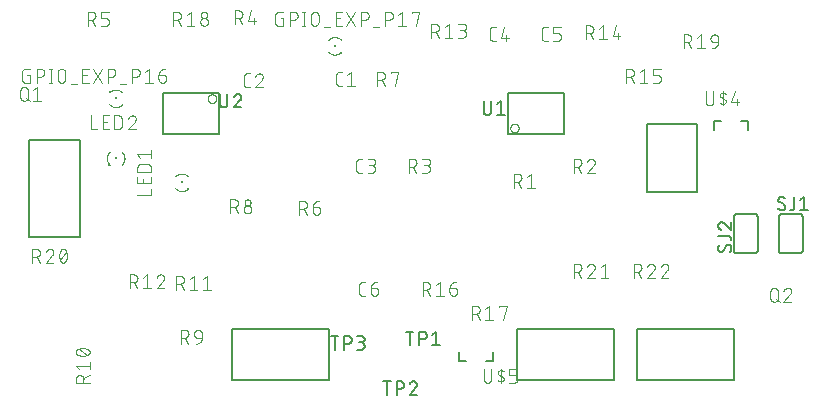
<source format=gbr>
G04 EAGLE Gerber RS-274X export*
G75*
%MOMM*%
%FSLAX34Y34*%
%LPD*%
%INSilkscreen Top*%
%IPPOS*%
%AMOC8*
5,1,8,0,0,1.08239X$1,22.5*%
G01*
%ADD10C,0.101600*%
%ADD11C,0.127000*%
%ADD12R,0.200000X0.200000*%
%ADD13R,0.150000X0.250000*%
%ADD14R,0.250000X0.150000*%
%ADD15C,0.152400*%
%ADD16C,0.050800*%


D10*
X280736Y264668D02*
X278139Y264668D01*
X278040Y264670D01*
X277940Y264676D01*
X277841Y264685D01*
X277743Y264698D01*
X277645Y264715D01*
X277547Y264736D01*
X277451Y264761D01*
X277356Y264789D01*
X277262Y264821D01*
X277169Y264856D01*
X277077Y264895D01*
X276987Y264938D01*
X276899Y264983D01*
X276812Y265033D01*
X276728Y265085D01*
X276645Y265141D01*
X276565Y265199D01*
X276487Y265261D01*
X276412Y265326D01*
X276339Y265394D01*
X276269Y265464D01*
X276201Y265537D01*
X276136Y265612D01*
X276074Y265690D01*
X276016Y265770D01*
X275960Y265853D01*
X275908Y265937D01*
X275858Y266024D01*
X275813Y266112D01*
X275770Y266202D01*
X275731Y266294D01*
X275696Y266387D01*
X275664Y266481D01*
X275636Y266576D01*
X275611Y266672D01*
X275590Y266770D01*
X275573Y266868D01*
X275560Y266966D01*
X275551Y267065D01*
X275545Y267165D01*
X275543Y267264D01*
X275543Y273756D01*
X275545Y273855D01*
X275551Y273955D01*
X275560Y274054D01*
X275573Y274152D01*
X275590Y274250D01*
X275611Y274348D01*
X275636Y274444D01*
X275664Y274539D01*
X275696Y274633D01*
X275731Y274726D01*
X275770Y274818D01*
X275813Y274908D01*
X275858Y274996D01*
X275908Y275083D01*
X275960Y275167D01*
X276016Y275250D01*
X276074Y275330D01*
X276136Y275408D01*
X276201Y275483D01*
X276269Y275556D01*
X276339Y275626D01*
X276412Y275694D01*
X276487Y275759D01*
X276565Y275821D01*
X276645Y275879D01*
X276728Y275935D01*
X276812Y275987D01*
X276899Y276037D01*
X276987Y276082D01*
X277077Y276125D01*
X277169Y276164D01*
X277261Y276199D01*
X277356Y276231D01*
X277451Y276259D01*
X277547Y276284D01*
X277645Y276305D01*
X277743Y276322D01*
X277841Y276335D01*
X277940Y276344D01*
X278040Y276350D01*
X278139Y276352D01*
X280736Y276352D01*
X285101Y273756D02*
X288346Y276352D01*
X288346Y264668D01*
X285101Y264668D02*
X291592Y264668D01*
X202551Y263398D02*
X199954Y263398D01*
X199855Y263400D01*
X199755Y263406D01*
X199656Y263415D01*
X199558Y263428D01*
X199460Y263445D01*
X199362Y263466D01*
X199266Y263491D01*
X199171Y263519D01*
X199077Y263551D01*
X198984Y263586D01*
X198892Y263625D01*
X198802Y263668D01*
X198714Y263713D01*
X198627Y263763D01*
X198543Y263815D01*
X198460Y263871D01*
X198380Y263929D01*
X198302Y263991D01*
X198227Y264056D01*
X198154Y264124D01*
X198084Y264194D01*
X198016Y264267D01*
X197951Y264342D01*
X197889Y264420D01*
X197831Y264500D01*
X197775Y264583D01*
X197723Y264667D01*
X197673Y264754D01*
X197628Y264842D01*
X197585Y264932D01*
X197546Y265024D01*
X197511Y265117D01*
X197479Y265211D01*
X197451Y265306D01*
X197426Y265402D01*
X197405Y265500D01*
X197388Y265598D01*
X197375Y265696D01*
X197366Y265795D01*
X197360Y265895D01*
X197358Y265994D01*
X197358Y272486D01*
X197360Y272585D01*
X197366Y272685D01*
X197375Y272784D01*
X197388Y272882D01*
X197405Y272980D01*
X197426Y273078D01*
X197451Y273174D01*
X197479Y273269D01*
X197511Y273363D01*
X197546Y273456D01*
X197585Y273548D01*
X197628Y273638D01*
X197673Y273726D01*
X197723Y273813D01*
X197775Y273897D01*
X197831Y273980D01*
X197889Y274060D01*
X197951Y274138D01*
X198016Y274213D01*
X198084Y274286D01*
X198154Y274356D01*
X198227Y274424D01*
X198302Y274489D01*
X198380Y274551D01*
X198460Y274609D01*
X198543Y274665D01*
X198627Y274717D01*
X198714Y274767D01*
X198802Y274812D01*
X198892Y274855D01*
X198984Y274894D01*
X199076Y274929D01*
X199171Y274961D01*
X199266Y274989D01*
X199362Y275014D01*
X199460Y275035D01*
X199558Y275052D01*
X199656Y275065D01*
X199755Y275074D01*
X199855Y275080D01*
X199954Y275082D01*
X202551Y275082D01*
X210486Y275082D02*
X210593Y275080D01*
X210699Y275074D01*
X210805Y275064D01*
X210911Y275051D01*
X211017Y275033D01*
X211121Y275012D01*
X211225Y274987D01*
X211328Y274958D01*
X211429Y274926D01*
X211529Y274889D01*
X211628Y274849D01*
X211726Y274806D01*
X211822Y274759D01*
X211916Y274708D01*
X212008Y274654D01*
X212098Y274597D01*
X212186Y274537D01*
X212271Y274473D01*
X212354Y274406D01*
X212435Y274336D01*
X212513Y274264D01*
X212589Y274188D01*
X212661Y274110D01*
X212731Y274029D01*
X212798Y273946D01*
X212862Y273861D01*
X212922Y273773D01*
X212979Y273683D01*
X213033Y273591D01*
X213084Y273497D01*
X213131Y273401D01*
X213174Y273303D01*
X213214Y273204D01*
X213251Y273104D01*
X213283Y273003D01*
X213312Y272900D01*
X213337Y272796D01*
X213358Y272692D01*
X213376Y272586D01*
X213389Y272480D01*
X213399Y272374D01*
X213405Y272268D01*
X213407Y272161D01*
X210486Y275082D02*
X210365Y275080D01*
X210244Y275074D01*
X210124Y275064D01*
X210003Y275051D01*
X209884Y275033D01*
X209764Y275012D01*
X209646Y274987D01*
X209529Y274958D01*
X209412Y274925D01*
X209297Y274889D01*
X209183Y274848D01*
X209070Y274805D01*
X208958Y274757D01*
X208849Y274706D01*
X208741Y274651D01*
X208634Y274593D01*
X208530Y274532D01*
X208428Y274467D01*
X208328Y274399D01*
X208230Y274328D01*
X208134Y274254D01*
X208041Y274177D01*
X207951Y274096D01*
X207863Y274013D01*
X207778Y273927D01*
X207695Y273838D01*
X207616Y273747D01*
X207539Y273653D01*
X207466Y273557D01*
X207396Y273459D01*
X207329Y273358D01*
X207265Y273255D01*
X207205Y273150D01*
X207148Y273043D01*
X207094Y272935D01*
X207044Y272825D01*
X206998Y272713D01*
X206955Y272600D01*
X206916Y272485D01*
X212434Y269889D02*
X212513Y269966D01*
X212589Y270047D01*
X212662Y270130D01*
X212732Y270215D01*
X212799Y270303D01*
X212863Y270393D01*
X212923Y270485D01*
X212980Y270580D01*
X213034Y270676D01*
X213085Y270774D01*
X213132Y270874D01*
X213176Y270976D01*
X213216Y271079D01*
X213252Y271183D01*
X213284Y271289D01*
X213313Y271395D01*
X213338Y271503D01*
X213360Y271611D01*
X213377Y271721D01*
X213391Y271830D01*
X213400Y271940D01*
X213406Y272051D01*
X213408Y272161D01*
X212434Y269889D02*
X206916Y263398D01*
X213407Y263398D01*
X295204Y191008D02*
X297801Y191008D01*
X295204Y191008D02*
X295105Y191010D01*
X295005Y191016D01*
X294906Y191025D01*
X294808Y191038D01*
X294710Y191055D01*
X294612Y191076D01*
X294516Y191101D01*
X294421Y191129D01*
X294327Y191161D01*
X294234Y191196D01*
X294142Y191235D01*
X294052Y191278D01*
X293964Y191323D01*
X293877Y191373D01*
X293793Y191425D01*
X293710Y191481D01*
X293630Y191539D01*
X293552Y191601D01*
X293477Y191666D01*
X293404Y191734D01*
X293334Y191804D01*
X293266Y191877D01*
X293201Y191952D01*
X293139Y192030D01*
X293081Y192110D01*
X293025Y192193D01*
X292973Y192277D01*
X292923Y192364D01*
X292878Y192452D01*
X292835Y192542D01*
X292796Y192634D01*
X292761Y192727D01*
X292729Y192821D01*
X292701Y192916D01*
X292676Y193012D01*
X292655Y193110D01*
X292638Y193208D01*
X292625Y193306D01*
X292616Y193405D01*
X292610Y193505D01*
X292608Y193604D01*
X292608Y200096D01*
X292610Y200195D01*
X292616Y200295D01*
X292625Y200394D01*
X292638Y200492D01*
X292655Y200590D01*
X292676Y200688D01*
X292701Y200784D01*
X292729Y200879D01*
X292761Y200973D01*
X292796Y201066D01*
X292835Y201158D01*
X292878Y201248D01*
X292923Y201336D01*
X292973Y201423D01*
X293025Y201507D01*
X293081Y201590D01*
X293139Y201670D01*
X293201Y201748D01*
X293266Y201823D01*
X293334Y201896D01*
X293404Y201966D01*
X293477Y202034D01*
X293552Y202099D01*
X293630Y202161D01*
X293710Y202219D01*
X293793Y202275D01*
X293877Y202327D01*
X293964Y202377D01*
X294052Y202422D01*
X294142Y202465D01*
X294234Y202504D01*
X294326Y202539D01*
X294421Y202571D01*
X294516Y202599D01*
X294612Y202624D01*
X294710Y202645D01*
X294808Y202662D01*
X294906Y202675D01*
X295005Y202684D01*
X295105Y202690D01*
X295204Y202692D01*
X297801Y202692D01*
X302166Y191008D02*
X305412Y191008D01*
X305525Y191010D01*
X305638Y191016D01*
X305751Y191026D01*
X305864Y191040D01*
X305976Y191057D01*
X306087Y191079D01*
X306197Y191104D01*
X306307Y191134D01*
X306415Y191167D01*
X306522Y191204D01*
X306628Y191244D01*
X306732Y191289D01*
X306835Y191337D01*
X306936Y191388D01*
X307035Y191443D01*
X307132Y191501D01*
X307227Y191563D01*
X307320Y191628D01*
X307410Y191696D01*
X307498Y191767D01*
X307584Y191842D01*
X307667Y191919D01*
X307747Y191999D01*
X307824Y192082D01*
X307899Y192168D01*
X307970Y192256D01*
X308038Y192346D01*
X308103Y192439D01*
X308165Y192534D01*
X308223Y192631D01*
X308278Y192730D01*
X308329Y192831D01*
X308377Y192934D01*
X308422Y193038D01*
X308462Y193144D01*
X308499Y193251D01*
X308532Y193359D01*
X308562Y193469D01*
X308587Y193579D01*
X308609Y193690D01*
X308626Y193802D01*
X308640Y193915D01*
X308650Y194028D01*
X308656Y194141D01*
X308658Y194254D01*
X308656Y194367D01*
X308650Y194480D01*
X308640Y194593D01*
X308626Y194706D01*
X308609Y194818D01*
X308587Y194929D01*
X308562Y195039D01*
X308532Y195149D01*
X308499Y195257D01*
X308462Y195364D01*
X308422Y195470D01*
X308377Y195574D01*
X308329Y195677D01*
X308278Y195778D01*
X308223Y195877D01*
X308165Y195974D01*
X308103Y196069D01*
X308038Y196162D01*
X307970Y196252D01*
X307899Y196340D01*
X307824Y196426D01*
X307747Y196509D01*
X307667Y196589D01*
X307584Y196666D01*
X307498Y196741D01*
X307410Y196812D01*
X307320Y196880D01*
X307227Y196945D01*
X307132Y197007D01*
X307035Y197065D01*
X306936Y197120D01*
X306835Y197171D01*
X306732Y197219D01*
X306628Y197264D01*
X306522Y197304D01*
X306415Y197341D01*
X306307Y197374D01*
X306197Y197404D01*
X306087Y197429D01*
X305976Y197451D01*
X305864Y197468D01*
X305751Y197482D01*
X305638Y197492D01*
X305525Y197498D01*
X305412Y197500D01*
X306061Y202692D02*
X302166Y202692D01*
X306061Y202692D02*
X306162Y202690D01*
X306262Y202684D01*
X306362Y202674D01*
X306462Y202661D01*
X306561Y202643D01*
X306660Y202622D01*
X306757Y202597D01*
X306854Y202568D01*
X306949Y202535D01*
X307043Y202499D01*
X307135Y202459D01*
X307226Y202416D01*
X307315Y202369D01*
X307402Y202319D01*
X307488Y202265D01*
X307571Y202208D01*
X307651Y202148D01*
X307730Y202085D01*
X307806Y202018D01*
X307879Y201949D01*
X307949Y201877D01*
X308017Y201803D01*
X308082Y201726D01*
X308143Y201646D01*
X308202Y201564D01*
X308257Y201480D01*
X308309Y201394D01*
X308358Y201306D01*
X308403Y201216D01*
X308445Y201124D01*
X308483Y201031D01*
X308517Y200936D01*
X308548Y200841D01*
X308575Y200744D01*
X308598Y200646D01*
X308618Y200547D01*
X308633Y200447D01*
X308645Y200347D01*
X308653Y200247D01*
X308657Y200146D01*
X308657Y200046D01*
X308653Y199945D01*
X308645Y199845D01*
X308633Y199745D01*
X308618Y199645D01*
X308598Y199546D01*
X308575Y199448D01*
X308548Y199351D01*
X308517Y199256D01*
X308483Y199161D01*
X308445Y199068D01*
X308403Y198976D01*
X308358Y198886D01*
X308309Y198798D01*
X308257Y198712D01*
X308202Y198628D01*
X308143Y198546D01*
X308082Y198466D01*
X308017Y198389D01*
X307949Y198315D01*
X307879Y198243D01*
X307806Y198174D01*
X307730Y198107D01*
X307651Y198044D01*
X307571Y197984D01*
X307488Y197927D01*
X307402Y197873D01*
X307315Y197823D01*
X307226Y197776D01*
X307135Y197733D01*
X307043Y197693D01*
X306949Y197657D01*
X306854Y197624D01*
X306757Y197595D01*
X306660Y197570D01*
X306561Y197549D01*
X306462Y197531D01*
X306362Y197518D01*
X306262Y197508D01*
X306162Y197502D01*
X306061Y197500D01*
X306061Y197499D02*
X303464Y197499D01*
X408234Y302768D02*
X410831Y302768D01*
X408234Y302768D02*
X408135Y302770D01*
X408035Y302776D01*
X407936Y302785D01*
X407838Y302798D01*
X407740Y302815D01*
X407642Y302836D01*
X407546Y302861D01*
X407451Y302889D01*
X407357Y302921D01*
X407264Y302956D01*
X407172Y302995D01*
X407082Y303038D01*
X406994Y303083D01*
X406907Y303133D01*
X406823Y303185D01*
X406740Y303241D01*
X406660Y303299D01*
X406582Y303361D01*
X406507Y303426D01*
X406434Y303494D01*
X406364Y303564D01*
X406296Y303637D01*
X406231Y303712D01*
X406169Y303790D01*
X406111Y303870D01*
X406055Y303953D01*
X406003Y304037D01*
X405953Y304124D01*
X405908Y304212D01*
X405865Y304302D01*
X405826Y304394D01*
X405791Y304487D01*
X405759Y304581D01*
X405731Y304676D01*
X405706Y304772D01*
X405685Y304870D01*
X405668Y304968D01*
X405655Y305066D01*
X405646Y305165D01*
X405640Y305265D01*
X405638Y305364D01*
X405638Y311856D01*
X405640Y311955D01*
X405646Y312055D01*
X405655Y312154D01*
X405668Y312252D01*
X405685Y312350D01*
X405706Y312448D01*
X405731Y312544D01*
X405759Y312639D01*
X405791Y312733D01*
X405826Y312826D01*
X405865Y312918D01*
X405908Y313008D01*
X405953Y313096D01*
X406003Y313183D01*
X406055Y313267D01*
X406111Y313350D01*
X406169Y313430D01*
X406231Y313508D01*
X406296Y313583D01*
X406364Y313656D01*
X406434Y313726D01*
X406507Y313794D01*
X406582Y313859D01*
X406660Y313921D01*
X406740Y313979D01*
X406823Y314035D01*
X406907Y314087D01*
X406994Y314137D01*
X407082Y314182D01*
X407172Y314225D01*
X407264Y314264D01*
X407356Y314299D01*
X407451Y314331D01*
X407546Y314359D01*
X407642Y314384D01*
X407740Y314405D01*
X407838Y314422D01*
X407936Y314435D01*
X408035Y314444D01*
X408135Y314450D01*
X408234Y314452D01*
X410831Y314452D01*
X417793Y314452D02*
X415196Y305364D01*
X421687Y305364D01*
X419740Y307961D02*
X419740Y302768D01*
X452129Y302768D02*
X454726Y302768D01*
X452129Y302768D02*
X452030Y302770D01*
X451930Y302776D01*
X451831Y302785D01*
X451733Y302798D01*
X451635Y302815D01*
X451537Y302836D01*
X451441Y302861D01*
X451346Y302889D01*
X451252Y302921D01*
X451159Y302956D01*
X451067Y302995D01*
X450977Y303038D01*
X450889Y303083D01*
X450802Y303133D01*
X450718Y303185D01*
X450635Y303241D01*
X450555Y303299D01*
X450477Y303361D01*
X450402Y303426D01*
X450329Y303494D01*
X450259Y303564D01*
X450191Y303637D01*
X450126Y303712D01*
X450064Y303790D01*
X450006Y303870D01*
X449950Y303953D01*
X449898Y304037D01*
X449848Y304124D01*
X449803Y304212D01*
X449760Y304302D01*
X449721Y304394D01*
X449686Y304487D01*
X449654Y304581D01*
X449626Y304676D01*
X449601Y304772D01*
X449580Y304870D01*
X449563Y304968D01*
X449550Y305066D01*
X449541Y305165D01*
X449535Y305265D01*
X449533Y305364D01*
X449533Y311856D01*
X449535Y311955D01*
X449541Y312055D01*
X449550Y312154D01*
X449563Y312252D01*
X449580Y312350D01*
X449601Y312448D01*
X449626Y312544D01*
X449654Y312639D01*
X449686Y312733D01*
X449721Y312826D01*
X449760Y312918D01*
X449803Y313008D01*
X449848Y313096D01*
X449898Y313183D01*
X449950Y313267D01*
X450006Y313350D01*
X450064Y313430D01*
X450126Y313508D01*
X450191Y313583D01*
X450259Y313656D01*
X450329Y313726D01*
X450402Y313794D01*
X450477Y313859D01*
X450555Y313921D01*
X450635Y313979D01*
X450718Y314035D01*
X450802Y314087D01*
X450889Y314137D01*
X450977Y314182D01*
X451067Y314225D01*
X451159Y314264D01*
X451251Y314299D01*
X451346Y314331D01*
X451441Y314359D01*
X451537Y314384D01*
X451635Y314405D01*
X451733Y314422D01*
X451831Y314435D01*
X451930Y314444D01*
X452030Y314450D01*
X452129Y314452D01*
X454726Y314452D01*
X459091Y302768D02*
X462986Y302768D01*
X463085Y302770D01*
X463185Y302776D01*
X463284Y302785D01*
X463382Y302798D01*
X463480Y302815D01*
X463578Y302836D01*
X463674Y302861D01*
X463769Y302889D01*
X463863Y302921D01*
X463956Y302956D01*
X464048Y302995D01*
X464138Y303038D01*
X464226Y303083D01*
X464313Y303133D01*
X464397Y303185D01*
X464480Y303241D01*
X464560Y303299D01*
X464638Y303361D01*
X464713Y303426D01*
X464786Y303494D01*
X464856Y303564D01*
X464924Y303637D01*
X464989Y303712D01*
X465051Y303790D01*
X465109Y303870D01*
X465165Y303953D01*
X465217Y304037D01*
X465267Y304124D01*
X465312Y304212D01*
X465355Y304302D01*
X465394Y304394D01*
X465429Y304487D01*
X465461Y304581D01*
X465489Y304676D01*
X465514Y304772D01*
X465535Y304870D01*
X465552Y304968D01*
X465565Y305066D01*
X465574Y305165D01*
X465580Y305265D01*
X465582Y305364D01*
X465582Y306663D01*
X465580Y306762D01*
X465574Y306862D01*
X465565Y306961D01*
X465552Y307059D01*
X465535Y307157D01*
X465514Y307255D01*
X465489Y307351D01*
X465461Y307446D01*
X465429Y307540D01*
X465394Y307633D01*
X465355Y307725D01*
X465312Y307815D01*
X465267Y307903D01*
X465217Y307990D01*
X465165Y308074D01*
X465109Y308157D01*
X465051Y308237D01*
X464989Y308315D01*
X464924Y308390D01*
X464856Y308463D01*
X464786Y308533D01*
X464713Y308601D01*
X464638Y308666D01*
X464560Y308728D01*
X464480Y308786D01*
X464397Y308842D01*
X464313Y308894D01*
X464226Y308944D01*
X464138Y308989D01*
X464048Y309032D01*
X463956Y309071D01*
X463863Y309106D01*
X463769Y309138D01*
X463674Y309166D01*
X463578Y309191D01*
X463480Y309212D01*
X463382Y309229D01*
X463284Y309242D01*
X463185Y309251D01*
X463085Y309257D01*
X462986Y309259D01*
X459091Y309259D01*
X459091Y314452D01*
X465582Y314452D01*
X300341Y86868D02*
X297744Y86868D01*
X297645Y86870D01*
X297545Y86876D01*
X297446Y86885D01*
X297348Y86898D01*
X297250Y86915D01*
X297152Y86936D01*
X297056Y86961D01*
X296961Y86989D01*
X296867Y87021D01*
X296774Y87056D01*
X296682Y87095D01*
X296592Y87138D01*
X296504Y87183D01*
X296417Y87233D01*
X296333Y87285D01*
X296250Y87341D01*
X296170Y87399D01*
X296092Y87461D01*
X296017Y87526D01*
X295944Y87594D01*
X295874Y87664D01*
X295806Y87737D01*
X295741Y87812D01*
X295679Y87890D01*
X295621Y87970D01*
X295565Y88053D01*
X295513Y88137D01*
X295463Y88224D01*
X295418Y88312D01*
X295375Y88402D01*
X295336Y88494D01*
X295301Y88587D01*
X295269Y88681D01*
X295241Y88776D01*
X295216Y88872D01*
X295195Y88970D01*
X295178Y89068D01*
X295165Y89166D01*
X295156Y89265D01*
X295150Y89365D01*
X295148Y89464D01*
X295148Y95956D01*
X295150Y96055D01*
X295156Y96155D01*
X295165Y96254D01*
X295178Y96352D01*
X295195Y96450D01*
X295216Y96548D01*
X295241Y96644D01*
X295269Y96739D01*
X295301Y96833D01*
X295336Y96926D01*
X295375Y97018D01*
X295418Y97108D01*
X295463Y97196D01*
X295513Y97283D01*
X295565Y97367D01*
X295621Y97450D01*
X295679Y97530D01*
X295741Y97608D01*
X295806Y97683D01*
X295874Y97756D01*
X295944Y97826D01*
X296017Y97894D01*
X296092Y97959D01*
X296170Y98021D01*
X296250Y98079D01*
X296333Y98135D01*
X296417Y98187D01*
X296504Y98237D01*
X296592Y98282D01*
X296682Y98325D01*
X296774Y98364D01*
X296866Y98399D01*
X296961Y98431D01*
X297056Y98459D01*
X297152Y98484D01*
X297250Y98505D01*
X297348Y98522D01*
X297446Y98535D01*
X297545Y98544D01*
X297645Y98550D01*
X297744Y98552D01*
X300341Y98552D01*
X304706Y93359D02*
X308601Y93359D01*
X308700Y93357D01*
X308800Y93351D01*
X308899Y93342D01*
X308997Y93329D01*
X309095Y93312D01*
X309193Y93291D01*
X309289Y93266D01*
X309384Y93238D01*
X309478Y93206D01*
X309571Y93171D01*
X309663Y93132D01*
X309753Y93089D01*
X309841Y93044D01*
X309928Y92994D01*
X310012Y92942D01*
X310095Y92886D01*
X310175Y92828D01*
X310253Y92766D01*
X310328Y92701D01*
X310401Y92633D01*
X310471Y92563D01*
X310539Y92490D01*
X310604Y92415D01*
X310666Y92337D01*
X310724Y92257D01*
X310780Y92174D01*
X310832Y92090D01*
X310882Y92003D01*
X310927Y91915D01*
X310970Y91825D01*
X311009Y91733D01*
X311044Y91640D01*
X311076Y91546D01*
X311104Y91451D01*
X311129Y91355D01*
X311150Y91257D01*
X311167Y91159D01*
X311180Y91061D01*
X311189Y90962D01*
X311195Y90862D01*
X311197Y90763D01*
X311197Y90114D01*
X311198Y90114D02*
X311196Y90001D01*
X311190Y89888D01*
X311180Y89775D01*
X311166Y89662D01*
X311149Y89550D01*
X311127Y89439D01*
X311102Y89329D01*
X311072Y89219D01*
X311039Y89111D01*
X311002Y89004D01*
X310962Y88898D01*
X310917Y88794D01*
X310869Y88691D01*
X310818Y88590D01*
X310763Y88491D01*
X310705Y88394D01*
X310643Y88299D01*
X310578Y88206D01*
X310510Y88116D01*
X310439Y88028D01*
X310364Y87942D01*
X310287Y87859D01*
X310207Y87779D01*
X310124Y87702D01*
X310038Y87627D01*
X309950Y87556D01*
X309860Y87488D01*
X309767Y87423D01*
X309672Y87361D01*
X309575Y87303D01*
X309476Y87248D01*
X309375Y87197D01*
X309272Y87149D01*
X309168Y87104D01*
X309062Y87064D01*
X308955Y87027D01*
X308847Y86994D01*
X308737Y86964D01*
X308627Y86939D01*
X308516Y86917D01*
X308404Y86900D01*
X308291Y86886D01*
X308178Y86876D01*
X308065Y86870D01*
X307952Y86868D01*
X307839Y86870D01*
X307726Y86876D01*
X307613Y86886D01*
X307500Y86900D01*
X307388Y86917D01*
X307277Y86939D01*
X307167Y86964D01*
X307057Y86994D01*
X306949Y87027D01*
X306842Y87064D01*
X306736Y87104D01*
X306632Y87149D01*
X306529Y87197D01*
X306428Y87248D01*
X306329Y87303D01*
X306232Y87361D01*
X306137Y87423D01*
X306044Y87488D01*
X305954Y87556D01*
X305866Y87627D01*
X305780Y87702D01*
X305697Y87779D01*
X305617Y87859D01*
X305540Y87942D01*
X305465Y88028D01*
X305394Y88116D01*
X305326Y88206D01*
X305261Y88299D01*
X305199Y88394D01*
X305141Y88491D01*
X305086Y88590D01*
X305035Y88691D01*
X304987Y88794D01*
X304942Y88898D01*
X304902Y89004D01*
X304865Y89111D01*
X304832Y89219D01*
X304802Y89329D01*
X304777Y89439D01*
X304755Y89550D01*
X304738Y89662D01*
X304724Y89775D01*
X304714Y89888D01*
X304708Y90001D01*
X304706Y90114D01*
X304706Y93359D01*
X304708Y93502D01*
X304714Y93645D01*
X304724Y93788D01*
X304738Y93930D01*
X304755Y94072D01*
X304777Y94214D01*
X304802Y94355D01*
X304832Y94495D01*
X304865Y94634D01*
X304902Y94772D01*
X304943Y94909D01*
X304987Y95045D01*
X305036Y95180D01*
X305088Y95313D01*
X305143Y95445D01*
X305203Y95575D01*
X305266Y95704D01*
X305332Y95831D01*
X305402Y95955D01*
X305475Y96078D01*
X305552Y96199D01*
X305632Y96318D01*
X305715Y96434D01*
X305801Y96549D01*
X305890Y96660D01*
X305983Y96770D01*
X306078Y96876D01*
X306177Y96980D01*
X306278Y97081D01*
X306382Y97180D01*
X306488Y97275D01*
X306598Y97368D01*
X306709Y97457D01*
X306824Y97543D01*
X306940Y97626D01*
X307059Y97706D01*
X307180Y97783D01*
X307302Y97856D01*
X307427Y97926D01*
X307554Y97992D01*
X307683Y98055D01*
X307813Y98115D01*
X307945Y98170D01*
X308078Y98222D01*
X308213Y98271D01*
X308349Y98315D01*
X308486Y98356D01*
X308624Y98393D01*
X308763Y98426D01*
X308903Y98456D01*
X309044Y98481D01*
X309186Y98503D01*
X309328Y98520D01*
X309470Y98534D01*
X309613Y98544D01*
X309756Y98550D01*
X309899Y98552D01*
D11*
X187350Y58300D02*
X187350Y15800D01*
X269850Y15800D01*
X269850Y58300D01*
X187350Y58300D01*
X58300Y219050D02*
X15800Y219050D01*
X15800Y136550D01*
X58300Y136550D01*
X58300Y219050D01*
X538600Y174450D02*
X581100Y174450D01*
X581100Y231950D01*
X538600Y231950D01*
X538600Y174450D01*
D10*
X94400Y259000D02*
X94276Y259133D01*
X94148Y259263D01*
X94018Y259390D01*
X93884Y259514D01*
X93748Y259635D01*
X93608Y259752D01*
X93466Y259865D01*
X93321Y259975D01*
X93173Y260082D01*
X93023Y260185D01*
X92870Y260284D01*
X92715Y260379D01*
X92558Y260471D01*
X92398Y260558D01*
X92236Y260642D01*
X92073Y260722D01*
X91907Y260798D01*
X91740Y260869D01*
X91570Y260937D01*
X91400Y261000D01*
X91228Y261059D01*
X91054Y261114D01*
X90879Y261165D01*
X90703Y261211D01*
X90526Y261253D01*
X90348Y261291D01*
X90168Y261324D01*
X89989Y261353D01*
X89808Y261377D01*
X89627Y261397D01*
X89446Y261413D01*
X89264Y261424D01*
X89082Y261431D01*
X88900Y261433D01*
X88718Y261431D01*
X88536Y261424D01*
X88354Y261413D01*
X88173Y261397D01*
X87992Y261377D01*
X87811Y261353D01*
X87632Y261324D01*
X87452Y261291D01*
X87274Y261253D01*
X87097Y261211D01*
X86921Y261165D01*
X86746Y261114D01*
X86572Y261059D01*
X86400Y261000D01*
X86230Y260937D01*
X86060Y260869D01*
X85893Y260798D01*
X85727Y260722D01*
X85564Y260642D01*
X85402Y260558D01*
X85242Y260471D01*
X85085Y260379D01*
X84930Y260284D01*
X84777Y260185D01*
X84627Y260082D01*
X84479Y259975D01*
X84334Y259865D01*
X84192Y259752D01*
X84052Y259635D01*
X83916Y259514D01*
X83782Y259390D01*
X83652Y259263D01*
X83524Y259133D01*
X83400Y259000D01*
X83400Y249000D02*
X83524Y248867D01*
X83652Y248737D01*
X83782Y248610D01*
X83916Y248486D01*
X84052Y248365D01*
X84192Y248248D01*
X84334Y248135D01*
X84479Y248025D01*
X84627Y247918D01*
X84777Y247815D01*
X84930Y247716D01*
X85085Y247621D01*
X85242Y247529D01*
X85402Y247442D01*
X85564Y247358D01*
X85727Y247278D01*
X85893Y247202D01*
X86060Y247131D01*
X86230Y247063D01*
X86400Y247000D01*
X86572Y246941D01*
X86746Y246886D01*
X86921Y246835D01*
X87097Y246789D01*
X87274Y246747D01*
X87452Y246709D01*
X87632Y246676D01*
X87811Y246647D01*
X87992Y246623D01*
X88173Y246603D01*
X88354Y246587D01*
X88536Y246576D01*
X88718Y246569D01*
X88900Y246567D01*
X89082Y246569D01*
X89264Y246576D01*
X89446Y246587D01*
X89627Y246603D01*
X89808Y246623D01*
X89989Y246647D01*
X90168Y246676D01*
X90348Y246709D01*
X90526Y246747D01*
X90703Y246789D01*
X90879Y246835D01*
X91054Y246886D01*
X91228Y246941D01*
X91400Y247000D01*
X91570Y247063D01*
X91740Y247131D01*
X91907Y247202D01*
X92073Y247278D01*
X92236Y247358D01*
X92398Y247442D01*
X92558Y247529D01*
X92715Y247621D01*
X92870Y247716D01*
X93023Y247815D01*
X93173Y247918D01*
X93321Y248025D01*
X93466Y248135D01*
X93608Y248248D01*
X93748Y248365D01*
X93884Y248486D01*
X94018Y248610D01*
X94148Y248737D01*
X94276Y248867D01*
X94400Y249000D01*
D12*
X88900Y254000D03*
D13*
X83650Y259750D03*
D10*
X16129Y273699D02*
X14182Y273699D01*
X16129Y273699D02*
X16129Y267208D01*
X12235Y267208D01*
X12136Y267210D01*
X12036Y267216D01*
X11937Y267225D01*
X11839Y267238D01*
X11741Y267255D01*
X11643Y267276D01*
X11547Y267301D01*
X11452Y267329D01*
X11358Y267361D01*
X11265Y267396D01*
X11173Y267435D01*
X11083Y267478D01*
X10995Y267523D01*
X10908Y267573D01*
X10824Y267625D01*
X10741Y267681D01*
X10661Y267739D01*
X10583Y267801D01*
X10508Y267866D01*
X10435Y267934D01*
X10365Y268004D01*
X10297Y268077D01*
X10232Y268152D01*
X10170Y268230D01*
X10112Y268310D01*
X10056Y268393D01*
X10004Y268477D01*
X9954Y268564D01*
X9909Y268652D01*
X9866Y268742D01*
X9827Y268834D01*
X9792Y268927D01*
X9760Y269021D01*
X9732Y269116D01*
X9707Y269212D01*
X9686Y269310D01*
X9669Y269408D01*
X9656Y269506D01*
X9647Y269605D01*
X9641Y269705D01*
X9639Y269804D01*
X9638Y269804D02*
X9638Y276296D01*
X9639Y276296D02*
X9641Y276395D01*
X9647Y276495D01*
X9656Y276594D01*
X9669Y276692D01*
X9686Y276790D01*
X9707Y276888D01*
X9732Y276984D01*
X9760Y277079D01*
X9792Y277173D01*
X9827Y277266D01*
X9866Y277358D01*
X9909Y277448D01*
X9954Y277536D01*
X10004Y277623D01*
X10056Y277707D01*
X10112Y277790D01*
X10170Y277870D01*
X10232Y277948D01*
X10297Y278023D01*
X10365Y278096D01*
X10435Y278166D01*
X10508Y278234D01*
X10583Y278299D01*
X10661Y278361D01*
X10741Y278419D01*
X10824Y278475D01*
X10908Y278527D01*
X10995Y278577D01*
X11083Y278622D01*
X11173Y278665D01*
X11265Y278704D01*
X11357Y278739D01*
X11452Y278771D01*
X11547Y278799D01*
X11643Y278824D01*
X11741Y278845D01*
X11839Y278862D01*
X11937Y278875D01*
X12036Y278884D01*
X12136Y278890D01*
X12235Y278892D01*
X16129Y278892D01*
X21999Y278892D02*
X21999Y267208D01*
X21999Y278892D02*
X25245Y278892D01*
X25358Y278890D01*
X25471Y278884D01*
X25584Y278874D01*
X25697Y278860D01*
X25809Y278843D01*
X25920Y278821D01*
X26030Y278796D01*
X26140Y278766D01*
X26248Y278733D01*
X26355Y278696D01*
X26461Y278656D01*
X26565Y278611D01*
X26668Y278563D01*
X26769Y278512D01*
X26868Y278457D01*
X26965Y278399D01*
X27060Y278337D01*
X27153Y278272D01*
X27243Y278204D01*
X27331Y278133D01*
X27417Y278058D01*
X27500Y277981D01*
X27580Y277901D01*
X27657Y277818D01*
X27732Y277732D01*
X27803Y277644D01*
X27871Y277554D01*
X27936Y277461D01*
X27998Y277366D01*
X28056Y277269D01*
X28111Y277170D01*
X28162Y277069D01*
X28210Y276966D01*
X28255Y276862D01*
X28295Y276756D01*
X28332Y276649D01*
X28365Y276541D01*
X28395Y276431D01*
X28420Y276321D01*
X28442Y276210D01*
X28459Y276098D01*
X28473Y275985D01*
X28483Y275872D01*
X28489Y275759D01*
X28491Y275646D01*
X28489Y275533D01*
X28483Y275420D01*
X28473Y275307D01*
X28459Y275194D01*
X28442Y275082D01*
X28420Y274971D01*
X28395Y274861D01*
X28365Y274751D01*
X28332Y274643D01*
X28295Y274536D01*
X28255Y274430D01*
X28210Y274326D01*
X28162Y274223D01*
X28111Y274122D01*
X28056Y274023D01*
X27998Y273926D01*
X27936Y273831D01*
X27871Y273738D01*
X27803Y273648D01*
X27732Y273560D01*
X27657Y273474D01*
X27580Y273391D01*
X27500Y273311D01*
X27417Y273234D01*
X27331Y273159D01*
X27243Y273088D01*
X27153Y273020D01*
X27060Y272955D01*
X26965Y272893D01*
X26868Y272835D01*
X26769Y272780D01*
X26668Y272729D01*
X26565Y272681D01*
X26461Y272636D01*
X26355Y272596D01*
X26248Y272559D01*
X26140Y272526D01*
X26030Y272496D01*
X25920Y272471D01*
X25809Y272449D01*
X25697Y272432D01*
X25584Y272418D01*
X25471Y272408D01*
X25358Y272402D01*
X25245Y272400D01*
X25245Y272401D02*
X21999Y272401D01*
X33839Y267208D02*
X33839Y278892D01*
X32540Y267208D02*
X35137Y267208D01*
X35137Y278892D02*
X32540Y278892D01*
X39737Y275646D02*
X39737Y270454D01*
X39737Y275646D02*
X39739Y275759D01*
X39745Y275872D01*
X39755Y275985D01*
X39769Y276098D01*
X39786Y276210D01*
X39808Y276321D01*
X39833Y276431D01*
X39863Y276541D01*
X39896Y276649D01*
X39933Y276756D01*
X39973Y276862D01*
X40018Y276966D01*
X40066Y277069D01*
X40117Y277170D01*
X40172Y277269D01*
X40230Y277366D01*
X40292Y277461D01*
X40357Y277554D01*
X40425Y277644D01*
X40496Y277732D01*
X40571Y277818D01*
X40648Y277901D01*
X40728Y277981D01*
X40811Y278058D01*
X40897Y278133D01*
X40985Y278204D01*
X41075Y278272D01*
X41168Y278337D01*
X41263Y278399D01*
X41360Y278457D01*
X41459Y278512D01*
X41560Y278563D01*
X41663Y278611D01*
X41767Y278656D01*
X41873Y278696D01*
X41980Y278733D01*
X42088Y278766D01*
X42198Y278796D01*
X42308Y278821D01*
X42419Y278843D01*
X42531Y278860D01*
X42644Y278874D01*
X42757Y278884D01*
X42870Y278890D01*
X42983Y278892D01*
X43096Y278890D01*
X43209Y278884D01*
X43322Y278874D01*
X43435Y278860D01*
X43547Y278843D01*
X43658Y278821D01*
X43768Y278796D01*
X43878Y278766D01*
X43986Y278733D01*
X44093Y278696D01*
X44199Y278656D01*
X44303Y278611D01*
X44406Y278563D01*
X44507Y278512D01*
X44606Y278457D01*
X44703Y278399D01*
X44798Y278337D01*
X44891Y278272D01*
X44981Y278204D01*
X45069Y278133D01*
X45155Y278058D01*
X45238Y277981D01*
X45318Y277901D01*
X45395Y277818D01*
X45470Y277732D01*
X45541Y277644D01*
X45609Y277554D01*
X45674Y277461D01*
X45736Y277366D01*
X45794Y277269D01*
X45849Y277170D01*
X45900Y277069D01*
X45948Y276966D01*
X45993Y276862D01*
X46033Y276756D01*
X46070Y276649D01*
X46103Y276541D01*
X46133Y276431D01*
X46158Y276321D01*
X46180Y276210D01*
X46197Y276098D01*
X46211Y275985D01*
X46221Y275872D01*
X46227Y275759D01*
X46229Y275646D01*
X46228Y275646D02*
X46228Y270454D01*
X46229Y270454D02*
X46227Y270341D01*
X46221Y270228D01*
X46211Y270115D01*
X46197Y270002D01*
X46180Y269890D01*
X46158Y269779D01*
X46133Y269669D01*
X46103Y269559D01*
X46070Y269451D01*
X46033Y269344D01*
X45993Y269238D01*
X45948Y269134D01*
X45900Y269031D01*
X45849Y268930D01*
X45794Y268831D01*
X45736Y268734D01*
X45674Y268639D01*
X45609Y268546D01*
X45541Y268456D01*
X45470Y268368D01*
X45395Y268282D01*
X45318Y268199D01*
X45238Y268119D01*
X45155Y268042D01*
X45069Y267967D01*
X44981Y267896D01*
X44891Y267828D01*
X44798Y267763D01*
X44703Y267701D01*
X44606Y267643D01*
X44507Y267588D01*
X44406Y267537D01*
X44303Y267489D01*
X44199Y267444D01*
X44093Y267404D01*
X43986Y267367D01*
X43878Y267334D01*
X43768Y267304D01*
X43658Y267279D01*
X43547Y267257D01*
X43435Y267240D01*
X43322Y267226D01*
X43209Y267216D01*
X43096Y267210D01*
X42983Y267208D01*
X42870Y267210D01*
X42757Y267216D01*
X42644Y267226D01*
X42531Y267240D01*
X42419Y267257D01*
X42308Y267279D01*
X42198Y267304D01*
X42088Y267334D01*
X41980Y267367D01*
X41873Y267404D01*
X41767Y267444D01*
X41663Y267489D01*
X41560Y267537D01*
X41459Y267588D01*
X41360Y267643D01*
X41263Y267701D01*
X41168Y267763D01*
X41075Y267828D01*
X40985Y267896D01*
X40897Y267967D01*
X40811Y268042D01*
X40728Y268119D01*
X40648Y268199D01*
X40571Y268282D01*
X40496Y268368D01*
X40425Y268456D01*
X40357Y268546D01*
X40292Y268639D01*
X40230Y268734D01*
X40172Y268831D01*
X40117Y268930D01*
X40066Y269031D01*
X40018Y269134D01*
X39973Y269238D01*
X39933Y269344D01*
X39896Y269451D01*
X39863Y269559D01*
X39833Y269669D01*
X39808Y269779D01*
X39786Y269890D01*
X39769Y270002D01*
X39755Y270115D01*
X39745Y270228D01*
X39739Y270341D01*
X39737Y270454D01*
X50673Y265910D02*
X55866Y265910D01*
X60715Y267208D02*
X65907Y267208D01*
X60715Y267208D02*
X60715Y278892D01*
X65907Y278892D01*
X64609Y273699D02*
X60715Y273699D01*
X69568Y267208D02*
X77357Y278892D01*
X69568Y278892D02*
X77357Y267208D01*
X82197Y267208D02*
X82197Y278892D01*
X85443Y278892D01*
X85556Y278890D01*
X85669Y278884D01*
X85782Y278874D01*
X85895Y278860D01*
X86007Y278843D01*
X86118Y278821D01*
X86228Y278796D01*
X86338Y278766D01*
X86446Y278733D01*
X86553Y278696D01*
X86659Y278656D01*
X86763Y278611D01*
X86866Y278563D01*
X86967Y278512D01*
X87066Y278457D01*
X87163Y278399D01*
X87258Y278337D01*
X87351Y278272D01*
X87441Y278204D01*
X87529Y278133D01*
X87615Y278058D01*
X87698Y277981D01*
X87778Y277901D01*
X87855Y277818D01*
X87930Y277732D01*
X88001Y277644D01*
X88069Y277554D01*
X88134Y277461D01*
X88196Y277366D01*
X88254Y277269D01*
X88309Y277170D01*
X88360Y277069D01*
X88408Y276966D01*
X88453Y276862D01*
X88493Y276756D01*
X88530Y276649D01*
X88563Y276541D01*
X88593Y276431D01*
X88618Y276321D01*
X88640Y276210D01*
X88657Y276098D01*
X88671Y275985D01*
X88681Y275872D01*
X88687Y275759D01*
X88689Y275646D01*
X88687Y275533D01*
X88681Y275420D01*
X88671Y275307D01*
X88657Y275194D01*
X88640Y275082D01*
X88618Y274971D01*
X88593Y274861D01*
X88563Y274751D01*
X88530Y274643D01*
X88493Y274536D01*
X88453Y274430D01*
X88408Y274326D01*
X88360Y274223D01*
X88309Y274122D01*
X88254Y274023D01*
X88196Y273926D01*
X88134Y273831D01*
X88069Y273738D01*
X88001Y273648D01*
X87930Y273560D01*
X87855Y273474D01*
X87778Y273391D01*
X87698Y273311D01*
X87615Y273234D01*
X87529Y273159D01*
X87441Y273088D01*
X87351Y273020D01*
X87258Y272955D01*
X87163Y272893D01*
X87066Y272835D01*
X86967Y272780D01*
X86866Y272729D01*
X86763Y272681D01*
X86659Y272636D01*
X86553Y272596D01*
X86446Y272559D01*
X86338Y272526D01*
X86228Y272496D01*
X86118Y272471D01*
X86007Y272449D01*
X85895Y272432D01*
X85782Y272418D01*
X85669Y272408D01*
X85556Y272402D01*
X85443Y272400D01*
X85443Y272401D02*
X82197Y272401D01*
X92583Y265910D02*
X97776Y265910D01*
X102771Y267208D02*
X102771Y278892D01*
X106017Y278892D01*
X106130Y278890D01*
X106243Y278884D01*
X106356Y278874D01*
X106469Y278860D01*
X106581Y278843D01*
X106692Y278821D01*
X106802Y278796D01*
X106912Y278766D01*
X107020Y278733D01*
X107127Y278696D01*
X107233Y278656D01*
X107337Y278611D01*
X107440Y278563D01*
X107541Y278512D01*
X107640Y278457D01*
X107737Y278399D01*
X107832Y278337D01*
X107925Y278272D01*
X108015Y278204D01*
X108103Y278133D01*
X108189Y278058D01*
X108272Y277981D01*
X108352Y277901D01*
X108429Y277818D01*
X108504Y277732D01*
X108575Y277644D01*
X108643Y277554D01*
X108708Y277461D01*
X108770Y277366D01*
X108828Y277269D01*
X108883Y277170D01*
X108934Y277069D01*
X108982Y276966D01*
X109027Y276862D01*
X109067Y276756D01*
X109104Y276649D01*
X109137Y276541D01*
X109167Y276431D01*
X109192Y276321D01*
X109214Y276210D01*
X109231Y276098D01*
X109245Y275985D01*
X109255Y275872D01*
X109261Y275759D01*
X109263Y275646D01*
X109261Y275533D01*
X109255Y275420D01*
X109245Y275307D01*
X109231Y275194D01*
X109214Y275082D01*
X109192Y274971D01*
X109167Y274861D01*
X109137Y274751D01*
X109104Y274643D01*
X109067Y274536D01*
X109027Y274430D01*
X108982Y274326D01*
X108934Y274223D01*
X108883Y274122D01*
X108828Y274023D01*
X108770Y273926D01*
X108708Y273831D01*
X108643Y273738D01*
X108575Y273648D01*
X108504Y273560D01*
X108429Y273474D01*
X108352Y273391D01*
X108272Y273311D01*
X108189Y273234D01*
X108103Y273159D01*
X108015Y273088D01*
X107925Y273020D01*
X107832Y272955D01*
X107737Y272893D01*
X107640Y272835D01*
X107541Y272780D01*
X107440Y272729D01*
X107337Y272681D01*
X107233Y272636D01*
X107127Y272596D01*
X107020Y272559D01*
X106912Y272526D01*
X106802Y272496D01*
X106692Y272471D01*
X106581Y272449D01*
X106469Y272432D01*
X106356Y272418D01*
X106243Y272408D01*
X106130Y272402D01*
X106017Y272400D01*
X106017Y272401D02*
X102771Y272401D01*
X113651Y276296D02*
X116896Y278892D01*
X116896Y267208D01*
X113651Y267208D02*
X120142Y267208D01*
X125081Y273699D02*
X128976Y273699D01*
X129075Y273697D01*
X129175Y273691D01*
X129274Y273682D01*
X129372Y273669D01*
X129470Y273652D01*
X129568Y273631D01*
X129664Y273606D01*
X129759Y273578D01*
X129853Y273546D01*
X129946Y273511D01*
X130038Y273472D01*
X130128Y273429D01*
X130216Y273384D01*
X130303Y273334D01*
X130387Y273282D01*
X130470Y273226D01*
X130550Y273168D01*
X130628Y273106D01*
X130703Y273041D01*
X130776Y272973D01*
X130846Y272903D01*
X130914Y272830D01*
X130979Y272755D01*
X131041Y272677D01*
X131099Y272597D01*
X131155Y272514D01*
X131207Y272430D01*
X131257Y272343D01*
X131302Y272255D01*
X131345Y272165D01*
X131384Y272073D01*
X131419Y271980D01*
X131451Y271886D01*
X131479Y271791D01*
X131504Y271695D01*
X131525Y271597D01*
X131542Y271499D01*
X131555Y271401D01*
X131564Y271302D01*
X131570Y271202D01*
X131572Y271103D01*
X131572Y270454D01*
X131570Y270341D01*
X131564Y270228D01*
X131554Y270115D01*
X131540Y270002D01*
X131523Y269890D01*
X131501Y269779D01*
X131476Y269669D01*
X131446Y269559D01*
X131413Y269451D01*
X131376Y269344D01*
X131336Y269238D01*
X131291Y269134D01*
X131243Y269031D01*
X131192Y268930D01*
X131137Y268831D01*
X131079Y268734D01*
X131017Y268639D01*
X130952Y268546D01*
X130884Y268456D01*
X130813Y268368D01*
X130738Y268282D01*
X130661Y268199D01*
X130581Y268119D01*
X130498Y268042D01*
X130412Y267967D01*
X130324Y267896D01*
X130234Y267828D01*
X130141Y267763D01*
X130046Y267701D01*
X129949Y267643D01*
X129850Y267588D01*
X129749Y267537D01*
X129646Y267489D01*
X129542Y267444D01*
X129436Y267404D01*
X129329Y267367D01*
X129221Y267334D01*
X129111Y267304D01*
X129001Y267279D01*
X128890Y267257D01*
X128778Y267240D01*
X128665Y267226D01*
X128552Y267216D01*
X128439Y267210D01*
X128326Y267208D01*
X128213Y267210D01*
X128100Y267216D01*
X127987Y267226D01*
X127874Y267240D01*
X127762Y267257D01*
X127651Y267279D01*
X127541Y267304D01*
X127431Y267334D01*
X127323Y267367D01*
X127216Y267404D01*
X127110Y267444D01*
X127006Y267489D01*
X126903Y267537D01*
X126802Y267588D01*
X126703Y267643D01*
X126606Y267701D01*
X126511Y267763D01*
X126418Y267828D01*
X126328Y267896D01*
X126240Y267967D01*
X126154Y268042D01*
X126071Y268119D01*
X125991Y268199D01*
X125914Y268282D01*
X125839Y268368D01*
X125768Y268456D01*
X125700Y268546D01*
X125635Y268639D01*
X125573Y268734D01*
X125515Y268831D01*
X125460Y268930D01*
X125409Y269031D01*
X125361Y269134D01*
X125316Y269238D01*
X125276Y269344D01*
X125239Y269451D01*
X125206Y269559D01*
X125176Y269669D01*
X125151Y269779D01*
X125129Y269890D01*
X125112Y270002D01*
X125098Y270115D01*
X125088Y270228D01*
X125082Y270341D01*
X125080Y270454D01*
X125081Y270454D02*
X125081Y273699D01*
X125083Y273842D01*
X125089Y273985D01*
X125099Y274128D01*
X125113Y274270D01*
X125130Y274412D01*
X125152Y274554D01*
X125177Y274695D01*
X125207Y274835D01*
X125240Y274974D01*
X125277Y275112D01*
X125318Y275249D01*
X125362Y275385D01*
X125411Y275520D01*
X125463Y275653D01*
X125518Y275785D01*
X125578Y275915D01*
X125641Y276044D01*
X125707Y276171D01*
X125777Y276295D01*
X125850Y276418D01*
X125927Y276539D01*
X126007Y276658D01*
X126090Y276774D01*
X126176Y276889D01*
X126265Y277000D01*
X126358Y277110D01*
X126453Y277216D01*
X126552Y277320D01*
X126653Y277421D01*
X126757Y277520D01*
X126863Y277615D01*
X126973Y277708D01*
X127084Y277797D01*
X127199Y277883D01*
X127315Y277966D01*
X127434Y278046D01*
X127555Y278123D01*
X127677Y278196D01*
X127802Y278266D01*
X127929Y278332D01*
X128058Y278395D01*
X128188Y278455D01*
X128320Y278510D01*
X128453Y278562D01*
X128588Y278611D01*
X128724Y278655D01*
X128861Y278696D01*
X128999Y278733D01*
X129138Y278766D01*
X129278Y278796D01*
X129419Y278821D01*
X129561Y278843D01*
X129703Y278860D01*
X129845Y278874D01*
X129988Y278884D01*
X130131Y278890D01*
X130274Y278892D01*
X268820Y293450D02*
X268944Y293317D01*
X269072Y293187D01*
X269202Y293060D01*
X269336Y292936D01*
X269472Y292815D01*
X269612Y292698D01*
X269754Y292585D01*
X269899Y292475D01*
X270047Y292368D01*
X270197Y292265D01*
X270350Y292166D01*
X270505Y292071D01*
X270662Y291979D01*
X270822Y291892D01*
X270984Y291808D01*
X271147Y291728D01*
X271313Y291652D01*
X271480Y291581D01*
X271650Y291513D01*
X271820Y291450D01*
X271992Y291391D01*
X272166Y291336D01*
X272341Y291285D01*
X272517Y291239D01*
X272694Y291197D01*
X272872Y291159D01*
X273052Y291126D01*
X273231Y291097D01*
X273412Y291073D01*
X273593Y291053D01*
X273774Y291037D01*
X273956Y291026D01*
X274138Y291019D01*
X274320Y291017D01*
X274502Y291019D01*
X274684Y291026D01*
X274866Y291037D01*
X275047Y291053D01*
X275228Y291073D01*
X275409Y291097D01*
X275588Y291126D01*
X275768Y291159D01*
X275946Y291197D01*
X276123Y291239D01*
X276299Y291285D01*
X276474Y291336D01*
X276648Y291391D01*
X276820Y291450D01*
X276990Y291513D01*
X277160Y291581D01*
X277327Y291652D01*
X277493Y291728D01*
X277656Y291808D01*
X277818Y291892D01*
X277978Y291979D01*
X278135Y292071D01*
X278290Y292166D01*
X278443Y292265D01*
X278593Y292368D01*
X278741Y292475D01*
X278886Y292585D01*
X279028Y292698D01*
X279168Y292815D01*
X279304Y292936D01*
X279438Y293060D01*
X279568Y293187D01*
X279696Y293317D01*
X279820Y293450D01*
X279820Y303450D02*
X279696Y303583D01*
X279568Y303713D01*
X279438Y303840D01*
X279304Y303964D01*
X279168Y304085D01*
X279028Y304202D01*
X278886Y304315D01*
X278741Y304425D01*
X278593Y304532D01*
X278443Y304635D01*
X278290Y304734D01*
X278135Y304829D01*
X277978Y304921D01*
X277818Y305008D01*
X277656Y305092D01*
X277493Y305172D01*
X277327Y305248D01*
X277160Y305319D01*
X276990Y305387D01*
X276820Y305450D01*
X276648Y305509D01*
X276474Y305564D01*
X276299Y305615D01*
X276123Y305661D01*
X275946Y305703D01*
X275768Y305741D01*
X275588Y305774D01*
X275409Y305803D01*
X275228Y305827D01*
X275047Y305847D01*
X274866Y305863D01*
X274684Y305874D01*
X274502Y305881D01*
X274320Y305883D01*
X274138Y305881D01*
X273956Y305874D01*
X273774Y305863D01*
X273593Y305847D01*
X273412Y305827D01*
X273231Y305803D01*
X273052Y305774D01*
X272872Y305741D01*
X272694Y305703D01*
X272517Y305661D01*
X272341Y305615D01*
X272166Y305564D01*
X271992Y305509D01*
X271820Y305450D01*
X271650Y305387D01*
X271480Y305319D01*
X271313Y305248D01*
X271147Y305172D01*
X270984Y305092D01*
X270822Y305008D01*
X270662Y304921D01*
X270505Y304829D01*
X270350Y304734D01*
X270197Y304635D01*
X270047Y304532D01*
X269899Y304425D01*
X269754Y304315D01*
X269612Y304202D01*
X269472Y304085D01*
X269336Y303964D01*
X269202Y303840D01*
X269072Y303713D01*
X268944Y303583D01*
X268820Y303450D01*
D12*
X274320Y298450D03*
D13*
X279570Y292700D03*
D10*
X230519Y321959D02*
X228572Y321959D01*
X230519Y321959D02*
X230519Y315468D01*
X226624Y315468D01*
X226525Y315470D01*
X226425Y315476D01*
X226326Y315485D01*
X226228Y315498D01*
X226130Y315515D01*
X226032Y315536D01*
X225936Y315561D01*
X225841Y315589D01*
X225747Y315621D01*
X225654Y315656D01*
X225562Y315695D01*
X225472Y315738D01*
X225384Y315783D01*
X225297Y315833D01*
X225213Y315885D01*
X225130Y315941D01*
X225050Y315999D01*
X224972Y316061D01*
X224897Y316126D01*
X224824Y316194D01*
X224754Y316264D01*
X224686Y316337D01*
X224621Y316412D01*
X224559Y316490D01*
X224501Y316570D01*
X224445Y316653D01*
X224393Y316737D01*
X224343Y316824D01*
X224298Y316912D01*
X224255Y317002D01*
X224216Y317094D01*
X224181Y317187D01*
X224149Y317281D01*
X224121Y317376D01*
X224096Y317472D01*
X224075Y317570D01*
X224058Y317668D01*
X224045Y317766D01*
X224036Y317865D01*
X224030Y317965D01*
X224028Y318064D01*
X224028Y324556D01*
X224030Y324655D01*
X224036Y324755D01*
X224045Y324854D01*
X224058Y324952D01*
X224075Y325050D01*
X224096Y325148D01*
X224121Y325244D01*
X224149Y325339D01*
X224181Y325433D01*
X224216Y325526D01*
X224255Y325618D01*
X224298Y325708D01*
X224343Y325796D01*
X224393Y325883D01*
X224445Y325967D01*
X224501Y326050D01*
X224559Y326130D01*
X224621Y326208D01*
X224686Y326283D01*
X224754Y326356D01*
X224824Y326426D01*
X224897Y326494D01*
X224972Y326559D01*
X225050Y326621D01*
X225130Y326679D01*
X225213Y326735D01*
X225297Y326787D01*
X225384Y326837D01*
X225472Y326882D01*
X225562Y326925D01*
X225654Y326964D01*
X225746Y326999D01*
X225841Y327031D01*
X225936Y327059D01*
X226032Y327084D01*
X226130Y327105D01*
X226228Y327122D01*
X226326Y327135D01*
X226425Y327144D01*
X226525Y327150D01*
X226624Y327152D01*
X230519Y327152D01*
X236389Y327152D02*
X236389Y315468D01*
X236389Y327152D02*
X239635Y327152D01*
X239748Y327150D01*
X239861Y327144D01*
X239974Y327134D01*
X240087Y327120D01*
X240199Y327103D01*
X240310Y327081D01*
X240420Y327056D01*
X240530Y327026D01*
X240638Y326993D01*
X240745Y326956D01*
X240851Y326916D01*
X240955Y326871D01*
X241058Y326823D01*
X241159Y326772D01*
X241258Y326717D01*
X241355Y326659D01*
X241450Y326597D01*
X241543Y326532D01*
X241633Y326464D01*
X241721Y326393D01*
X241807Y326318D01*
X241890Y326241D01*
X241970Y326161D01*
X242047Y326078D01*
X242122Y325992D01*
X242193Y325904D01*
X242261Y325814D01*
X242326Y325721D01*
X242388Y325626D01*
X242446Y325529D01*
X242501Y325430D01*
X242552Y325329D01*
X242600Y325226D01*
X242645Y325122D01*
X242685Y325016D01*
X242722Y324909D01*
X242755Y324801D01*
X242785Y324691D01*
X242810Y324581D01*
X242832Y324470D01*
X242849Y324358D01*
X242863Y324245D01*
X242873Y324132D01*
X242879Y324019D01*
X242881Y323906D01*
X242879Y323793D01*
X242873Y323680D01*
X242863Y323567D01*
X242849Y323454D01*
X242832Y323342D01*
X242810Y323231D01*
X242785Y323121D01*
X242755Y323011D01*
X242722Y322903D01*
X242685Y322796D01*
X242645Y322690D01*
X242600Y322586D01*
X242552Y322483D01*
X242501Y322382D01*
X242446Y322283D01*
X242388Y322186D01*
X242326Y322091D01*
X242261Y321998D01*
X242193Y321908D01*
X242122Y321820D01*
X242047Y321734D01*
X241970Y321651D01*
X241890Y321571D01*
X241807Y321494D01*
X241721Y321419D01*
X241633Y321348D01*
X241543Y321280D01*
X241450Y321215D01*
X241355Y321153D01*
X241258Y321095D01*
X241159Y321040D01*
X241058Y320989D01*
X240955Y320941D01*
X240851Y320896D01*
X240745Y320856D01*
X240638Y320819D01*
X240530Y320786D01*
X240420Y320756D01*
X240310Y320731D01*
X240199Y320709D01*
X240087Y320692D01*
X239974Y320678D01*
X239861Y320668D01*
X239748Y320662D01*
X239635Y320660D01*
X239635Y320661D02*
X236389Y320661D01*
X248229Y315468D02*
X248229Y327152D01*
X246930Y315468D02*
X249527Y315468D01*
X249527Y327152D02*
X246930Y327152D01*
X254127Y323906D02*
X254127Y318714D01*
X254126Y323906D02*
X254128Y324019D01*
X254134Y324132D01*
X254144Y324245D01*
X254158Y324358D01*
X254175Y324470D01*
X254197Y324581D01*
X254222Y324691D01*
X254252Y324801D01*
X254285Y324909D01*
X254322Y325016D01*
X254362Y325122D01*
X254407Y325226D01*
X254455Y325329D01*
X254506Y325430D01*
X254561Y325529D01*
X254619Y325626D01*
X254681Y325721D01*
X254746Y325814D01*
X254814Y325904D01*
X254885Y325992D01*
X254960Y326078D01*
X255037Y326161D01*
X255117Y326241D01*
X255200Y326318D01*
X255286Y326393D01*
X255374Y326464D01*
X255464Y326532D01*
X255557Y326597D01*
X255652Y326659D01*
X255749Y326717D01*
X255848Y326772D01*
X255949Y326823D01*
X256052Y326871D01*
X256156Y326916D01*
X256262Y326956D01*
X256369Y326993D01*
X256477Y327026D01*
X256587Y327056D01*
X256697Y327081D01*
X256808Y327103D01*
X256920Y327120D01*
X257033Y327134D01*
X257146Y327144D01*
X257259Y327150D01*
X257372Y327152D01*
X257485Y327150D01*
X257598Y327144D01*
X257711Y327134D01*
X257824Y327120D01*
X257936Y327103D01*
X258047Y327081D01*
X258157Y327056D01*
X258267Y327026D01*
X258375Y326993D01*
X258482Y326956D01*
X258588Y326916D01*
X258692Y326871D01*
X258795Y326823D01*
X258896Y326772D01*
X258995Y326717D01*
X259092Y326659D01*
X259187Y326597D01*
X259280Y326532D01*
X259370Y326464D01*
X259458Y326393D01*
X259544Y326318D01*
X259627Y326241D01*
X259707Y326161D01*
X259784Y326078D01*
X259859Y325992D01*
X259930Y325904D01*
X259998Y325814D01*
X260063Y325721D01*
X260125Y325626D01*
X260183Y325529D01*
X260238Y325430D01*
X260289Y325329D01*
X260337Y325226D01*
X260382Y325122D01*
X260422Y325016D01*
X260459Y324909D01*
X260492Y324801D01*
X260522Y324691D01*
X260547Y324581D01*
X260569Y324470D01*
X260586Y324358D01*
X260600Y324245D01*
X260610Y324132D01*
X260616Y324019D01*
X260618Y323906D01*
X260618Y318714D01*
X260616Y318601D01*
X260610Y318488D01*
X260600Y318375D01*
X260586Y318262D01*
X260569Y318150D01*
X260547Y318039D01*
X260522Y317929D01*
X260492Y317819D01*
X260459Y317711D01*
X260422Y317604D01*
X260382Y317498D01*
X260337Y317394D01*
X260289Y317291D01*
X260238Y317190D01*
X260183Y317091D01*
X260125Y316994D01*
X260063Y316899D01*
X259998Y316806D01*
X259930Y316716D01*
X259859Y316628D01*
X259784Y316542D01*
X259707Y316459D01*
X259627Y316379D01*
X259544Y316302D01*
X259458Y316227D01*
X259370Y316156D01*
X259280Y316088D01*
X259187Y316023D01*
X259092Y315961D01*
X258995Y315903D01*
X258896Y315848D01*
X258795Y315797D01*
X258692Y315749D01*
X258588Y315704D01*
X258482Y315664D01*
X258375Y315627D01*
X258267Y315594D01*
X258157Y315564D01*
X258047Y315539D01*
X257936Y315517D01*
X257824Y315500D01*
X257711Y315486D01*
X257598Y315476D01*
X257485Y315470D01*
X257372Y315468D01*
X257259Y315470D01*
X257146Y315476D01*
X257033Y315486D01*
X256920Y315500D01*
X256808Y315517D01*
X256697Y315539D01*
X256587Y315564D01*
X256477Y315594D01*
X256369Y315627D01*
X256262Y315664D01*
X256156Y315704D01*
X256052Y315749D01*
X255949Y315797D01*
X255848Y315848D01*
X255749Y315903D01*
X255652Y315961D01*
X255557Y316023D01*
X255464Y316088D01*
X255374Y316156D01*
X255286Y316227D01*
X255200Y316302D01*
X255117Y316379D01*
X255037Y316459D01*
X254960Y316542D01*
X254885Y316628D01*
X254814Y316716D01*
X254746Y316806D01*
X254681Y316899D01*
X254619Y316994D01*
X254561Y317091D01*
X254506Y317190D01*
X254455Y317291D01*
X254407Y317394D01*
X254362Y317498D01*
X254322Y317604D01*
X254285Y317711D01*
X254252Y317819D01*
X254222Y317929D01*
X254197Y318039D01*
X254175Y318150D01*
X254158Y318262D01*
X254144Y318375D01*
X254134Y318488D01*
X254128Y318601D01*
X254126Y318714D01*
X265063Y314170D02*
X270256Y314170D01*
X275105Y315468D02*
X280297Y315468D01*
X275105Y315468D02*
X275105Y327152D01*
X280297Y327152D01*
X278999Y321959D02*
X275105Y321959D01*
X283958Y315468D02*
X291747Y327152D01*
X283958Y327152D02*
X291747Y315468D01*
X296587Y315468D02*
X296587Y327152D01*
X299833Y327152D01*
X299946Y327150D01*
X300059Y327144D01*
X300172Y327134D01*
X300285Y327120D01*
X300397Y327103D01*
X300508Y327081D01*
X300618Y327056D01*
X300728Y327026D01*
X300836Y326993D01*
X300943Y326956D01*
X301049Y326916D01*
X301153Y326871D01*
X301256Y326823D01*
X301357Y326772D01*
X301456Y326717D01*
X301553Y326659D01*
X301648Y326597D01*
X301741Y326532D01*
X301831Y326464D01*
X301919Y326393D01*
X302005Y326318D01*
X302088Y326241D01*
X302168Y326161D01*
X302245Y326078D01*
X302320Y325992D01*
X302391Y325904D01*
X302459Y325814D01*
X302524Y325721D01*
X302586Y325626D01*
X302644Y325529D01*
X302699Y325430D01*
X302750Y325329D01*
X302798Y325226D01*
X302843Y325122D01*
X302883Y325016D01*
X302920Y324909D01*
X302953Y324801D01*
X302983Y324691D01*
X303008Y324581D01*
X303030Y324470D01*
X303047Y324358D01*
X303061Y324245D01*
X303071Y324132D01*
X303077Y324019D01*
X303079Y323906D01*
X303077Y323793D01*
X303071Y323680D01*
X303061Y323567D01*
X303047Y323454D01*
X303030Y323342D01*
X303008Y323231D01*
X302983Y323121D01*
X302953Y323011D01*
X302920Y322903D01*
X302883Y322796D01*
X302843Y322690D01*
X302798Y322586D01*
X302750Y322483D01*
X302699Y322382D01*
X302644Y322283D01*
X302586Y322186D01*
X302524Y322091D01*
X302459Y321998D01*
X302391Y321908D01*
X302320Y321820D01*
X302245Y321734D01*
X302168Y321651D01*
X302088Y321571D01*
X302005Y321494D01*
X301919Y321419D01*
X301831Y321348D01*
X301741Y321280D01*
X301648Y321215D01*
X301553Y321153D01*
X301456Y321095D01*
X301357Y321040D01*
X301256Y320989D01*
X301153Y320941D01*
X301049Y320896D01*
X300943Y320856D01*
X300836Y320819D01*
X300728Y320786D01*
X300618Y320756D01*
X300508Y320731D01*
X300397Y320709D01*
X300285Y320692D01*
X300172Y320678D01*
X300059Y320668D01*
X299946Y320662D01*
X299833Y320660D01*
X299833Y320661D02*
X296587Y320661D01*
X306973Y314170D02*
X312166Y314170D01*
X317161Y315468D02*
X317161Y327152D01*
X320407Y327152D01*
X320520Y327150D01*
X320633Y327144D01*
X320746Y327134D01*
X320859Y327120D01*
X320971Y327103D01*
X321082Y327081D01*
X321192Y327056D01*
X321302Y327026D01*
X321410Y326993D01*
X321517Y326956D01*
X321623Y326916D01*
X321727Y326871D01*
X321830Y326823D01*
X321931Y326772D01*
X322030Y326717D01*
X322127Y326659D01*
X322222Y326597D01*
X322315Y326532D01*
X322405Y326464D01*
X322493Y326393D01*
X322579Y326318D01*
X322662Y326241D01*
X322742Y326161D01*
X322819Y326078D01*
X322894Y325992D01*
X322965Y325904D01*
X323033Y325814D01*
X323098Y325721D01*
X323160Y325626D01*
X323218Y325529D01*
X323273Y325430D01*
X323324Y325329D01*
X323372Y325226D01*
X323417Y325122D01*
X323457Y325016D01*
X323494Y324909D01*
X323527Y324801D01*
X323557Y324691D01*
X323582Y324581D01*
X323604Y324470D01*
X323621Y324358D01*
X323635Y324245D01*
X323645Y324132D01*
X323651Y324019D01*
X323653Y323906D01*
X323651Y323793D01*
X323645Y323680D01*
X323635Y323567D01*
X323621Y323454D01*
X323604Y323342D01*
X323582Y323231D01*
X323557Y323121D01*
X323527Y323011D01*
X323494Y322903D01*
X323457Y322796D01*
X323417Y322690D01*
X323372Y322586D01*
X323324Y322483D01*
X323273Y322382D01*
X323218Y322283D01*
X323160Y322186D01*
X323098Y322091D01*
X323033Y321998D01*
X322965Y321908D01*
X322894Y321820D01*
X322819Y321734D01*
X322742Y321651D01*
X322662Y321571D01*
X322579Y321494D01*
X322493Y321419D01*
X322405Y321348D01*
X322315Y321280D01*
X322222Y321215D01*
X322127Y321153D01*
X322030Y321095D01*
X321931Y321040D01*
X321830Y320989D01*
X321727Y320941D01*
X321623Y320896D01*
X321517Y320856D01*
X321410Y320819D01*
X321302Y320786D01*
X321192Y320756D01*
X321082Y320731D01*
X320971Y320709D01*
X320859Y320692D01*
X320746Y320678D01*
X320633Y320668D01*
X320520Y320662D01*
X320407Y320660D01*
X320407Y320661D02*
X317161Y320661D01*
X328041Y324556D02*
X331286Y327152D01*
X331286Y315468D01*
X328041Y315468D02*
X334532Y315468D01*
X339471Y325854D02*
X339471Y327152D01*
X345962Y327152D01*
X342716Y315468D01*
X150280Y177880D02*
X150156Y177747D01*
X150028Y177617D01*
X149898Y177490D01*
X149764Y177366D01*
X149628Y177245D01*
X149488Y177128D01*
X149346Y177015D01*
X149201Y176905D01*
X149053Y176798D01*
X148903Y176695D01*
X148750Y176596D01*
X148595Y176501D01*
X148438Y176409D01*
X148278Y176322D01*
X148116Y176238D01*
X147953Y176158D01*
X147787Y176082D01*
X147620Y176011D01*
X147450Y175943D01*
X147280Y175880D01*
X147108Y175821D01*
X146934Y175766D01*
X146759Y175715D01*
X146583Y175669D01*
X146406Y175627D01*
X146228Y175589D01*
X146048Y175556D01*
X145869Y175527D01*
X145688Y175503D01*
X145507Y175483D01*
X145326Y175467D01*
X145144Y175456D01*
X144962Y175449D01*
X144780Y175447D01*
X144598Y175449D01*
X144416Y175456D01*
X144234Y175467D01*
X144053Y175483D01*
X143872Y175503D01*
X143691Y175527D01*
X143512Y175556D01*
X143332Y175589D01*
X143154Y175627D01*
X142977Y175669D01*
X142801Y175715D01*
X142626Y175766D01*
X142452Y175821D01*
X142280Y175880D01*
X142110Y175943D01*
X141940Y176011D01*
X141773Y176082D01*
X141607Y176158D01*
X141444Y176238D01*
X141282Y176322D01*
X141122Y176409D01*
X140965Y176501D01*
X140810Y176596D01*
X140657Y176695D01*
X140507Y176798D01*
X140359Y176905D01*
X140214Y177015D01*
X140072Y177128D01*
X139932Y177245D01*
X139796Y177366D01*
X139662Y177490D01*
X139532Y177617D01*
X139404Y177747D01*
X139280Y177880D01*
X139280Y187880D02*
X139404Y188013D01*
X139532Y188143D01*
X139662Y188270D01*
X139796Y188394D01*
X139932Y188515D01*
X140072Y188632D01*
X140214Y188745D01*
X140359Y188855D01*
X140507Y188962D01*
X140657Y189065D01*
X140810Y189164D01*
X140965Y189259D01*
X141122Y189351D01*
X141282Y189438D01*
X141444Y189522D01*
X141607Y189602D01*
X141773Y189678D01*
X141940Y189749D01*
X142110Y189817D01*
X142280Y189880D01*
X142452Y189939D01*
X142626Y189994D01*
X142801Y190045D01*
X142977Y190091D01*
X143154Y190133D01*
X143332Y190171D01*
X143512Y190204D01*
X143691Y190233D01*
X143872Y190257D01*
X144053Y190277D01*
X144234Y190293D01*
X144416Y190304D01*
X144598Y190311D01*
X144780Y190313D01*
X144962Y190311D01*
X145144Y190304D01*
X145326Y190293D01*
X145507Y190277D01*
X145688Y190257D01*
X145869Y190233D01*
X146048Y190204D01*
X146228Y190171D01*
X146406Y190133D01*
X146583Y190091D01*
X146759Y190045D01*
X146934Y189994D01*
X147108Y189939D01*
X147280Y189880D01*
X147450Y189817D01*
X147620Y189749D01*
X147787Y189678D01*
X147953Y189602D01*
X148116Y189522D01*
X148278Y189438D01*
X148438Y189351D01*
X148595Y189259D01*
X148750Y189164D01*
X148903Y189065D01*
X149053Y188962D01*
X149201Y188855D01*
X149346Y188745D01*
X149488Y188632D01*
X149628Y188515D01*
X149764Y188394D01*
X149898Y188270D01*
X150028Y188143D01*
X150156Y188013D01*
X150280Y187880D01*
D12*
X144780Y182880D03*
D13*
X150030Y177130D03*
D10*
X118872Y172221D02*
X107188Y172221D01*
X118872Y172221D02*
X118872Y177413D01*
X118872Y182127D02*
X118872Y187319D01*
X118872Y182127D02*
X107188Y182127D01*
X107188Y187319D01*
X112381Y186021D02*
X112381Y182127D01*
X107188Y192010D02*
X118872Y192010D01*
X107188Y192010D02*
X107188Y195255D01*
X107190Y195368D01*
X107196Y195481D01*
X107206Y195594D01*
X107220Y195707D01*
X107237Y195819D01*
X107259Y195930D01*
X107284Y196040D01*
X107314Y196150D01*
X107347Y196258D01*
X107384Y196365D01*
X107424Y196471D01*
X107469Y196575D01*
X107517Y196678D01*
X107568Y196779D01*
X107623Y196878D01*
X107681Y196975D01*
X107743Y197070D01*
X107808Y197163D01*
X107876Y197253D01*
X107947Y197341D01*
X108022Y197427D01*
X108099Y197510D01*
X108179Y197590D01*
X108262Y197667D01*
X108348Y197742D01*
X108436Y197813D01*
X108526Y197881D01*
X108619Y197946D01*
X108714Y198008D01*
X108811Y198066D01*
X108910Y198121D01*
X109011Y198172D01*
X109114Y198220D01*
X109218Y198265D01*
X109324Y198305D01*
X109431Y198342D01*
X109539Y198375D01*
X109649Y198405D01*
X109759Y198430D01*
X109870Y198452D01*
X109982Y198469D01*
X110095Y198483D01*
X110208Y198493D01*
X110321Y198499D01*
X110434Y198501D01*
X115626Y198501D01*
X115626Y198502D02*
X115739Y198500D01*
X115852Y198494D01*
X115965Y198484D01*
X116078Y198470D01*
X116190Y198453D01*
X116301Y198431D01*
X116411Y198406D01*
X116521Y198376D01*
X116629Y198343D01*
X116736Y198306D01*
X116842Y198266D01*
X116946Y198221D01*
X117049Y198173D01*
X117150Y198122D01*
X117249Y198067D01*
X117346Y198009D01*
X117441Y197947D01*
X117534Y197882D01*
X117624Y197814D01*
X117712Y197743D01*
X117798Y197668D01*
X117881Y197591D01*
X117961Y197511D01*
X118038Y197428D01*
X118113Y197342D01*
X118184Y197254D01*
X118252Y197164D01*
X118317Y197071D01*
X118379Y196976D01*
X118437Y196879D01*
X118492Y196780D01*
X118543Y196679D01*
X118591Y196576D01*
X118636Y196472D01*
X118676Y196366D01*
X118713Y196259D01*
X118746Y196151D01*
X118776Y196041D01*
X118801Y195931D01*
X118823Y195820D01*
X118840Y195708D01*
X118854Y195595D01*
X118864Y195482D01*
X118870Y195369D01*
X118872Y195256D01*
X118872Y195255D02*
X118872Y192010D01*
X109784Y203821D02*
X107188Y207066D01*
X118872Y207066D01*
X118872Y203821D02*
X118872Y210312D01*
X83900Y208700D02*
X83767Y208576D01*
X83637Y208448D01*
X83510Y208318D01*
X83386Y208184D01*
X83265Y208048D01*
X83148Y207908D01*
X83035Y207766D01*
X82925Y207621D01*
X82818Y207473D01*
X82715Y207323D01*
X82616Y207170D01*
X82521Y207015D01*
X82429Y206858D01*
X82342Y206698D01*
X82258Y206536D01*
X82178Y206373D01*
X82102Y206207D01*
X82031Y206040D01*
X81963Y205870D01*
X81900Y205700D01*
X81841Y205528D01*
X81786Y205354D01*
X81735Y205179D01*
X81689Y205003D01*
X81647Y204826D01*
X81609Y204648D01*
X81576Y204468D01*
X81547Y204289D01*
X81523Y204108D01*
X81503Y203927D01*
X81487Y203746D01*
X81476Y203564D01*
X81469Y203382D01*
X81467Y203200D01*
X81469Y203018D01*
X81476Y202836D01*
X81487Y202654D01*
X81503Y202473D01*
X81523Y202292D01*
X81547Y202111D01*
X81576Y201932D01*
X81609Y201752D01*
X81647Y201574D01*
X81689Y201397D01*
X81735Y201221D01*
X81786Y201046D01*
X81841Y200872D01*
X81900Y200700D01*
X81963Y200530D01*
X82031Y200360D01*
X82102Y200193D01*
X82178Y200027D01*
X82258Y199864D01*
X82342Y199702D01*
X82429Y199542D01*
X82521Y199385D01*
X82616Y199230D01*
X82715Y199077D01*
X82818Y198927D01*
X82925Y198779D01*
X83035Y198634D01*
X83148Y198492D01*
X83265Y198352D01*
X83386Y198216D01*
X83510Y198082D01*
X83637Y197952D01*
X83767Y197824D01*
X83900Y197700D01*
X93900Y197700D02*
X94033Y197824D01*
X94163Y197952D01*
X94290Y198082D01*
X94414Y198216D01*
X94535Y198352D01*
X94652Y198492D01*
X94765Y198634D01*
X94875Y198779D01*
X94982Y198927D01*
X95085Y199077D01*
X95184Y199230D01*
X95279Y199385D01*
X95371Y199542D01*
X95458Y199702D01*
X95542Y199864D01*
X95622Y200027D01*
X95698Y200193D01*
X95769Y200360D01*
X95837Y200530D01*
X95900Y200700D01*
X95959Y200872D01*
X96014Y201046D01*
X96065Y201221D01*
X96111Y201397D01*
X96153Y201574D01*
X96191Y201752D01*
X96224Y201932D01*
X96253Y202111D01*
X96277Y202292D01*
X96297Y202473D01*
X96313Y202654D01*
X96324Y202836D01*
X96331Y203018D01*
X96333Y203200D01*
X96331Y203382D01*
X96324Y203564D01*
X96313Y203746D01*
X96297Y203927D01*
X96277Y204108D01*
X96253Y204289D01*
X96224Y204468D01*
X96191Y204648D01*
X96153Y204826D01*
X96111Y205003D01*
X96065Y205179D01*
X96014Y205354D01*
X95959Y205528D01*
X95900Y205700D01*
X95837Y205870D01*
X95769Y206040D01*
X95698Y206207D01*
X95622Y206373D01*
X95542Y206536D01*
X95458Y206698D01*
X95371Y206858D01*
X95279Y207015D01*
X95184Y207170D01*
X95085Y207323D01*
X94982Y207473D01*
X94875Y207621D01*
X94765Y207766D01*
X94652Y207908D01*
X94535Y208048D01*
X94414Y208184D01*
X94290Y208318D01*
X94163Y208448D01*
X94033Y208576D01*
X93900Y208700D01*
D12*
X88900Y203200D03*
D14*
X83150Y197950D03*
D10*
X67818Y227838D02*
X67818Y239522D01*
X67818Y227838D02*
X73011Y227838D01*
X77724Y227838D02*
X82917Y227838D01*
X77724Y227838D02*
X77724Y239522D01*
X82917Y239522D01*
X81619Y234329D02*
X77724Y234329D01*
X87607Y239522D02*
X87607Y227838D01*
X87607Y239522D02*
X90853Y239522D01*
X90966Y239520D01*
X91079Y239514D01*
X91192Y239504D01*
X91305Y239490D01*
X91417Y239473D01*
X91528Y239451D01*
X91638Y239426D01*
X91748Y239396D01*
X91856Y239363D01*
X91963Y239326D01*
X92069Y239286D01*
X92173Y239241D01*
X92276Y239193D01*
X92377Y239142D01*
X92476Y239087D01*
X92573Y239029D01*
X92668Y238967D01*
X92761Y238902D01*
X92851Y238834D01*
X92939Y238763D01*
X93025Y238688D01*
X93108Y238611D01*
X93188Y238531D01*
X93265Y238448D01*
X93340Y238362D01*
X93411Y238274D01*
X93479Y238184D01*
X93544Y238091D01*
X93606Y237996D01*
X93664Y237899D01*
X93719Y237800D01*
X93770Y237699D01*
X93818Y237596D01*
X93863Y237492D01*
X93903Y237386D01*
X93940Y237279D01*
X93973Y237171D01*
X94003Y237061D01*
X94028Y236951D01*
X94050Y236840D01*
X94067Y236728D01*
X94081Y236615D01*
X94091Y236502D01*
X94097Y236389D01*
X94099Y236276D01*
X94099Y231084D01*
X94097Y230971D01*
X94091Y230858D01*
X94081Y230745D01*
X94067Y230632D01*
X94050Y230520D01*
X94028Y230409D01*
X94003Y230299D01*
X93973Y230189D01*
X93940Y230081D01*
X93903Y229974D01*
X93863Y229868D01*
X93818Y229764D01*
X93770Y229661D01*
X93719Y229560D01*
X93664Y229461D01*
X93606Y229364D01*
X93544Y229269D01*
X93479Y229176D01*
X93411Y229086D01*
X93340Y228998D01*
X93265Y228912D01*
X93188Y228829D01*
X93108Y228749D01*
X93025Y228672D01*
X92939Y228597D01*
X92851Y228526D01*
X92761Y228458D01*
X92668Y228393D01*
X92573Y228331D01*
X92476Y228273D01*
X92377Y228218D01*
X92276Y228167D01*
X92173Y228119D01*
X92069Y228074D01*
X91963Y228034D01*
X91856Y227997D01*
X91748Y227964D01*
X91638Y227934D01*
X91528Y227909D01*
X91417Y227887D01*
X91305Y227870D01*
X91192Y227856D01*
X91079Y227846D01*
X90966Y227840D01*
X90853Y227838D01*
X87607Y227838D01*
X102988Y239522D02*
X103095Y239520D01*
X103201Y239514D01*
X103307Y239504D01*
X103413Y239491D01*
X103519Y239473D01*
X103623Y239452D01*
X103727Y239427D01*
X103830Y239398D01*
X103931Y239366D01*
X104031Y239329D01*
X104130Y239289D01*
X104228Y239246D01*
X104324Y239199D01*
X104418Y239148D01*
X104510Y239094D01*
X104600Y239037D01*
X104688Y238977D01*
X104773Y238913D01*
X104856Y238846D01*
X104937Y238776D01*
X105015Y238704D01*
X105091Y238628D01*
X105163Y238550D01*
X105233Y238469D01*
X105300Y238386D01*
X105364Y238301D01*
X105424Y238213D01*
X105481Y238123D01*
X105535Y238031D01*
X105586Y237937D01*
X105633Y237841D01*
X105676Y237743D01*
X105716Y237644D01*
X105753Y237544D01*
X105785Y237443D01*
X105814Y237340D01*
X105839Y237236D01*
X105860Y237132D01*
X105878Y237026D01*
X105891Y236920D01*
X105901Y236814D01*
X105907Y236708D01*
X105909Y236601D01*
X102988Y239522D02*
X102867Y239520D01*
X102746Y239514D01*
X102626Y239504D01*
X102505Y239491D01*
X102386Y239473D01*
X102266Y239452D01*
X102148Y239427D01*
X102031Y239398D01*
X101914Y239365D01*
X101799Y239329D01*
X101685Y239288D01*
X101572Y239245D01*
X101460Y239197D01*
X101351Y239146D01*
X101243Y239091D01*
X101136Y239033D01*
X101032Y238972D01*
X100930Y238907D01*
X100830Y238839D01*
X100732Y238768D01*
X100636Y238694D01*
X100543Y238617D01*
X100453Y238536D01*
X100365Y238453D01*
X100280Y238367D01*
X100197Y238278D01*
X100118Y238187D01*
X100041Y238093D01*
X99968Y237997D01*
X99898Y237899D01*
X99831Y237798D01*
X99767Y237695D01*
X99707Y237590D01*
X99650Y237483D01*
X99596Y237375D01*
X99546Y237265D01*
X99500Y237153D01*
X99457Y237040D01*
X99418Y236925D01*
X104936Y234329D02*
X105015Y234406D01*
X105091Y234487D01*
X105164Y234570D01*
X105234Y234655D01*
X105301Y234743D01*
X105365Y234833D01*
X105425Y234925D01*
X105482Y235020D01*
X105536Y235116D01*
X105587Y235214D01*
X105634Y235314D01*
X105678Y235416D01*
X105718Y235519D01*
X105754Y235623D01*
X105786Y235729D01*
X105815Y235835D01*
X105840Y235943D01*
X105862Y236051D01*
X105879Y236161D01*
X105893Y236270D01*
X105902Y236380D01*
X105908Y236491D01*
X105910Y236601D01*
X104936Y234329D02*
X99418Y227838D01*
X105909Y227838D01*
X8128Y255214D02*
X8128Y260406D01*
X8130Y260519D01*
X8136Y260632D01*
X8146Y260745D01*
X8160Y260858D01*
X8177Y260970D01*
X8199Y261081D01*
X8224Y261191D01*
X8254Y261301D01*
X8287Y261409D01*
X8324Y261516D01*
X8364Y261622D01*
X8409Y261726D01*
X8457Y261829D01*
X8508Y261930D01*
X8563Y262029D01*
X8621Y262126D01*
X8683Y262221D01*
X8748Y262314D01*
X8816Y262404D01*
X8887Y262492D01*
X8962Y262578D01*
X9039Y262661D01*
X9119Y262741D01*
X9202Y262818D01*
X9288Y262893D01*
X9376Y262964D01*
X9466Y263032D01*
X9559Y263097D01*
X9654Y263159D01*
X9751Y263217D01*
X9850Y263272D01*
X9951Y263323D01*
X10054Y263371D01*
X10158Y263416D01*
X10264Y263456D01*
X10371Y263493D01*
X10479Y263526D01*
X10589Y263556D01*
X10699Y263581D01*
X10810Y263603D01*
X10922Y263620D01*
X11035Y263634D01*
X11148Y263644D01*
X11261Y263650D01*
X11374Y263652D01*
X11487Y263650D01*
X11600Y263644D01*
X11713Y263634D01*
X11826Y263620D01*
X11938Y263603D01*
X12049Y263581D01*
X12159Y263556D01*
X12269Y263526D01*
X12377Y263493D01*
X12484Y263456D01*
X12590Y263416D01*
X12694Y263371D01*
X12797Y263323D01*
X12898Y263272D01*
X12997Y263217D01*
X13094Y263159D01*
X13189Y263097D01*
X13282Y263032D01*
X13372Y262964D01*
X13460Y262893D01*
X13546Y262818D01*
X13629Y262741D01*
X13709Y262661D01*
X13786Y262578D01*
X13861Y262492D01*
X13932Y262404D01*
X14000Y262314D01*
X14065Y262221D01*
X14127Y262126D01*
X14185Y262029D01*
X14240Y261930D01*
X14291Y261829D01*
X14339Y261726D01*
X14384Y261622D01*
X14424Y261516D01*
X14461Y261409D01*
X14494Y261301D01*
X14524Y261191D01*
X14549Y261081D01*
X14571Y260970D01*
X14588Y260858D01*
X14602Y260745D01*
X14612Y260632D01*
X14618Y260519D01*
X14620Y260406D01*
X14619Y260406D02*
X14619Y255214D01*
X14620Y255214D02*
X14618Y255101D01*
X14612Y254988D01*
X14602Y254875D01*
X14588Y254762D01*
X14571Y254650D01*
X14549Y254539D01*
X14524Y254429D01*
X14494Y254319D01*
X14461Y254211D01*
X14424Y254104D01*
X14384Y253998D01*
X14339Y253894D01*
X14291Y253791D01*
X14240Y253690D01*
X14185Y253591D01*
X14127Y253494D01*
X14065Y253399D01*
X14000Y253306D01*
X13932Y253216D01*
X13861Y253128D01*
X13786Y253042D01*
X13709Y252959D01*
X13629Y252879D01*
X13546Y252802D01*
X13460Y252727D01*
X13372Y252656D01*
X13282Y252588D01*
X13189Y252523D01*
X13094Y252461D01*
X12997Y252403D01*
X12898Y252348D01*
X12797Y252297D01*
X12694Y252249D01*
X12590Y252204D01*
X12484Y252164D01*
X12377Y252127D01*
X12269Y252094D01*
X12159Y252064D01*
X12049Y252039D01*
X11938Y252017D01*
X11826Y252000D01*
X11713Y251986D01*
X11600Y251976D01*
X11487Y251970D01*
X11374Y251968D01*
X11261Y251970D01*
X11148Y251976D01*
X11035Y251986D01*
X10922Y252000D01*
X10810Y252017D01*
X10699Y252039D01*
X10589Y252064D01*
X10479Y252094D01*
X10371Y252127D01*
X10264Y252164D01*
X10158Y252204D01*
X10054Y252249D01*
X9951Y252297D01*
X9850Y252348D01*
X9751Y252403D01*
X9654Y252461D01*
X9559Y252523D01*
X9466Y252588D01*
X9376Y252656D01*
X9288Y252727D01*
X9202Y252802D01*
X9119Y252879D01*
X9039Y252959D01*
X8962Y253042D01*
X8887Y253128D01*
X8816Y253216D01*
X8748Y253306D01*
X8683Y253399D01*
X8621Y253494D01*
X8563Y253591D01*
X8508Y253690D01*
X8457Y253791D01*
X8409Y253894D01*
X8364Y253998D01*
X8324Y254104D01*
X8287Y254211D01*
X8254Y254319D01*
X8224Y254429D01*
X8199Y254539D01*
X8177Y254650D01*
X8160Y254762D01*
X8146Y254875D01*
X8136Y254988D01*
X8130Y255101D01*
X8128Y255214D01*
X13321Y254564D02*
X15917Y251968D01*
X19272Y261056D02*
X22517Y263652D01*
X22517Y251968D01*
X19272Y251968D02*
X25763Y251968D01*
X643128Y90226D02*
X643128Y85034D01*
X643128Y90226D02*
X643130Y90339D01*
X643136Y90452D01*
X643146Y90565D01*
X643160Y90678D01*
X643177Y90790D01*
X643199Y90901D01*
X643224Y91011D01*
X643254Y91121D01*
X643287Y91229D01*
X643324Y91336D01*
X643364Y91442D01*
X643409Y91546D01*
X643457Y91649D01*
X643508Y91750D01*
X643563Y91849D01*
X643621Y91946D01*
X643683Y92041D01*
X643748Y92134D01*
X643816Y92224D01*
X643887Y92312D01*
X643962Y92398D01*
X644039Y92481D01*
X644119Y92561D01*
X644202Y92638D01*
X644288Y92713D01*
X644376Y92784D01*
X644466Y92852D01*
X644559Y92917D01*
X644654Y92979D01*
X644751Y93037D01*
X644850Y93092D01*
X644951Y93143D01*
X645054Y93191D01*
X645158Y93236D01*
X645264Y93276D01*
X645371Y93313D01*
X645479Y93346D01*
X645589Y93376D01*
X645699Y93401D01*
X645810Y93423D01*
X645922Y93440D01*
X646035Y93454D01*
X646148Y93464D01*
X646261Y93470D01*
X646374Y93472D01*
X646487Y93470D01*
X646600Y93464D01*
X646713Y93454D01*
X646826Y93440D01*
X646938Y93423D01*
X647049Y93401D01*
X647159Y93376D01*
X647269Y93346D01*
X647377Y93313D01*
X647484Y93276D01*
X647590Y93236D01*
X647694Y93191D01*
X647797Y93143D01*
X647898Y93092D01*
X647997Y93037D01*
X648094Y92979D01*
X648189Y92917D01*
X648282Y92852D01*
X648372Y92784D01*
X648460Y92713D01*
X648546Y92638D01*
X648629Y92561D01*
X648709Y92481D01*
X648786Y92398D01*
X648861Y92312D01*
X648932Y92224D01*
X649000Y92134D01*
X649065Y92041D01*
X649127Y91946D01*
X649185Y91849D01*
X649240Y91750D01*
X649291Y91649D01*
X649339Y91546D01*
X649384Y91442D01*
X649424Y91336D01*
X649461Y91229D01*
X649494Y91121D01*
X649524Y91011D01*
X649549Y90901D01*
X649571Y90790D01*
X649588Y90678D01*
X649602Y90565D01*
X649612Y90452D01*
X649618Y90339D01*
X649620Y90226D01*
X649619Y90226D02*
X649619Y85034D01*
X649620Y85034D02*
X649618Y84921D01*
X649612Y84808D01*
X649602Y84695D01*
X649588Y84582D01*
X649571Y84470D01*
X649549Y84359D01*
X649524Y84249D01*
X649494Y84139D01*
X649461Y84031D01*
X649424Y83924D01*
X649384Y83818D01*
X649339Y83714D01*
X649291Y83611D01*
X649240Y83510D01*
X649185Y83411D01*
X649127Y83314D01*
X649065Y83219D01*
X649000Y83126D01*
X648932Y83036D01*
X648861Y82948D01*
X648786Y82862D01*
X648709Y82779D01*
X648629Y82699D01*
X648546Y82622D01*
X648460Y82547D01*
X648372Y82476D01*
X648282Y82408D01*
X648189Y82343D01*
X648094Y82281D01*
X647997Y82223D01*
X647898Y82168D01*
X647797Y82117D01*
X647694Y82069D01*
X647590Y82024D01*
X647484Y81984D01*
X647377Y81947D01*
X647269Y81914D01*
X647159Y81884D01*
X647049Y81859D01*
X646938Y81837D01*
X646826Y81820D01*
X646713Y81806D01*
X646600Y81796D01*
X646487Y81790D01*
X646374Y81788D01*
X646261Y81790D01*
X646148Y81796D01*
X646035Y81806D01*
X645922Y81820D01*
X645810Y81837D01*
X645699Y81859D01*
X645589Y81884D01*
X645479Y81914D01*
X645371Y81947D01*
X645264Y81984D01*
X645158Y82024D01*
X645054Y82069D01*
X644951Y82117D01*
X644850Y82168D01*
X644751Y82223D01*
X644654Y82281D01*
X644559Y82343D01*
X644466Y82408D01*
X644376Y82476D01*
X644288Y82547D01*
X644202Y82622D01*
X644119Y82699D01*
X644039Y82779D01*
X643962Y82862D01*
X643887Y82948D01*
X643816Y83036D01*
X643748Y83126D01*
X643683Y83219D01*
X643621Y83314D01*
X643563Y83411D01*
X643508Y83510D01*
X643457Y83611D01*
X643409Y83714D01*
X643364Y83818D01*
X643324Y83924D01*
X643287Y84031D01*
X643254Y84139D01*
X643224Y84249D01*
X643199Y84359D01*
X643177Y84470D01*
X643160Y84582D01*
X643146Y84695D01*
X643136Y84808D01*
X643130Y84921D01*
X643128Y85034D01*
X648321Y84384D02*
X650917Y81788D01*
X660763Y90551D02*
X660761Y90658D01*
X660755Y90764D01*
X660745Y90870D01*
X660732Y90976D01*
X660714Y91082D01*
X660693Y91186D01*
X660668Y91290D01*
X660639Y91393D01*
X660607Y91494D01*
X660570Y91594D01*
X660530Y91693D01*
X660487Y91791D01*
X660440Y91887D01*
X660389Y91981D01*
X660335Y92073D01*
X660278Y92163D01*
X660218Y92251D01*
X660154Y92336D01*
X660087Y92419D01*
X660017Y92500D01*
X659945Y92578D01*
X659869Y92654D01*
X659791Y92726D01*
X659710Y92796D01*
X659627Y92863D01*
X659542Y92927D01*
X659454Y92987D01*
X659364Y93044D01*
X659272Y93098D01*
X659178Y93149D01*
X659082Y93196D01*
X658984Y93239D01*
X658885Y93279D01*
X658785Y93316D01*
X658684Y93348D01*
X658581Y93377D01*
X658477Y93402D01*
X658373Y93423D01*
X658267Y93441D01*
X658161Y93454D01*
X658055Y93464D01*
X657949Y93470D01*
X657842Y93472D01*
X657721Y93470D01*
X657600Y93464D01*
X657480Y93454D01*
X657359Y93441D01*
X657240Y93423D01*
X657120Y93402D01*
X657002Y93377D01*
X656885Y93348D01*
X656768Y93315D01*
X656653Y93279D01*
X656539Y93238D01*
X656426Y93195D01*
X656314Y93147D01*
X656205Y93096D01*
X656097Y93041D01*
X655990Y92983D01*
X655886Y92922D01*
X655784Y92857D01*
X655684Y92789D01*
X655586Y92718D01*
X655490Y92644D01*
X655397Y92567D01*
X655307Y92486D01*
X655219Y92403D01*
X655134Y92317D01*
X655051Y92228D01*
X654972Y92137D01*
X654895Y92043D01*
X654822Y91947D01*
X654752Y91849D01*
X654685Y91748D01*
X654621Y91645D01*
X654561Y91540D01*
X654504Y91433D01*
X654450Y91325D01*
X654400Y91215D01*
X654354Y91103D01*
X654311Y90990D01*
X654272Y90875D01*
X659789Y88279D02*
X659868Y88356D01*
X659944Y88437D01*
X660017Y88520D01*
X660087Y88605D01*
X660154Y88693D01*
X660218Y88783D01*
X660278Y88875D01*
X660335Y88970D01*
X660389Y89066D01*
X660440Y89164D01*
X660487Y89264D01*
X660531Y89366D01*
X660571Y89469D01*
X660607Y89573D01*
X660639Y89679D01*
X660668Y89785D01*
X660693Y89893D01*
X660715Y90001D01*
X660732Y90111D01*
X660746Y90220D01*
X660755Y90330D01*
X660761Y90441D01*
X660763Y90551D01*
X659789Y88279D02*
X654272Y81788D01*
X660763Y81788D01*
X425958Y178308D02*
X425958Y189992D01*
X429204Y189992D01*
X429317Y189990D01*
X429430Y189984D01*
X429543Y189974D01*
X429656Y189960D01*
X429768Y189943D01*
X429879Y189921D01*
X429989Y189896D01*
X430099Y189866D01*
X430207Y189833D01*
X430314Y189796D01*
X430420Y189756D01*
X430524Y189711D01*
X430627Y189663D01*
X430728Y189612D01*
X430827Y189557D01*
X430924Y189499D01*
X431019Y189437D01*
X431112Y189372D01*
X431202Y189304D01*
X431290Y189233D01*
X431376Y189158D01*
X431459Y189081D01*
X431539Y189001D01*
X431616Y188918D01*
X431691Y188832D01*
X431762Y188744D01*
X431830Y188654D01*
X431895Y188561D01*
X431957Y188466D01*
X432015Y188369D01*
X432070Y188270D01*
X432121Y188169D01*
X432169Y188066D01*
X432214Y187962D01*
X432254Y187856D01*
X432291Y187749D01*
X432324Y187641D01*
X432354Y187531D01*
X432379Y187421D01*
X432401Y187310D01*
X432418Y187198D01*
X432432Y187085D01*
X432442Y186972D01*
X432448Y186859D01*
X432450Y186746D01*
X432448Y186633D01*
X432442Y186520D01*
X432432Y186407D01*
X432418Y186294D01*
X432401Y186182D01*
X432379Y186071D01*
X432354Y185961D01*
X432324Y185851D01*
X432291Y185743D01*
X432254Y185636D01*
X432214Y185530D01*
X432169Y185426D01*
X432121Y185323D01*
X432070Y185222D01*
X432015Y185123D01*
X431957Y185026D01*
X431895Y184931D01*
X431830Y184838D01*
X431762Y184748D01*
X431691Y184660D01*
X431616Y184574D01*
X431539Y184491D01*
X431459Y184411D01*
X431376Y184334D01*
X431290Y184259D01*
X431202Y184188D01*
X431112Y184120D01*
X431019Y184055D01*
X430924Y183993D01*
X430827Y183935D01*
X430728Y183880D01*
X430627Y183829D01*
X430524Y183781D01*
X430420Y183736D01*
X430314Y183696D01*
X430207Y183659D01*
X430099Y183626D01*
X429989Y183596D01*
X429879Y183571D01*
X429768Y183549D01*
X429656Y183532D01*
X429543Y183518D01*
X429430Y183508D01*
X429317Y183502D01*
X429204Y183500D01*
X429204Y183501D02*
X425958Y183501D01*
X429853Y183501D02*
X432449Y178308D01*
X437314Y187396D02*
X440560Y189992D01*
X440560Y178308D01*
X443805Y178308D02*
X437314Y178308D01*
X66802Y13208D02*
X55118Y13208D01*
X55118Y16454D01*
X55120Y16567D01*
X55126Y16680D01*
X55136Y16793D01*
X55150Y16906D01*
X55167Y17018D01*
X55189Y17129D01*
X55214Y17239D01*
X55244Y17349D01*
X55277Y17457D01*
X55314Y17564D01*
X55354Y17670D01*
X55399Y17774D01*
X55447Y17877D01*
X55498Y17978D01*
X55553Y18077D01*
X55611Y18174D01*
X55673Y18269D01*
X55738Y18362D01*
X55806Y18452D01*
X55877Y18540D01*
X55952Y18626D01*
X56029Y18709D01*
X56109Y18789D01*
X56192Y18866D01*
X56278Y18941D01*
X56366Y19012D01*
X56456Y19080D01*
X56549Y19145D01*
X56644Y19207D01*
X56741Y19265D01*
X56840Y19320D01*
X56941Y19371D01*
X57044Y19419D01*
X57148Y19464D01*
X57254Y19504D01*
X57361Y19541D01*
X57469Y19574D01*
X57579Y19604D01*
X57689Y19629D01*
X57800Y19651D01*
X57912Y19668D01*
X58025Y19682D01*
X58138Y19692D01*
X58251Y19698D01*
X58364Y19700D01*
X58477Y19698D01*
X58590Y19692D01*
X58703Y19682D01*
X58816Y19668D01*
X58928Y19651D01*
X59039Y19629D01*
X59149Y19604D01*
X59259Y19574D01*
X59367Y19541D01*
X59474Y19504D01*
X59580Y19464D01*
X59684Y19419D01*
X59787Y19371D01*
X59888Y19320D01*
X59987Y19265D01*
X60084Y19207D01*
X60179Y19145D01*
X60272Y19080D01*
X60362Y19012D01*
X60450Y18941D01*
X60536Y18866D01*
X60619Y18789D01*
X60699Y18709D01*
X60776Y18626D01*
X60851Y18540D01*
X60922Y18452D01*
X60990Y18362D01*
X61055Y18269D01*
X61117Y18174D01*
X61175Y18077D01*
X61230Y17978D01*
X61281Y17877D01*
X61329Y17774D01*
X61374Y17670D01*
X61414Y17564D01*
X61451Y17457D01*
X61484Y17349D01*
X61514Y17239D01*
X61539Y17129D01*
X61561Y17018D01*
X61578Y16906D01*
X61592Y16793D01*
X61602Y16680D01*
X61608Y16567D01*
X61610Y16454D01*
X61609Y16454D02*
X61609Y13208D01*
X61609Y17103D02*
X66802Y19699D01*
X57714Y24564D02*
X55118Y27810D01*
X66802Y27810D01*
X66802Y31055D02*
X66802Y24564D01*
X60960Y35994D02*
X60730Y35997D01*
X60500Y36005D01*
X60271Y36019D01*
X60042Y36038D01*
X59813Y36063D01*
X59585Y36093D01*
X59358Y36128D01*
X59132Y36169D01*
X58907Y36215D01*
X58683Y36267D01*
X58460Y36324D01*
X58239Y36386D01*
X58019Y36454D01*
X57801Y36527D01*
X57585Y36605D01*
X57371Y36688D01*
X57159Y36776D01*
X56948Y36869D01*
X56741Y36968D01*
X56651Y37001D01*
X56562Y37037D01*
X56474Y37077D01*
X56389Y37121D01*
X56305Y37168D01*
X56223Y37218D01*
X56143Y37272D01*
X56066Y37328D01*
X55990Y37388D01*
X55917Y37451D01*
X55847Y37516D01*
X55779Y37585D01*
X55715Y37656D01*
X55653Y37729D01*
X55594Y37805D01*
X55538Y37883D01*
X55485Y37964D01*
X55436Y38046D01*
X55390Y38130D01*
X55347Y38217D01*
X55308Y38304D01*
X55272Y38394D01*
X55240Y38484D01*
X55212Y38576D01*
X55187Y38669D01*
X55166Y38763D01*
X55149Y38857D01*
X55135Y38952D01*
X55126Y39048D01*
X55120Y39144D01*
X55118Y39240D01*
X55120Y39336D01*
X55126Y39432D01*
X55135Y39528D01*
X55149Y39623D01*
X55166Y39717D01*
X55187Y39811D01*
X55212Y39904D01*
X55240Y39996D01*
X55272Y40086D01*
X55308Y40176D01*
X55347Y40264D01*
X55390Y40350D01*
X55436Y40434D01*
X55485Y40516D01*
X55538Y40597D01*
X55594Y40675D01*
X55653Y40751D01*
X55715Y40824D01*
X55779Y40895D01*
X55847Y40964D01*
X55917Y41029D01*
X55990Y41092D01*
X56066Y41152D01*
X56143Y41208D01*
X56223Y41262D01*
X56305Y41312D01*
X56389Y41359D01*
X56474Y41403D01*
X56562Y41443D01*
X56651Y41479D01*
X56741Y41512D01*
X56948Y41611D01*
X57159Y41704D01*
X57371Y41792D01*
X57585Y41875D01*
X57801Y41953D01*
X58019Y42026D01*
X58239Y42094D01*
X58460Y42156D01*
X58683Y42213D01*
X58907Y42265D01*
X59132Y42311D01*
X59358Y42352D01*
X59585Y42387D01*
X59813Y42417D01*
X60042Y42442D01*
X60271Y42461D01*
X60500Y42475D01*
X60730Y42483D01*
X60960Y42486D01*
X60960Y35994D02*
X61190Y35997D01*
X61420Y36005D01*
X61649Y36019D01*
X61878Y36038D01*
X62107Y36063D01*
X62335Y36093D01*
X62562Y36128D01*
X62788Y36169D01*
X63013Y36215D01*
X63237Y36267D01*
X63460Y36324D01*
X63681Y36386D01*
X63901Y36454D01*
X64119Y36527D01*
X64335Y36605D01*
X64549Y36688D01*
X64761Y36776D01*
X64972Y36869D01*
X65179Y36968D01*
X65269Y37001D01*
X65358Y37037D01*
X65446Y37078D01*
X65531Y37121D01*
X65615Y37168D01*
X65697Y37218D01*
X65777Y37272D01*
X65854Y37328D01*
X65930Y37388D01*
X66003Y37451D01*
X66073Y37516D01*
X66141Y37585D01*
X66205Y37656D01*
X66267Y37729D01*
X66326Y37805D01*
X66382Y37883D01*
X66435Y37964D01*
X66484Y38046D01*
X66530Y38130D01*
X66573Y38217D01*
X66612Y38304D01*
X66648Y38394D01*
X66680Y38484D01*
X66708Y38576D01*
X66733Y38669D01*
X66754Y38763D01*
X66771Y38857D01*
X66785Y38952D01*
X66794Y39048D01*
X66800Y39144D01*
X66802Y39240D01*
X65179Y41512D02*
X64972Y41611D01*
X64761Y41704D01*
X64549Y41792D01*
X64335Y41875D01*
X64119Y41953D01*
X63901Y42026D01*
X63681Y42094D01*
X63460Y42156D01*
X63237Y42213D01*
X63013Y42265D01*
X62788Y42311D01*
X62562Y42352D01*
X62335Y42387D01*
X62107Y42417D01*
X61878Y42442D01*
X61649Y42461D01*
X61420Y42475D01*
X61190Y42483D01*
X60960Y42486D01*
X65179Y41512D02*
X65269Y41479D01*
X65358Y41443D01*
X65446Y41403D01*
X65531Y41359D01*
X65615Y41312D01*
X65697Y41262D01*
X65777Y41208D01*
X65854Y41152D01*
X65930Y41092D01*
X66003Y41029D01*
X66073Y40964D01*
X66141Y40895D01*
X66205Y40824D01*
X66267Y40751D01*
X66326Y40675D01*
X66382Y40597D01*
X66435Y40516D01*
X66484Y40434D01*
X66530Y40350D01*
X66573Y40263D01*
X66612Y40176D01*
X66648Y40086D01*
X66680Y39996D01*
X66708Y39904D01*
X66733Y39811D01*
X66754Y39717D01*
X66771Y39623D01*
X66785Y39528D01*
X66794Y39432D01*
X66800Y39336D01*
X66802Y39240D01*
X64206Y36643D02*
X57714Y41836D01*
X140208Y91948D02*
X140208Y103632D01*
X143454Y103632D01*
X143567Y103630D01*
X143680Y103624D01*
X143793Y103614D01*
X143906Y103600D01*
X144018Y103583D01*
X144129Y103561D01*
X144239Y103536D01*
X144349Y103506D01*
X144457Y103473D01*
X144564Y103436D01*
X144670Y103396D01*
X144774Y103351D01*
X144877Y103303D01*
X144978Y103252D01*
X145077Y103197D01*
X145174Y103139D01*
X145269Y103077D01*
X145362Y103012D01*
X145452Y102944D01*
X145540Y102873D01*
X145626Y102798D01*
X145709Y102721D01*
X145789Y102641D01*
X145866Y102558D01*
X145941Y102472D01*
X146012Y102384D01*
X146080Y102294D01*
X146145Y102201D01*
X146207Y102106D01*
X146265Y102009D01*
X146320Y101910D01*
X146371Y101809D01*
X146419Y101706D01*
X146464Y101602D01*
X146504Y101496D01*
X146541Y101389D01*
X146574Y101281D01*
X146604Y101171D01*
X146629Y101061D01*
X146651Y100950D01*
X146668Y100838D01*
X146682Y100725D01*
X146692Y100612D01*
X146698Y100499D01*
X146700Y100386D01*
X146698Y100273D01*
X146692Y100160D01*
X146682Y100047D01*
X146668Y99934D01*
X146651Y99822D01*
X146629Y99711D01*
X146604Y99601D01*
X146574Y99491D01*
X146541Y99383D01*
X146504Y99276D01*
X146464Y99170D01*
X146419Y99066D01*
X146371Y98963D01*
X146320Y98862D01*
X146265Y98763D01*
X146207Y98666D01*
X146145Y98571D01*
X146080Y98478D01*
X146012Y98388D01*
X145941Y98300D01*
X145866Y98214D01*
X145789Y98131D01*
X145709Y98051D01*
X145626Y97974D01*
X145540Y97899D01*
X145452Y97828D01*
X145362Y97760D01*
X145269Y97695D01*
X145174Y97633D01*
X145077Y97575D01*
X144978Y97520D01*
X144877Y97469D01*
X144774Y97421D01*
X144670Y97376D01*
X144564Y97336D01*
X144457Y97299D01*
X144349Y97266D01*
X144239Y97236D01*
X144129Y97211D01*
X144018Y97189D01*
X143906Y97172D01*
X143793Y97158D01*
X143680Y97148D01*
X143567Y97142D01*
X143454Y97140D01*
X143454Y97141D02*
X140208Y97141D01*
X144103Y97141D02*
X146699Y91948D01*
X151564Y101036D02*
X154810Y103632D01*
X154810Y91948D01*
X158055Y91948D02*
X151564Y91948D01*
X162994Y101036D02*
X166240Y103632D01*
X166240Y91948D01*
X169485Y91948D02*
X162994Y91948D01*
X100838Y93218D02*
X100838Y104902D01*
X104084Y104902D01*
X104197Y104900D01*
X104310Y104894D01*
X104423Y104884D01*
X104536Y104870D01*
X104648Y104853D01*
X104759Y104831D01*
X104869Y104806D01*
X104979Y104776D01*
X105087Y104743D01*
X105194Y104706D01*
X105300Y104666D01*
X105404Y104621D01*
X105507Y104573D01*
X105608Y104522D01*
X105707Y104467D01*
X105804Y104409D01*
X105899Y104347D01*
X105992Y104282D01*
X106082Y104214D01*
X106170Y104143D01*
X106256Y104068D01*
X106339Y103991D01*
X106419Y103911D01*
X106496Y103828D01*
X106571Y103742D01*
X106642Y103654D01*
X106710Y103564D01*
X106775Y103471D01*
X106837Y103376D01*
X106895Y103279D01*
X106950Y103180D01*
X107001Y103079D01*
X107049Y102976D01*
X107094Y102872D01*
X107134Y102766D01*
X107171Y102659D01*
X107204Y102551D01*
X107234Y102441D01*
X107259Y102331D01*
X107281Y102220D01*
X107298Y102108D01*
X107312Y101995D01*
X107322Y101882D01*
X107328Y101769D01*
X107330Y101656D01*
X107328Y101543D01*
X107322Y101430D01*
X107312Y101317D01*
X107298Y101204D01*
X107281Y101092D01*
X107259Y100981D01*
X107234Y100871D01*
X107204Y100761D01*
X107171Y100653D01*
X107134Y100546D01*
X107094Y100440D01*
X107049Y100336D01*
X107001Y100233D01*
X106950Y100132D01*
X106895Y100033D01*
X106837Y99936D01*
X106775Y99841D01*
X106710Y99748D01*
X106642Y99658D01*
X106571Y99570D01*
X106496Y99484D01*
X106419Y99401D01*
X106339Y99321D01*
X106256Y99244D01*
X106170Y99169D01*
X106082Y99098D01*
X105992Y99030D01*
X105899Y98965D01*
X105804Y98903D01*
X105707Y98845D01*
X105608Y98790D01*
X105507Y98739D01*
X105404Y98691D01*
X105300Y98646D01*
X105194Y98606D01*
X105087Y98569D01*
X104979Y98536D01*
X104869Y98506D01*
X104759Y98481D01*
X104648Y98459D01*
X104536Y98442D01*
X104423Y98428D01*
X104310Y98418D01*
X104197Y98412D01*
X104084Y98410D01*
X104084Y98411D02*
X100838Y98411D01*
X104733Y98411D02*
X107329Y93218D01*
X112194Y102306D02*
X115440Y104902D01*
X115440Y93218D01*
X118685Y93218D02*
X112194Y93218D01*
X127194Y104902D02*
X127301Y104900D01*
X127407Y104894D01*
X127513Y104884D01*
X127619Y104871D01*
X127725Y104853D01*
X127829Y104832D01*
X127933Y104807D01*
X128036Y104778D01*
X128137Y104746D01*
X128237Y104709D01*
X128336Y104669D01*
X128434Y104626D01*
X128530Y104579D01*
X128624Y104528D01*
X128716Y104474D01*
X128806Y104417D01*
X128894Y104357D01*
X128979Y104293D01*
X129062Y104226D01*
X129143Y104156D01*
X129221Y104084D01*
X129297Y104008D01*
X129369Y103930D01*
X129439Y103849D01*
X129506Y103766D01*
X129570Y103681D01*
X129630Y103593D01*
X129687Y103503D01*
X129741Y103411D01*
X129792Y103317D01*
X129839Y103221D01*
X129882Y103123D01*
X129922Y103024D01*
X129959Y102924D01*
X129991Y102823D01*
X130020Y102720D01*
X130045Y102616D01*
X130066Y102512D01*
X130084Y102406D01*
X130097Y102300D01*
X130107Y102194D01*
X130113Y102088D01*
X130115Y101981D01*
X127194Y104902D02*
X127073Y104900D01*
X126952Y104894D01*
X126832Y104884D01*
X126711Y104871D01*
X126592Y104853D01*
X126472Y104832D01*
X126354Y104807D01*
X126237Y104778D01*
X126120Y104745D01*
X126005Y104709D01*
X125891Y104668D01*
X125778Y104625D01*
X125666Y104577D01*
X125557Y104526D01*
X125449Y104471D01*
X125342Y104413D01*
X125238Y104352D01*
X125136Y104287D01*
X125036Y104219D01*
X124938Y104148D01*
X124842Y104074D01*
X124749Y103997D01*
X124659Y103916D01*
X124571Y103833D01*
X124486Y103747D01*
X124403Y103658D01*
X124324Y103567D01*
X124247Y103473D01*
X124174Y103377D01*
X124104Y103279D01*
X124037Y103178D01*
X123973Y103075D01*
X123913Y102970D01*
X123856Y102863D01*
X123802Y102755D01*
X123752Y102645D01*
X123706Y102533D01*
X123663Y102420D01*
X123624Y102305D01*
X129142Y99709D02*
X129221Y99786D01*
X129297Y99867D01*
X129370Y99950D01*
X129440Y100035D01*
X129507Y100123D01*
X129571Y100213D01*
X129631Y100305D01*
X129688Y100400D01*
X129742Y100496D01*
X129793Y100594D01*
X129840Y100694D01*
X129884Y100796D01*
X129924Y100899D01*
X129960Y101003D01*
X129992Y101109D01*
X130021Y101215D01*
X130046Y101323D01*
X130068Y101431D01*
X130085Y101541D01*
X130099Y101650D01*
X130108Y101760D01*
X130114Y101871D01*
X130116Y101981D01*
X129142Y99709D02*
X123624Y93218D01*
X130115Y93218D01*
X356108Y305308D02*
X356108Y316992D01*
X359354Y316992D01*
X359467Y316990D01*
X359580Y316984D01*
X359693Y316974D01*
X359806Y316960D01*
X359918Y316943D01*
X360029Y316921D01*
X360139Y316896D01*
X360249Y316866D01*
X360357Y316833D01*
X360464Y316796D01*
X360570Y316756D01*
X360674Y316711D01*
X360777Y316663D01*
X360878Y316612D01*
X360977Y316557D01*
X361074Y316499D01*
X361169Y316437D01*
X361262Y316372D01*
X361352Y316304D01*
X361440Y316233D01*
X361526Y316158D01*
X361609Y316081D01*
X361689Y316001D01*
X361766Y315918D01*
X361841Y315832D01*
X361912Y315744D01*
X361980Y315654D01*
X362045Y315561D01*
X362107Y315466D01*
X362165Y315369D01*
X362220Y315270D01*
X362271Y315169D01*
X362319Y315066D01*
X362364Y314962D01*
X362404Y314856D01*
X362441Y314749D01*
X362474Y314641D01*
X362504Y314531D01*
X362529Y314421D01*
X362551Y314310D01*
X362568Y314198D01*
X362582Y314085D01*
X362592Y313972D01*
X362598Y313859D01*
X362600Y313746D01*
X362598Y313633D01*
X362592Y313520D01*
X362582Y313407D01*
X362568Y313294D01*
X362551Y313182D01*
X362529Y313071D01*
X362504Y312961D01*
X362474Y312851D01*
X362441Y312743D01*
X362404Y312636D01*
X362364Y312530D01*
X362319Y312426D01*
X362271Y312323D01*
X362220Y312222D01*
X362165Y312123D01*
X362107Y312026D01*
X362045Y311931D01*
X361980Y311838D01*
X361912Y311748D01*
X361841Y311660D01*
X361766Y311574D01*
X361689Y311491D01*
X361609Y311411D01*
X361526Y311334D01*
X361440Y311259D01*
X361352Y311188D01*
X361262Y311120D01*
X361169Y311055D01*
X361074Y310993D01*
X360977Y310935D01*
X360878Y310880D01*
X360777Y310829D01*
X360674Y310781D01*
X360570Y310736D01*
X360464Y310696D01*
X360357Y310659D01*
X360249Y310626D01*
X360139Y310596D01*
X360029Y310571D01*
X359918Y310549D01*
X359806Y310532D01*
X359693Y310518D01*
X359580Y310508D01*
X359467Y310502D01*
X359354Y310500D01*
X359354Y310501D02*
X356108Y310501D01*
X360003Y310501D02*
X362599Y305308D01*
X367464Y314396D02*
X370710Y316992D01*
X370710Y305308D01*
X373955Y305308D02*
X367464Y305308D01*
X378894Y305308D02*
X382140Y305308D01*
X382253Y305310D01*
X382366Y305316D01*
X382479Y305326D01*
X382592Y305340D01*
X382704Y305357D01*
X382815Y305379D01*
X382925Y305404D01*
X383035Y305434D01*
X383143Y305467D01*
X383250Y305504D01*
X383356Y305544D01*
X383460Y305589D01*
X383563Y305637D01*
X383664Y305688D01*
X383763Y305743D01*
X383860Y305801D01*
X383955Y305863D01*
X384048Y305928D01*
X384138Y305996D01*
X384226Y306067D01*
X384312Y306142D01*
X384395Y306219D01*
X384475Y306299D01*
X384552Y306382D01*
X384627Y306468D01*
X384698Y306556D01*
X384766Y306646D01*
X384831Y306739D01*
X384893Y306834D01*
X384951Y306931D01*
X385006Y307030D01*
X385057Y307131D01*
X385105Y307234D01*
X385150Y307338D01*
X385190Y307444D01*
X385227Y307551D01*
X385260Y307659D01*
X385290Y307769D01*
X385315Y307879D01*
X385337Y307990D01*
X385354Y308102D01*
X385368Y308215D01*
X385378Y308328D01*
X385384Y308441D01*
X385386Y308554D01*
X385384Y308667D01*
X385378Y308780D01*
X385368Y308893D01*
X385354Y309006D01*
X385337Y309118D01*
X385315Y309229D01*
X385290Y309339D01*
X385260Y309449D01*
X385227Y309557D01*
X385190Y309664D01*
X385150Y309770D01*
X385105Y309874D01*
X385057Y309977D01*
X385006Y310078D01*
X384951Y310177D01*
X384893Y310274D01*
X384831Y310369D01*
X384766Y310462D01*
X384698Y310552D01*
X384627Y310640D01*
X384552Y310726D01*
X384475Y310809D01*
X384395Y310889D01*
X384312Y310966D01*
X384226Y311041D01*
X384138Y311112D01*
X384048Y311180D01*
X383955Y311245D01*
X383860Y311307D01*
X383763Y311365D01*
X383664Y311420D01*
X383563Y311471D01*
X383460Y311519D01*
X383356Y311564D01*
X383250Y311604D01*
X383143Y311641D01*
X383035Y311674D01*
X382925Y311704D01*
X382815Y311729D01*
X382704Y311751D01*
X382592Y311768D01*
X382479Y311782D01*
X382366Y311792D01*
X382253Y311798D01*
X382140Y311800D01*
X382789Y316992D02*
X378894Y316992D01*
X382789Y316992D02*
X382890Y316990D01*
X382990Y316984D01*
X383090Y316974D01*
X383190Y316961D01*
X383289Y316943D01*
X383388Y316922D01*
X383485Y316897D01*
X383582Y316868D01*
X383677Y316835D01*
X383771Y316799D01*
X383863Y316759D01*
X383954Y316716D01*
X384043Y316669D01*
X384130Y316619D01*
X384216Y316565D01*
X384299Y316508D01*
X384379Y316448D01*
X384458Y316385D01*
X384534Y316318D01*
X384607Y316249D01*
X384677Y316177D01*
X384745Y316103D01*
X384810Y316026D01*
X384871Y315946D01*
X384930Y315864D01*
X384985Y315780D01*
X385037Y315694D01*
X385086Y315606D01*
X385131Y315516D01*
X385173Y315424D01*
X385211Y315331D01*
X385245Y315236D01*
X385276Y315141D01*
X385303Y315044D01*
X385326Y314946D01*
X385346Y314847D01*
X385361Y314747D01*
X385373Y314647D01*
X385381Y314547D01*
X385385Y314446D01*
X385385Y314346D01*
X385381Y314245D01*
X385373Y314145D01*
X385361Y314045D01*
X385346Y313945D01*
X385326Y313846D01*
X385303Y313748D01*
X385276Y313651D01*
X385245Y313556D01*
X385211Y313461D01*
X385173Y313368D01*
X385131Y313276D01*
X385086Y313186D01*
X385037Y313098D01*
X384985Y313012D01*
X384930Y312928D01*
X384871Y312846D01*
X384810Y312766D01*
X384745Y312689D01*
X384677Y312615D01*
X384607Y312543D01*
X384534Y312474D01*
X384458Y312407D01*
X384379Y312344D01*
X384299Y312284D01*
X384216Y312227D01*
X384130Y312173D01*
X384043Y312123D01*
X383954Y312076D01*
X383863Y312033D01*
X383771Y311993D01*
X383677Y311957D01*
X383582Y311924D01*
X383485Y311895D01*
X383388Y311870D01*
X383289Y311849D01*
X383190Y311831D01*
X383090Y311818D01*
X382990Y311808D01*
X382890Y311802D01*
X382789Y311800D01*
X382789Y311799D02*
X380193Y311799D01*
X486918Y315722D02*
X486918Y304038D01*
X486918Y315722D02*
X490164Y315722D01*
X490277Y315720D01*
X490390Y315714D01*
X490503Y315704D01*
X490616Y315690D01*
X490728Y315673D01*
X490839Y315651D01*
X490949Y315626D01*
X491059Y315596D01*
X491167Y315563D01*
X491274Y315526D01*
X491380Y315486D01*
X491484Y315441D01*
X491587Y315393D01*
X491688Y315342D01*
X491787Y315287D01*
X491884Y315229D01*
X491979Y315167D01*
X492072Y315102D01*
X492162Y315034D01*
X492250Y314963D01*
X492336Y314888D01*
X492419Y314811D01*
X492499Y314731D01*
X492576Y314648D01*
X492651Y314562D01*
X492722Y314474D01*
X492790Y314384D01*
X492855Y314291D01*
X492917Y314196D01*
X492975Y314099D01*
X493030Y314000D01*
X493081Y313899D01*
X493129Y313796D01*
X493174Y313692D01*
X493214Y313586D01*
X493251Y313479D01*
X493284Y313371D01*
X493314Y313261D01*
X493339Y313151D01*
X493361Y313040D01*
X493378Y312928D01*
X493392Y312815D01*
X493402Y312702D01*
X493408Y312589D01*
X493410Y312476D01*
X493408Y312363D01*
X493402Y312250D01*
X493392Y312137D01*
X493378Y312024D01*
X493361Y311912D01*
X493339Y311801D01*
X493314Y311691D01*
X493284Y311581D01*
X493251Y311473D01*
X493214Y311366D01*
X493174Y311260D01*
X493129Y311156D01*
X493081Y311053D01*
X493030Y310952D01*
X492975Y310853D01*
X492917Y310756D01*
X492855Y310661D01*
X492790Y310568D01*
X492722Y310478D01*
X492651Y310390D01*
X492576Y310304D01*
X492499Y310221D01*
X492419Y310141D01*
X492336Y310064D01*
X492250Y309989D01*
X492162Y309918D01*
X492072Y309850D01*
X491979Y309785D01*
X491884Y309723D01*
X491787Y309665D01*
X491688Y309610D01*
X491587Y309559D01*
X491484Y309511D01*
X491380Y309466D01*
X491274Y309426D01*
X491167Y309389D01*
X491059Y309356D01*
X490949Y309326D01*
X490839Y309301D01*
X490728Y309279D01*
X490616Y309262D01*
X490503Y309248D01*
X490390Y309238D01*
X490277Y309232D01*
X490164Y309230D01*
X490164Y309231D02*
X486918Y309231D01*
X490813Y309231D02*
X493409Y304038D01*
X498274Y313126D02*
X501520Y315722D01*
X501520Y304038D01*
X504765Y304038D02*
X498274Y304038D01*
X509704Y306634D02*
X512301Y315722D01*
X509704Y306634D02*
X516195Y306634D01*
X514248Y309231D02*
X514248Y304038D01*
X521208Y278892D02*
X521208Y267208D01*
X521208Y278892D02*
X524454Y278892D01*
X524567Y278890D01*
X524680Y278884D01*
X524793Y278874D01*
X524906Y278860D01*
X525018Y278843D01*
X525129Y278821D01*
X525239Y278796D01*
X525349Y278766D01*
X525457Y278733D01*
X525564Y278696D01*
X525670Y278656D01*
X525774Y278611D01*
X525877Y278563D01*
X525978Y278512D01*
X526077Y278457D01*
X526174Y278399D01*
X526269Y278337D01*
X526362Y278272D01*
X526452Y278204D01*
X526540Y278133D01*
X526626Y278058D01*
X526709Y277981D01*
X526789Y277901D01*
X526866Y277818D01*
X526941Y277732D01*
X527012Y277644D01*
X527080Y277554D01*
X527145Y277461D01*
X527207Y277366D01*
X527265Y277269D01*
X527320Y277170D01*
X527371Y277069D01*
X527419Y276966D01*
X527464Y276862D01*
X527504Y276756D01*
X527541Y276649D01*
X527574Y276541D01*
X527604Y276431D01*
X527629Y276321D01*
X527651Y276210D01*
X527668Y276098D01*
X527682Y275985D01*
X527692Y275872D01*
X527698Y275759D01*
X527700Y275646D01*
X527698Y275533D01*
X527692Y275420D01*
X527682Y275307D01*
X527668Y275194D01*
X527651Y275082D01*
X527629Y274971D01*
X527604Y274861D01*
X527574Y274751D01*
X527541Y274643D01*
X527504Y274536D01*
X527464Y274430D01*
X527419Y274326D01*
X527371Y274223D01*
X527320Y274122D01*
X527265Y274023D01*
X527207Y273926D01*
X527145Y273831D01*
X527080Y273738D01*
X527012Y273648D01*
X526941Y273560D01*
X526866Y273474D01*
X526789Y273391D01*
X526709Y273311D01*
X526626Y273234D01*
X526540Y273159D01*
X526452Y273088D01*
X526362Y273020D01*
X526269Y272955D01*
X526174Y272893D01*
X526077Y272835D01*
X525978Y272780D01*
X525877Y272729D01*
X525774Y272681D01*
X525670Y272636D01*
X525564Y272596D01*
X525457Y272559D01*
X525349Y272526D01*
X525239Y272496D01*
X525129Y272471D01*
X525018Y272449D01*
X524906Y272432D01*
X524793Y272418D01*
X524680Y272408D01*
X524567Y272402D01*
X524454Y272400D01*
X524454Y272401D02*
X521208Y272401D01*
X525103Y272401D02*
X527699Y267208D01*
X532564Y276296D02*
X535810Y278892D01*
X535810Y267208D01*
X539055Y267208D02*
X532564Y267208D01*
X543994Y267208D02*
X547889Y267208D01*
X547988Y267210D01*
X548088Y267216D01*
X548187Y267225D01*
X548285Y267238D01*
X548383Y267255D01*
X548481Y267276D01*
X548577Y267301D01*
X548672Y267329D01*
X548766Y267361D01*
X548859Y267396D01*
X548951Y267435D01*
X549041Y267478D01*
X549129Y267523D01*
X549216Y267573D01*
X549300Y267625D01*
X549383Y267681D01*
X549463Y267739D01*
X549541Y267801D01*
X549616Y267866D01*
X549689Y267934D01*
X549759Y268004D01*
X549827Y268077D01*
X549892Y268152D01*
X549954Y268230D01*
X550012Y268310D01*
X550068Y268393D01*
X550120Y268477D01*
X550170Y268564D01*
X550215Y268652D01*
X550258Y268742D01*
X550297Y268834D01*
X550332Y268927D01*
X550364Y269021D01*
X550392Y269116D01*
X550417Y269212D01*
X550438Y269310D01*
X550455Y269408D01*
X550468Y269506D01*
X550477Y269605D01*
X550483Y269705D01*
X550485Y269804D01*
X550485Y271103D01*
X550483Y271202D01*
X550477Y271302D01*
X550468Y271401D01*
X550455Y271499D01*
X550438Y271597D01*
X550417Y271695D01*
X550392Y271791D01*
X550364Y271886D01*
X550332Y271980D01*
X550297Y272073D01*
X550258Y272165D01*
X550215Y272255D01*
X550170Y272343D01*
X550120Y272430D01*
X550068Y272514D01*
X550012Y272597D01*
X549954Y272677D01*
X549892Y272755D01*
X549827Y272830D01*
X549759Y272903D01*
X549689Y272973D01*
X549616Y273041D01*
X549541Y273106D01*
X549463Y273168D01*
X549383Y273226D01*
X549300Y273282D01*
X549216Y273334D01*
X549129Y273384D01*
X549041Y273429D01*
X548951Y273472D01*
X548859Y273511D01*
X548766Y273546D01*
X548672Y273578D01*
X548577Y273606D01*
X548481Y273631D01*
X548383Y273652D01*
X548285Y273669D01*
X548187Y273682D01*
X548088Y273691D01*
X547988Y273697D01*
X547889Y273699D01*
X543994Y273699D01*
X543994Y278892D01*
X550485Y278892D01*
X348675Y98552D02*
X348675Y86868D01*
X348675Y98552D02*
X351920Y98552D01*
X352033Y98550D01*
X352146Y98544D01*
X352259Y98534D01*
X352372Y98520D01*
X352484Y98503D01*
X352595Y98481D01*
X352705Y98456D01*
X352815Y98426D01*
X352923Y98393D01*
X353030Y98356D01*
X353136Y98316D01*
X353240Y98271D01*
X353343Y98223D01*
X353444Y98172D01*
X353543Y98117D01*
X353640Y98059D01*
X353735Y97997D01*
X353828Y97932D01*
X353918Y97864D01*
X354006Y97793D01*
X354092Y97718D01*
X354175Y97641D01*
X354255Y97561D01*
X354332Y97478D01*
X354407Y97392D01*
X354478Y97304D01*
X354546Y97214D01*
X354611Y97121D01*
X354673Y97026D01*
X354731Y96929D01*
X354786Y96830D01*
X354837Y96729D01*
X354885Y96626D01*
X354930Y96522D01*
X354970Y96416D01*
X355007Y96309D01*
X355040Y96201D01*
X355070Y96091D01*
X355095Y95981D01*
X355117Y95870D01*
X355134Y95758D01*
X355148Y95645D01*
X355158Y95532D01*
X355164Y95419D01*
X355166Y95306D01*
X355164Y95193D01*
X355158Y95080D01*
X355148Y94967D01*
X355134Y94854D01*
X355117Y94742D01*
X355095Y94631D01*
X355070Y94521D01*
X355040Y94411D01*
X355007Y94303D01*
X354970Y94196D01*
X354930Y94090D01*
X354885Y93986D01*
X354837Y93883D01*
X354786Y93782D01*
X354731Y93683D01*
X354673Y93586D01*
X354611Y93491D01*
X354546Y93398D01*
X354478Y93308D01*
X354407Y93220D01*
X354332Y93134D01*
X354255Y93051D01*
X354175Y92971D01*
X354092Y92894D01*
X354006Y92819D01*
X353918Y92748D01*
X353828Y92680D01*
X353735Y92615D01*
X353640Y92553D01*
X353543Y92495D01*
X353444Y92440D01*
X353343Y92389D01*
X353240Y92341D01*
X353136Y92296D01*
X353030Y92256D01*
X352923Y92219D01*
X352815Y92186D01*
X352705Y92156D01*
X352595Y92131D01*
X352484Y92109D01*
X352372Y92092D01*
X352259Y92078D01*
X352146Y92068D01*
X352033Y92062D01*
X351920Y92060D01*
X351920Y92061D02*
X348675Y92061D01*
X352569Y92061D02*
X355166Y86868D01*
X360031Y95956D02*
X363276Y98552D01*
X363276Y86868D01*
X360031Y86868D02*
X366522Y86868D01*
X371461Y93359D02*
X375356Y93359D01*
X375455Y93357D01*
X375555Y93351D01*
X375654Y93342D01*
X375752Y93329D01*
X375850Y93312D01*
X375948Y93291D01*
X376044Y93266D01*
X376139Y93238D01*
X376233Y93206D01*
X376326Y93171D01*
X376418Y93132D01*
X376508Y93089D01*
X376596Y93044D01*
X376683Y92994D01*
X376767Y92942D01*
X376850Y92886D01*
X376930Y92828D01*
X377008Y92766D01*
X377083Y92701D01*
X377156Y92633D01*
X377226Y92563D01*
X377294Y92490D01*
X377359Y92415D01*
X377421Y92337D01*
X377479Y92257D01*
X377535Y92174D01*
X377587Y92090D01*
X377637Y92003D01*
X377682Y91915D01*
X377725Y91825D01*
X377764Y91733D01*
X377799Y91640D01*
X377831Y91546D01*
X377859Y91451D01*
X377884Y91355D01*
X377905Y91257D01*
X377922Y91159D01*
X377935Y91061D01*
X377944Y90962D01*
X377950Y90862D01*
X377952Y90763D01*
X377952Y90114D01*
X377950Y90001D01*
X377944Y89888D01*
X377934Y89775D01*
X377920Y89662D01*
X377903Y89550D01*
X377881Y89439D01*
X377856Y89329D01*
X377826Y89219D01*
X377793Y89111D01*
X377756Y89004D01*
X377716Y88898D01*
X377671Y88794D01*
X377623Y88691D01*
X377572Y88590D01*
X377517Y88491D01*
X377459Y88394D01*
X377397Y88299D01*
X377332Y88206D01*
X377264Y88116D01*
X377193Y88028D01*
X377118Y87942D01*
X377041Y87859D01*
X376961Y87779D01*
X376878Y87702D01*
X376792Y87627D01*
X376704Y87556D01*
X376614Y87488D01*
X376521Y87423D01*
X376426Y87361D01*
X376329Y87303D01*
X376230Y87248D01*
X376129Y87197D01*
X376026Y87149D01*
X375922Y87104D01*
X375816Y87064D01*
X375709Y87027D01*
X375601Y86994D01*
X375491Y86964D01*
X375381Y86939D01*
X375270Y86917D01*
X375158Y86900D01*
X375045Y86886D01*
X374932Y86876D01*
X374819Y86870D01*
X374706Y86868D01*
X374593Y86870D01*
X374480Y86876D01*
X374367Y86886D01*
X374254Y86900D01*
X374142Y86917D01*
X374031Y86939D01*
X373921Y86964D01*
X373811Y86994D01*
X373703Y87027D01*
X373596Y87064D01*
X373490Y87104D01*
X373386Y87149D01*
X373283Y87197D01*
X373182Y87248D01*
X373083Y87303D01*
X372986Y87361D01*
X372891Y87423D01*
X372798Y87488D01*
X372708Y87556D01*
X372620Y87627D01*
X372534Y87702D01*
X372451Y87779D01*
X372371Y87859D01*
X372294Y87942D01*
X372219Y88028D01*
X372148Y88116D01*
X372080Y88206D01*
X372015Y88299D01*
X371953Y88394D01*
X371895Y88491D01*
X371840Y88590D01*
X371789Y88691D01*
X371741Y88794D01*
X371696Y88898D01*
X371656Y89004D01*
X371619Y89111D01*
X371586Y89219D01*
X371556Y89329D01*
X371531Y89439D01*
X371509Y89550D01*
X371492Y89662D01*
X371478Y89775D01*
X371468Y89888D01*
X371462Y90001D01*
X371460Y90114D01*
X371461Y90114D02*
X371461Y93359D01*
X371463Y93502D01*
X371469Y93645D01*
X371479Y93788D01*
X371493Y93930D01*
X371510Y94072D01*
X371532Y94214D01*
X371557Y94355D01*
X371587Y94495D01*
X371620Y94634D01*
X371657Y94772D01*
X371698Y94909D01*
X371742Y95045D01*
X371791Y95180D01*
X371843Y95313D01*
X371898Y95445D01*
X371958Y95575D01*
X372021Y95704D01*
X372087Y95831D01*
X372157Y95955D01*
X372230Y96078D01*
X372307Y96199D01*
X372387Y96318D01*
X372470Y96434D01*
X372556Y96549D01*
X372645Y96660D01*
X372738Y96770D01*
X372833Y96876D01*
X372932Y96980D01*
X373033Y97081D01*
X373137Y97180D01*
X373243Y97275D01*
X373353Y97368D01*
X373464Y97457D01*
X373579Y97543D01*
X373695Y97626D01*
X373814Y97706D01*
X373935Y97783D01*
X374057Y97856D01*
X374182Y97926D01*
X374309Y97992D01*
X374438Y98055D01*
X374568Y98115D01*
X374700Y98170D01*
X374833Y98222D01*
X374968Y98271D01*
X375104Y98315D01*
X375241Y98356D01*
X375379Y98393D01*
X375518Y98426D01*
X375658Y98456D01*
X375799Y98481D01*
X375941Y98503D01*
X376083Y98520D01*
X376225Y98534D01*
X376368Y98544D01*
X376511Y98550D01*
X376654Y98552D01*
X390585Y78232D02*
X390585Y66548D01*
X390585Y78232D02*
X393830Y78232D01*
X393943Y78230D01*
X394056Y78224D01*
X394169Y78214D01*
X394282Y78200D01*
X394394Y78183D01*
X394505Y78161D01*
X394615Y78136D01*
X394725Y78106D01*
X394833Y78073D01*
X394940Y78036D01*
X395046Y77996D01*
X395150Y77951D01*
X395253Y77903D01*
X395354Y77852D01*
X395453Y77797D01*
X395550Y77739D01*
X395645Y77677D01*
X395738Y77612D01*
X395828Y77544D01*
X395916Y77473D01*
X396002Y77398D01*
X396085Y77321D01*
X396165Y77241D01*
X396242Y77158D01*
X396317Y77072D01*
X396388Y76984D01*
X396456Y76894D01*
X396521Y76801D01*
X396583Y76706D01*
X396641Y76609D01*
X396696Y76510D01*
X396747Y76409D01*
X396795Y76306D01*
X396840Y76202D01*
X396880Y76096D01*
X396917Y75989D01*
X396950Y75881D01*
X396980Y75771D01*
X397005Y75661D01*
X397027Y75550D01*
X397044Y75438D01*
X397058Y75325D01*
X397068Y75212D01*
X397074Y75099D01*
X397076Y74986D01*
X397074Y74873D01*
X397068Y74760D01*
X397058Y74647D01*
X397044Y74534D01*
X397027Y74422D01*
X397005Y74311D01*
X396980Y74201D01*
X396950Y74091D01*
X396917Y73983D01*
X396880Y73876D01*
X396840Y73770D01*
X396795Y73666D01*
X396747Y73563D01*
X396696Y73462D01*
X396641Y73363D01*
X396583Y73266D01*
X396521Y73171D01*
X396456Y73078D01*
X396388Y72988D01*
X396317Y72900D01*
X396242Y72814D01*
X396165Y72731D01*
X396085Y72651D01*
X396002Y72574D01*
X395916Y72499D01*
X395828Y72428D01*
X395738Y72360D01*
X395645Y72295D01*
X395550Y72233D01*
X395453Y72175D01*
X395354Y72120D01*
X395253Y72069D01*
X395150Y72021D01*
X395046Y71976D01*
X394940Y71936D01*
X394833Y71899D01*
X394725Y71866D01*
X394615Y71836D01*
X394505Y71811D01*
X394394Y71789D01*
X394282Y71772D01*
X394169Y71758D01*
X394056Y71748D01*
X393943Y71742D01*
X393830Y71740D01*
X393830Y71741D02*
X390585Y71741D01*
X394479Y71741D02*
X397076Y66548D01*
X401941Y75636D02*
X405186Y78232D01*
X405186Y66548D01*
X401941Y66548D02*
X408432Y66548D01*
X413371Y76934D02*
X413371Y78232D01*
X419862Y78232D01*
X416616Y66548D01*
X137668Y315468D02*
X137668Y327152D01*
X140914Y327152D01*
X141027Y327150D01*
X141140Y327144D01*
X141253Y327134D01*
X141366Y327120D01*
X141478Y327103D01*
X141589Y327081D01*
X141699Y327056D01*
X141809Y327026D01*
X141917Y326993D01*
X142024Y326956D01*
X142130Y326916D01*
X142234Y326871D01*
X142337Y326823D01*
X142438Y326772D01*
X142537Y326717D01*
X142634Y326659D01*
X142729Y326597D01*
X142822Y326532D01*
X142912Y326464D01*
X143000Y326393D01*
X143086Y326318D01*
X143169Y326241D01*
X143249Y326161D01*
X143326Y326078D01*
X143401Y325992D01*
X143472Y325904D01*
X143540Y325814D01*
X143605Y325721D01*
X143667Y325626D01*
X143725Y325529D01*
X143780Y325430D01*
X143831Y325329D01*
X143879Y325226D01*
X143924Y325122D01*
X143964Y325016D01*
X144001Y324909D01*
X144034Y324801D01*
X144064Y324691D01*
X144089Y324581D01*
X144111Y324470D01*
X144128Y324358D01*
X144142Y324245D01*
X144152Y324132D01*
X144158Y324019D01*
X144160Y323906D01*
X144158Y323793D01*
X144152Y323680D01*
X144142Y323567D01*
X144128Y323454D01*
X144111Y323342D01*
X144089Y323231D01*
X144064Y323121D01*
X144034Y323011D01*
X144001Y322903D01*
X143964Y322796D01*
X143924Y322690D01*
X143879Y322586D01*
X143831Y322483D01*
X143780Y322382D01*
X143725Y322283D01*
X143667Y322186D01*
X143605Y322091D01*
X143540Y321998D01*
X143472Y321908D01*
X143401Y321820D01*
X143326Y321734D01*
X143249Y321651D01*
X143169Y321571D01*
X143086Y321494D01*
X143000Y321419D01*
X142912Y321348D01*
X142822Y321280D01*
X142729Y321215D01*
X142634Y321153D01*
X142537Y321095D01*
X142438Y321040D01*
X142337Y320989D01*
X142234Y320941D01*
X142130Y320896D01*
X142024Y320856D01*
X141917Y320819D01*
X141809Y320786D01*
X141699Y320756D01*
X141589Y320731D01*
X141478Y320709D01*
X141366Y320692D01*
X141253Y320678D01*
X141140Y320668D01*
X141027Y320662D01*
X140914Y320660D01*
X140914Y320661D02*
X137668Y320661D01*
X141563Y320661D02*
X144159Y315468D01*
X149024Y324556D02*
X152270Y327152D01*
X152270Y315468D01*
X155515Y315468D02*
X149024Y315468D01*
X160454Y318714D02*
X160456Y318827D01*
X160462Y318940D01*
X160472Y319053D01*
X160486Y319166D01*
X160503Y319278D01*
X160525Y319389D01*
X160550Y319499D01*
X160580Y319609D01*
X160613Y319717D01*
X160650Y319824D01*
X160690Y319930D01*
X160735Y320034D01*
X160783Y320137D01*
X160834Y320238D01*
X160889Y320337D01*
X160947Y320434D01*
X161009Y320529D01*
X161074Y320622D01*
X161142Y320712D01*
X161213Y320800D01*
X161288Y320886D01*
X161365Y320969D01*
X161445Y321049D01*
X161528Y321126D01*
X161614Y321201D01*
X161702Y321272D01*
X161792Y321340D01*
X161885Y321405D01*
X161980Y321467D01*
X162077Y321525D01*
X162176Y321580D01*
X162277Y321631D01*
X162380Y321679D01*
X162484Y321724D01*
X162590Y321764D01*
X162697Y321801D01*
X162805Y321834D01*
X162915Y321864D01*
X163025Y321889D01*
X163136Y321911D01*
X163248Y321928D01*
X163361Y321942D01*
X163474Y321952D01*
X163587Y321958D01*
X163700Y321960D01*
X163813Y321958D01*
X163926Y321952D01*
X164039Y321942D01*
X164152Y321928D01*
X164264Y321911D01*
X164375Y321889D01*
X164485Y321864D01*
X164595Y321834D01*
X164703Y321801D01*
X164810Y321764D01*
X164916Y321724D01*
X165020Y321679D01*
X165123Y321631D01*
X165224Y321580D01*
X165323Y321525D01*
X165420Y321467D01*
X165515Y321405D01*
X165608Y321340D01*
X165698Y321272D01*
X165786Y321201D01*
X165872Y321126D01*
X165955Y321049D01*
X166035Y320969D01*
X166112Y320886D01*
X166187Y320800D01*
X166258Y320712D01*
X166326Y320622D01*
X166391Y320529D01*
X166453Y320434D01*
X166511Y320337D01*
X166566Y320238D01*
X166617Y320137D01*
X166665Y320034D01*
X166710Y319930D01*
X166750Y319824D01*
X166787Y319717D01*
X166820Y319609D01*
X166850Y319499D01*
X166875Y319389D01*
X166897Y319278D01*
X166914Y319166D01*
X166928Y319053D01*
X166938Y318940D01*
X166944Y318827D01*
X166946Y318714D01*
X166944Y318601D01*
X166938Y318488D01*
X166928Y318375D01*
X166914Y318262D01*
X166897Y318150D01*
X166875Y318039D01*
X166850Y317929D01*
X166820Y317819D01*
X166787Y317711D01*
X166750Y317604D01*
X166710Y317498D01*
X166665Y317394D01*
X166617Y317291D01*
X166566Y317190D01*
X166511Y317091D01*
X166453Y316994D01*
X166391Y316899D01*
X166326Y316806D01*
X166258Y316716D01*
X166187Y316628D01*
X166112Y316542D01*
X166035Y316459D01*
X165955Y316379D01*
X165872Y316302D01*
X165786Y316227D01*
X165698Y316156D01*
X165608Y316088D01*
X165515Y316023D01*
X165420Y315961D01*
X165323Y315903D01*
X165224Y315848D01*
X165123Y315797D01*
X165020Y315749D01*
X164916Y315704D01*
X164810Y315664D01*
X164703Y315627D01*
X164595Y315594D01*
X164485Y315564D01*
X164375Y315539D01*
X164264Y315517D01*
X164152Y315500D01*
X164039Y315486D01*
X163926Y315476D01*
X163813Y315470D01*
X163700Y315468D01*
X163587Y315470D01*
X163474Y315476D01*
X163361Y315486D01*
X163248Y315500D01*
X163136Y315517D01*
X163025Y315539D01*
X162915Y315564D01*
X162805Y315594D01*
X162697Y315627D01*
X162590Y315664D01*
X162484Y315704D01*
X162380Y315749D01*
X162277Y315797D01*
X162176Y315848D01*
X162077Y315903D01*
X161980Y315961D01*
X161885Y316023D01*
X161792Y316088D01*
X161702Y316156D01*
X161614Y316227D01*
X161528Y316302D01*
X161445Y316379D01*
X161365Y316459D01*
X161288Y316542D01*
X161213Y316628D01*
X161142Y316716D01*
X161074Y316806D01*
X161009Y316899D01*
X160947Y316994D01*
X160889Y317091D01*
X160834Y317190D01*
X160783Y317291D01*
X160735Y317394D01*
X160690Y317498D01*
X160650Y317604D01*
X160613Y317711D01*
X160580Y317819D01*
X160550Y317929D01*
X160525Y318039D01*
X160503Y318150D01*
X160486Y318262D01*
X160472Y318375D01*
X160462Y318488D01*
X160456Y318601D01*
X160454Y318714D01*
X161104Y324556D02*
X161106Y324657D01*
X161112Y324757D01*
X161122Y324857D01*
X161135Y324957D01*
X161153Y325056D01*
X161174Y325155D01*
X161199Y325252D01*
X161228Y325349D01*
X161261Y325444D01*
X161297Y325538D01*
X161337Y325630D01*
X161380Y325721D01*
X161427Y325810D01*
X161477Y325897D01*
X161531Y325983D01*
X161588Y326066D01*
X161648Y326146D01*
X161711Y326225D01*
X161778Y326301D01*
X161847Y326374D01*
X161919Y326444D01*
X161993Y326512D01*
X162070Y326577D01*
X162150Y326638D01*
X162232Y326697D01*
X162316Y326752D01*
X162402Y326804D01*
X162490Y326853D01*
X162580Y326898D01*
X162672Y326940D01*
X162765Y326978D01*
X162860Y327012D01*
X162955Y327043D01*
X163052Y327070D01*
X163150Y327093D01*
X163249Y327113D01*
X163349Y327128D01*
X163449Y327140D01*
X163549Y327148D01*
X163650Y327152D01*
X163750Y327152D01*
X163851Y327148D01*
X163951Y327140D01*
X164051Y327128D01*
X164151Y327113D01*
X164250Y327093D01*
X164348Y327070D01*
X164445Y327043D01*
X164540Y327012D01*
X164635Y326978D01*
X164728Y326940D01*
X164820Y326898D01*
X164910Y326853D01*
X164998Y326804D01*
X165084Y326752D01*
X165168Y326697D01*
X165250Y326638D01*
X165330Y326577D01*
X165407Y326512D01*
X165481Y326444D01*
X165553Y326374D01*
X165622Y326301D01*
X165689Y326225D01*
X165752Y326146D01*
X165812Y326066D01*
X165869Y325983D01*
X165923Y325897D01*
X165973Y325810D01*
X166020Y325721D01*
X166063Y325630D01*
X166103Y325538D01*
X166139Y325444D01*
X166172Y325349D01*
X166201Y325252D01*
X166226Y325155D01*
X166247Y325056D01*
X166265Y324957D01*
X166278Y324857D01*
X166288Y324757D01*
X166294Y324657D01*
X166296Y324556D01*
X166294Y324455D01*
X166288Y324355D01*
X166278Y324255D01*
X166265Y324155D01*
X166247Y324056D01*
X166226Y323957D01*
X166201Y323860D01*
X166172Y323763D01*
X166139Y323668D01*
X166103Y323574D01*
X166063Y323482D01*
X166020Y323391D01*
X165973Y323302D01*
X165923Y323215D01*
X165869Y323129D01*
X165812Y323046D01*
X165752Y322966D01*
X165689Y322887D01*
X165622Y322811D01*
X165553Y322738D01*
X165481Y322668D01*
X165407Y322600D01*
X165330Y322535D01*
X165250Y322474D01*
X165168Y322415D01*
X165084Y322360D01*
X164998Y322308D01*
X164910Y322259D01*
X164820Y322214D01*
X164728Y322172D01*
X164635Y322134D01*
X164540Y322100D01*
X164445Y322069D01*
X164348Y322042D01*
X164250Y322019D01*
X164151Y321999D01*
X164051Y321984D01*
X163951Y321972D01*
X163851Y321964D01*
X163750Y321960D01*
X163650Y321960D01*
X163549Y321964D01*
X163449Y321972D01*
X163349Y321984D01*
X163249Y321999D01*
X163150Y322019D01*
X163052Y322042D01*
X162955Y322069D01*
X162860Y322100D01*
X162765Y322134D01*
X162672Y322172D01*
X162580Y322214D01*
X162490Y322259D01*
X162402Y322308D01*
X162316Y322360D01*
X162232Y322415D01*
X162150Y322474D01*
X162070Y322535D01*
X161993Y322600D01*
X161919Y322668D01*
X161847Y322738D01*
X161778Y322811D01*
X161711Y322887D01*
X161648Y322966D01*
X161588Y323046D01*
X161531Y323129D01*
X161477Y323215D01*
X161427Y323302D01*
X161380Y323391D01*
X161337Y323482D01*
X161297Y323574D01*
X161261Y323668D01*
X161228Y323763D01*
X161199Y323860D01*
X161174Y323957D01*
X161153Y324056D01*
X161135Y324155D01*
X161122Y324255D01*
X161112Y324355D01*
X161106Y324455D01*
X161104Y324556D01*
X569655Y308102D02*
X569655Y296418D01*
X569655Y308102D02*
X572900Y308102D01*
X573013Y308100D01*
X573126Y308094D01*
X573239Y308084D01*
X573352Y308070D01*
X573464Y308053D01*
X573575Y308031D01*
X573685Y308006D01*
X573795Y307976D01*
X573903Y307943D01*
X574010Y307906D01*
X574116Y307866D01*
X574220Y307821D01*
X574323Y307773D01*
X574424Y307722D01*
X574523Y307667D01*
X574620Y307609D01*
X574715Y307547D01*
X574808Y307482D01*
X574898Y307414D01*
X574986Y307343D01*
X575072Y307268D01*
X575155Y307191D01*
X575235Y307111D01*
X575312Y307028D01*
X575387Y306942D01*
X575458Y306854D01*
X575526Y306764D01*
X575591Y306671D01*
X575653Y306576D01*
X575711Y306479D01*
X575766Y306380D01*
X575817Y306279D01*
X575865Y306176D01*
X575910Y306072D01*
X575950Y305966D01*
X575987Y305859D01*
X576020Y305751D01*
X576050Y305641D01*
X576075Y305531D01*
X576097Y305420D01*
X576114Y305308D01*
X576128Y305195D01*
X576138Y305082D01*
X576144Y304969D01*
X576146Y304856D01*
X576144Y304743D01*
X576138Y304630D01*
X576128Y304517D01*
X576114Y304404D01*
X576097Y304292D01*
X576075Y304181D01*
X576050Y304071D01*
X576020Y303961D01*
X575987Y303853D01*
X575950Y303746D01*
X575910Y303640D01*
X575865Y303536D01*
X575817Y303433D01*
X575766Y303332D01*
X575711Y303233D01*
X575653Y303136D01*
X575591Y303041D01*
X575526Y302948D01*
X575458Y302858D01*
X575387Y302770D01*
X575312Y302684D01*
X575235Y302601D01*
X575155Y302521D01*
X575072Y302444D01*
X574986Y302369D01*
X574898Y302298D01*
X574808Y302230D01*
X574715Y302165D01*
X574620Y302103D01*
X574523Y302045D01*
X574424Y301990D01*
X574323Y301939D01*
X574220Y301891D01*
X574116Y301846D01*
X574010Y301806D01*
X573903Y301769D01*
X573795Y301736D01*
X573685Y301706D01*
X573575Y301681D01*
X573464Y301659D01*
X573352Y301642D01*
X573239Y301628D01*
X573126Y301618D01*
X573013Y301612D01*
X572900Y301610D01*
X572900Y301611D02*
X569655Y301611D01*
X573549Y301611D02*
X576146Y296418D01*
X581011Y305506D02*
X584256Y308102D01*
X584256Y296418D01*
X581011Y296418D02*
X587502Y296418D01*
X595037Y301611D02*
X598932Y301611D01*
X595037Y301611D02*
X594938Y301613D01*
X594838Y301619D01*
X594739Y301628D01*
X594641Y301641D01*
X594543Y301658D01*
X594445Y301679D01*
X594349Y301704D01*
X594254Y301732D01*
X594160Y301764D01*
X594067Y301799D01*
X593975Y301838D01*
X593885Y301881D01*
X593797Y301926D01*
X593710Y301976D01*
X593626Y302028D01*
X593543Y302084D01*
X593463Y302142D01*
X593385Y302204D01*
X593310Y302269D01*
X593237Y302337D01*
X593167Y302407D01*
X593099Y302480D01*
X593034Y302555D01*
X592972Y302633D01*
X592914Y302713D01*
X592858Y302796D01*
X592806Y302880D01*
X592756Y302967D01*
X592711Y303055D01*
X592668Y303145D01*
X592629Y303237D01*
X592594Y303330D01*
X592562Y303424D01*
X592534Y303519D01*
X592509Y303615D01*
X592488Y303713D01*
X592471Y303811D01*
X592458Y303909D01*
X592449Y304008D01*
X592443Y304108D01*
X592441Y304207D01*
X592441Y304856D01*
X592440Y304856D02*
X592442Y304969D01*
X592448Y305082D01*
X592458Y305195D01*
X592472Y305308D01*
X592489Y305420D01*
X592511Y305531D01*
X592536Y305641D01*
X592566Y305751D01*
X592599Y305859D01*
X592636Y305966D01*
X592676Y306072D01*
X592721Y306176D01*
X592769Y306279D01*
X592820Y306380D01*
X592875Y306479D01*
X592933Y306576D01*
X592995Y306671D01*
X593060Y306764D01*
X593128Y306854D01*
X593199Y306942D01*
X593274Y307028D01*
X593351Y307111D01*
X593431Y307191D01*
X593514Y307268D01*
X593600Y307343D01*
X593688Y307414D01*
X593778Y307482D01*
X593871Y307547D01*
X593966Y307609D01*
X594063Y307667D01*
X594162Y307722D01*
X594263Y307773D01*
X594366Y307821D01*
X594470Y307866D01*
X594576Y307906D01*
X594683Y307943D01*
X594791Y307976D01*
X594901Y308006D01*
X595011Y308031D01*
X595122Y308053D01*
X595234Y308070D01*
X595347Y308084D01*
X595460Y308094D01*
X595573Y308100D01*
X595686Y308102D01*
X595799Y308100D01*
X595912Y308094D01*
X596025Y308084D01*
X596138Y308070D01*
X596250Y308053D01*
X596361Y308031D01*
X596471Y308006D01*
X596581Y307976D01*
X596689Y307943D01*
X596796Y307906D01*
X596902Y307866D01*
X597006Y307821D01*
X597109Y307773D01*
X597210Y307722D01*
X597309Y307667D01*
X597406Y307609D01*
X597501Y307547D01*
X597594Y307482D01*
X597684Y307414D01*
X597772Y307343D01*
X597858Y307268D01*
X597941Y307191D01*
X598021Y307111D01*
X598098Y307028D01*
X598173Y306942D01*
X598244Y306854D01*
X598312Y306764D01*
X598377Y306671D01*
X598439Y306576D01*
X598497Y306479D01*
X598552Y306380D01*
X598603Y306279D01*
X598651Y306176D01*
X598696Y306072D01*
X598736Y305966D01*
X598773Y305859D01*
X598806Y305751D01*
X598836Y305641D01*
X598861Y305531D01*
X598883Y305420D01*
X598900Y305308D01*
X598914Y305195D01*
X598924Y305082D01*
X598930Y304969D01*
X598932Y304856D01*
X598932Y301611D01*
X598930Y301468D01*
X598924Y301325D01*
X598914Y301182D01*
X598900Y301040D01*
X598883Y300898D01*
X598861Y300756D01*
X598836Y300615D01*
X598806Y300475D01*
X598773Y300336D01*
X598736Y300198D01*
X598695Y300061D01*
X598651Y299925D01*
X598602Y299790D01*
X598550Y299657D01*
X598495Y299525D01*
X598435Y299395D01*
X598372Y299266D01*
X598306Y299139D01*
X598236Y299014D01*
X598163Y298892D01*
X598086Y298771D01*
X598006Y298652D01*
X597923Y298536D01*
X597837Y298421D01*
X597748Y298310D01*
X597655Y298200D01*
X597560Y298094D01*
X597461Y297990D01*
X597360Y297889D01*
X597256Y297790D01*
X597150Y297695D01*
X597040Y297602D01*
X596929Y297513D01*
X596814Y297427D01*
X596698Y297344D01*
X596579Y297264D01*
X596458Y297187D01*
X596336Y297114D01*
X596211Y297044D01*
X596084Y296978D01*
X595955Y296915D01*
X595825Y296855D01*
X595693Y296800D01*
X595560Y296748D01*
X595425Y296699D01*
X595289Y296655D01*
X595152Y296614D01*
X595014Y296577D01*
X594875Y296544D01*
X594735Y296514D01*
X594594Y296489D01*
X594452Y296467D01*
X594310Y296450D01*
X594168Y296436D01*
X594025Y296426D01*
X593882Y296420D01*
X593739Y296418D01*
X476758Y202692D02*
X476758Y191008D01*
X476758Y202692D02*
X480004Y202692D01*
X480117Y202690D01*
X480230Y202684D01*
X480343Y202674D01*
X480456Y202660D01*
X480568Y202643D01*
X480679Y202621D01*
X480789Y202596D01*
X480899Y202566D01*
X481007Y202533D01*
X481114Y202496D01*
X481220Y202456D01*
X481324Y202411D01*
X481427Y202363D01*
X481528Y202312D01*
X481627Y202257D01*
X481724Y202199D01*
X481819Y202137D01*
X481912Y202072D01*
X482002Y202004D01*
X482090Y201933D01*
X482176Y201858D01*
X482259Y201781D01*
X482339Y201701D01*
X482416Y201618D01*
X482491Y201532D01*
X482562Y201444D01*
X482630Y201354D01*
X482695Y201261D01*
X482757Y201166D01*
X482815Y201069D01*
X482870Y200970D01*
X482921Y200869D01*
X482969Y200766D01*
X483014Y200662D01*
X483054Y200556D01*
X483091Y200449D01*
X483124Y200341D01*
X483154Y200231D01*
X483179Y200121D01*
X483201Y200010D01*
X483218Y199898D01*
X483232Y199785D01*
X483242Y199672D01*
X483248Y199559D01*
X483250Y199446D01*
X483248Y199333D01*
X483242Y199220D01*
X483232Y199107D01*
X483218Y198994D01*
X483201Y198882D01*
X483179Y198771D01*
X483154Y198661D01*
X483124Y198551D01*
X483091Y198443D01*
X483054Y198336D01*
X483014Y198230D01*
X482969Y198126D01*
X482921Y198023D01*
X482870Y197922D01*
X482815Y197823D01*
X482757Y197726D01*
X482695Y197631D01*
X482630Y197538D01*
X482562Y197448D01*
X482491Y197360D01*
X482416Y197274D01*
X482339Y197191D01*
X482259Y197111D01*
X482176Y197034D01*
X482090Y196959D01*
X482002Y196888D01*
X481912Y196820D01*
X481819Y196755D01*
X481724Y196693D01*
X481627Y196635D01*
X481528Y196580D01*
X481427Y196529D01*
X481324Y196481D01*
X481220Y196436D01*
X481114Y196396D01*
X481007Y196359D01*
X480899Y196326D01*
X480789Y196296D01*
X480679Y196271D01*
X480568Y196249D01*
X480456Y196232D01*
X480343Y196218D01*
X480230Y196208D01*
X480117Y196202D01*
X480004Y196200D01*
X480004Y196201D02*
X476758Y196201D01*
X480653Y196201D02*
X483249Y191008D01*
X494605Y199771D02*
X494603Y199878D01*
X494597Y199984D01*
X494587Y200090D01*
X494574Y200196D01*
X494556Y200302D01*
X494535Y200406D01*
X494510Y200510D01*
X494481Y200613D01*
X494449Y200714D01*
X494412Y200814D01*
X494372Y200913D01*
X494329Y201011D01*
X494282Y201107D01*
X494231Y201201D01*
X494177Y201293D01*
X494120Y201383D01*
X494060Y201471D01*
X493996Y201556D01*
X493929Y201639D01*
X493859Y201720D01*
X493787Y201798D01*
X493711Y201874D01*
X493633Y201946D01*
X493552Y202016D01*
X493469Y202083D01*
X493384Y202147D01*
X493296Y202207D01*
X493206Y202264D01*
X493114Y202318D01*
X493020Y202369D01*
X492924Y202416D01*
X492826Y202459D01*
X492727Y202499D01*
X492627Y202536D01*
X492526Y202568D01*
X492423Y202597D01*
X492319Y202622D01*
X492215Y202643D01*
X492109Y202661D01*
X492003Y202674D01*
X491897Y202684D01*
X491791Y202690D01*
X491684Y202692D01*
X491563Y202690D01*
X491442Y202684D01*
X491322Y202674D01*
X491201Y202661D01*
X491082Y202643D01*
X490962Y202622D01*
X490844Y202597D01*
X490727Y202568D01*
X490610Y202535D01*
X490495Y202499D01*
X490381Y202458D01*
X490268Y202415D01*
X490156Y202367D01*
X490047Y202316D01*
X489939Y202261D01*
X489832Y202203D01*
X489728Y202142D01*
X489626Y202077D01*
X489526Y202009D01*
X489428Y201938D01*
X489332Y201864D01*
X489239Y201787D01*
X489149Y201706D01*
X489061Y201623D01*
X488976Y201537D01*
X488893Y201448D01*
X488814Y201357D01*
X488737Y201263D01*
X488664Y201167D01*
X488594Y201069D01*
X488527Y200968D01*
X488463Y200865D01*
X488403Y200760D01*
X488346Y200653D01*
X488292Y200545D01*
X488242Y200435D01*
X488196Y200323D01*
X488153Y200210D01*
X488114Y200095D01*
X493632Y197499D02*
X493711Y197576D01*
X493787Y197657D01*
X493860Y197740D01*
X493930Y197825D01*
X493997Y197913D01*
X494061Y198003D01*
X494121Y198095D01*
X494178Y198190D01*
X494232Y198286D01*
X494283Y198384D01*
X494330Y198484D01*
X494374Y198586D01*
X494414Y198689D01*
X494450Y198793D01*
X494482Y198899D01*
X494511Y199005D01*
X494536Y199113D01*
X494558Y199221D01*
X494575Y199331D01*
X494589Y199440D01*
X494598Y199550D01*
X494604Y199661D01*
X494606Y199771D01*
X493632Y197499D02*
X488114Y191008D01*
X494605Y191008D01*
X18288Y126492D02*
X18288Y114808D01*
X18288Y126492D02*
X21534Y126492D01*
X21647Y126490D01*
X21760Y126484D01*
X21873Y126474D01*
X21986Y126460D01*
X22098Y126443D01*
X22209Y126421D01*
X22319Y126396D01*
X22429Y126366D01*
X22537Y126333D01*
X22644Y126296D01*
X22750Y126256D01*
X22854Y126211D01*
X22957Y126163D01*
X23058Y126112D01*
X23157Y126057D01*
X23254Y125999D01*
X23349Y125937D01*
X23442Y125872D01*
X23532Y125804D01*
X23620Y125733D01*
X23706Y125658D01*
X23789Y125581D01*
X23869Y125501D01*
X23946Y125418D01*
X24021Y125332D01*
X24092Y125244D01*
X24160Y125154D01*
X24225Y125061D01*
X24287Y124966D01*
X24345Y124869D01*
X24400Y124770D01*
X24451Y124669D01*
X24499Y124566D01*
X24544Y124462D01*
X24584Y124356D01*
X24621Y124249D01*
X24654Y124141D01*
X24684Y124031D01*
X24709Y123921D01*
X24731Y123810D01*
X24748Y123698D01*
X24762Y123585D01*
X24772Y123472D01*
X24778Y123359D01*
X24780Y123246D01*
X24778Y123133D01*
X24772Y123020D01*
X24762Y122907D01*
X24748Y122794D01*
X24731Y122682D01*
X24709Y122571D01*
X24684Y122461D01*
X24654Y122351D01*
X24621Y122243D01*
X24584Y122136D01*
X24544Y122030D01*
X24499Y121926D01*
X24451Y121823D01*
X24400Y121722D01*
X24345Y121623D01*
X24287Y121526D01*
X24225Y121431D01*
X24160Y121338D01*
X24092Y121248D01*
X24021Y121160D01*
X23946Y121074D01*
X23869Y120991D01*
X23789Y120911D01*
X23706Y120834D01*
X23620Y120759D01*
X23532Y120688D01*
X23442Y120620D01*
X23349Y120555D01*
X23254Y120493D01*
X23157Y120435D01*
X23058Y120380D01*
X22957Y120329D01*
X22854Y120281D01*
X22750Y120236D01*
X22644Y120196D01*
X22537Y120159D01*
X22429Y120126D01*
X22319Y120096D01*
X22209Y120071D01*
X22098Y120049D01*
X21986Y120032D01*
X21873Y120018D01*
X21760Y120008D01*
X21647Y120002D01*
X21534Y120000D01*
X21534Y120001D02*
X18288Y120001D01*
X22183Y120001D02*
X24779Y114808D01*
X36135Y123571D02*
X36133Y123678D01*
X36127Y123784D01*
X36117Y123890D01*
X36104Y123996D01*
X36086Y124102D01*
X36065Y124206D01*
X36040Y124310D01*
X36011Y124413D01*
X35979Y124514D01*
X35942Y124614D01*
X35902Y124713D01*
X35859Y124811D01*
X35812Y124907D01*
X35761Y125001D01*
X35707Y125093D01*
X35650Y125183D01*
X35590Y125271D01*
X35526Y125356D01*
X35459Y125439D01*
X35389Y125520D01*
X35317Y125598D01*
X35241Y125674D01*
X35163Y125746D01*
X35082Y125816D01*
X34999Y125883D01*
X34914Y125947D01*
X34826Y126007D01*
X34736Y126064D01*
X34644Y126118D01*
X34550Y126169D01*
X34454Y126216D01*
X34356Y126259D01*
X34257Y126299D01*
X34157Y126336D01*
X34056Y126368D01*
X33953Y126397D01*
X33849Y126422D01*
X33745Y126443D01*
X33639Y126461D01*
X33533Y126474D01*
X33427Y126484D01*
X33321Y126490D01*
X33214Y126492D01*
X33093Y126490D01*
X32972Y126484D01*
X32852Y126474D01*
X32731Y126461D01*
X32612Y126443D01*
X32492Y126422D01*
X32374Y126397D01*
X32257Y126368D01*
X32140Y126335D01*
X32025Y126299D01*
X31911Y126258D01*
X31798Y126215D01*
X31686Y126167D01*
X31577Y126116D01*
X31469Y126061D01*
X31362Y126003D01*
X31258Y125942D01*
X31156Y125877D01*
X31056Y125809D01*
X30958Y125738D01*
X30862Y125664D01*
X30769Y125587D01*
X30679Y125506D01*
X30591Y125423D01*
X30506Y125337D01*
X30423Y125248D01*
X30344Y125157D01*
X30267Y125063D01*
X30194Y124967D01*
X30124Y124869D01*
X30057Y124768D01*
X29993Y124665D01*
X29933Y124560D01*
X29876Y124453D01*
X29822Y124345D01*
X29772Y124235D01*
X29726Y124123D01*
X29683Y124010D01*
X29644Y123895D01*
X35162Y121299D02*
X35241Y121376D01*
X35317Y121457D01*
X35390Y121540D01*
X35460Y121625D01*
X35527Y121713D01*
X35591Y121803D01*
X35651Y121895D01*
X35708Y121990D01*
X35762Y122086D01*
X35813Y122184D01*
X35860Y122284D01*
X35904Y122386D01*
X35944Y122489D01*
X35980Y122593D01*
X36012Y122699D01*
X36041Y122805D01*
X36066Y122913D01*
X36088Y123021D01*
X36105Y123131D01*
X36119Y123240D01*
X36128Y123350D01*
X36134Y123461D01*
X36136Y123571D01*
X35162Y121299D02*
X29644Y114808D01*
X36135Y114808D01*
X41075Y120650D02*
X41078Y120880D01*
X41086Y121110D01*
X41100Y121339D01*
X41119Y121568D01*
X41144Y121797D01*
X41174Y122024D01*
X41209Y122252D01*
X41250Y122478D01*
X41296Y122703D01*
X41348Y122927D01*
X41405Y123149D01*
X41467Y123371D01*
X41535Y123590D01*
X41608Y123808D01*
X41686Y124025D01*
X41769Y124239D01*
X41857Y124451D01*
X41950Y124661D01*
X42049Y124869D01*
X42048Y124869D02*
X42081Y124959D01*
X42117Y125048D01*
X42157Y125136D01*
X42201Y125221D01*
X42248Y125305D01*
X42298Y125387D01*
X42352Y125467D01*
X42408Y125544D01*
X42468Y125620D01*
X42531Y125693D01*
X42596Y125763D01*
X42665Y125831D01*
X42736Y125895D01*
X42809Y125957D01*
X42885Y126016D01*
X42963Y126072D01*
X43044Y126125D01*
X43126Y126174D01*
X43210Y126220D01*
X43297Y126263D01*
X43384Y126302D01*
X43474Y126338D01*
X43564Y126370D01*
X43656Y126398D01*
X43749Y126423D01*
X43843Y126444D01*
X43937Y126461D01*
X44032Y126475D01*
X44128Y126484D01*
X44224Y126490D01*
X44320Y126492D01*
X44416Y126490D01*
X44512Y126484D01*
X44608Y126475D01*
X44703Y126461D01*
X44797Y126444D01*
X44891Y126423D01*
X44984Y126398D01*
X45076Y126370D01*
X45166Y126338D01*
X45256Y126302D01*
X45343Y126263D01*
X45430Y126220D01*
X45514Y126174D01*
X45596Y126125D01*
X45677Y126072D01*
X45755Y126016D01*
X45831Y125957D01*
X45904Y125895D01*
X45975Y125831D01*
X46044Y125763D01*
X46109Y125693D01*
X46172Y125620D01*
X46232Y125544D01*
X46288Y125467D01*
X46342Y125387D01*
X46392Y125305D01*
X46439Y125221D01*
X46483Y125136D01*
X46523Y125048D01*
X46559Y124959D01*
X46592Y124869D01*
X46691Y124662D01*
X46784Y124452D01*
X46872Y124239D01*
X46955Y124025D01*
X47033Y123809D01*
X47106Y123591D01*
X47174Y123371D01*
X47236Y123150D01*
X47293Y122927D01*
X47345Y122703D01*
X47391Y122478D01*
X47432Y122252D01*
X47467Y122025D01*
X47497Y121797D01*
X47522Y121568D01*
X47541Y121339D01*
X47555Y121110D01*
X47563Y120880D01*
X47566Y120650D01*
X41074Y120650D02*
X41077Y120420D01*
X41085Y120190D01*
X41099Y119961D01*
X41118Y119732D01*
X41143Y119503D01*
X41173Y119275D01*
X41208Y119048D01*
X41249Y118822D01*
X41295Y118597D01*
X41347Y118373D01*
X41404Y118150D01*
X41466Y117929D01*
X41534Y117709D01*
X41607Y117491D01*
X41685Y117275D01*
X41768Y117061D01*
X41856Y116849D01*
X41949Y116638D01*
X42048Y116431D01*
X42081Y116341D01*
X42117Y116252D01*
X42158Y116164D01*
X42201Y116079D01*
X42248Y115995D01*
X42298Y115913D01*
X42352Y115833D01*
X42408Y115756D01*
X42468Y115680D01*
X42531Y115607D01*
X42596Y115537D01*
X42665Y115469D01*
X42736Y115405D01*
X42809Y115343D01*
X42885Y115284D01*
X42963Y115228D01*
X43044Y115175D01*
X43126Y115126D01*
X43210Y115080D01*
X43297Y115037D01*
X43384Y114998D01*
X43474Y114962D01*
X43564Y114930D01*
X43656Y114902D01*
X43749Y114877D01*
X43843Y114856D01*
X43937Y114839D01*
X44032Y114825D01*
X44128Y114816D01*
X44224Y114810D01*
X44320Y114808D01*
X46592Y116431D02*
X46691Y116638D01*
X46784Y116849D01*
X46872Y117061D01*
X46955Y117275D01*
X47033Y117491D01*
X47106Y117709D01*
X47174Y117929D01*
X47236Y118150D01*
X47293Y118373D01*
X47345Y118597D01*
X47391Y118822D01*
X47432Y119048D01*
X47467Y119275D01*
X47497Y119503D01*
X47522Y119732D01*
X47541Y119961D01*
X47555Y120190D01*
X47563Y120420D01*
X47566Y120650D01*
X46592Y116431D02*
X46559Y116341D01*
X46523Y116252D01*
X46483Y116164D01*
X46439Y116079D01*
X46392Y115995D01*
X46342Y115913D01*
X46288Y115833D01*
X46232Y115756D01*
X46172Y115680D01*
X46109Y115607D01*
X46044Y115537D01*
X45975Y115469D01*
X45904Y115405D01*
X45831Y115343D01*
X45755Y115284D01*
X45677Y115228D01*
X45596Y115175D01*
X45514Y115126D01*
X45430Y115080D01*
X45343Y115037D01*
X45256Y114998D01*
X45166Y114962D01*
X45076Y114930D01*
X44984Y114902D01*
X44891Y114877D01*
X44797Y114856D01*
X44703Y114839D01*
X44608Y114825D01*
X44512Y114816D01*
X44416Y114810D01*
X44320Y114808D01*
X41723Y117404D02*
X46916Y123896D01*
X476758Y113792D02*
X476758Y102108D01*
X476758Y113792D02*
X480004Y113792D01*
X480117Y113790D01*
X480230Y113784D01*
X480343Y113774D01*
X480456Y113760D01*
X480568Y113743D01*
X480679Y113721D01*
X480789Y113696D01*
X480899Y113666D01*
X481007Y113633D01*
X481114Y113596D01*
X481220Y113556D01*
X481324Y113511D01*
X481427Y113463D01*
X481528Y113412D01*
X481627Y113357D01*
X481724Y113299D01*
X481819Y113237D01*
X481912Y113172D01*
X482002Y113104D01*
X482090Y113033D01*
X482176Y112958D01*
X482259Y112881D01*
X482339Y112801D01*
X482416Y112718D01*
X482491Y112632D01*
X482562Y112544D01*
X482630Y112454D01*
X482695Y112361D01*
X482757Y112266D01*
X482815Y112169D01*
X482870Y112070D01*
X482921Y111969D01*
X482969Y111866D01*
X483014Y111762D01*
X483054Y111656D01*
X483091Y111549D01*
X483124Y111441D01*
X483154Y111331D01*
X483179Y111221D01*
X483201Y111110D01*
X483218Y110998D01*
X483232Y110885D01*
X483242Y110772D01*
X483248Y110659D01*
X483250Y110546D01*
X483248Y110433D01*
X483242Y110320D01*
X483232Y110207D01*
X483218Y110094D01*
X483201Y109982D01*
X483179Y109871D01*
X483154Y109761D01*
X483124Y109651D01*
X483091Y109543D01*
X483054Y109436D01*
X483014Y109330D01*
X482969Y109226D01*
X482921Y109123D01*
X482870Y109022D01*
X482815Y108923D01*
X482757Y108826D01*
X482695Y108731D01*
X482630Y108638D01*
X482562Y108548D01*
X482491Y108460D01*
X482416Y108374D01*
X482339Y108291D01*
X482259Y108211D01*
X482176Y108134D01*
X482090Y108059D01*
X482002Y107988D01*
X481912Y107920D01*
X481819Y107855D01*
X481724Y107793D01*
X481627Y107735D01*
X481528Y107680D01*
X481427Y107629D01*
X481324Y107581D01*
X481220Y107536D01*
X481114Y107496D01*
X481007Y107459D01*
X480899Y107426D01*
X480789Y107396D01*
X480679Y107371D01*
X480568Y107349D01*
X480456Y107332D01*
X480343Y107318D01*
X480230Y107308D01*
X480117Y107302D01*
X480004Y107300D01*
X480004Y107301D02*
X476758Y107301D01*
X480653Y107301D02*
X483249Y102108D01*
X494605Y110871D02*
X494603Y110978D01*
X494597Y111084D01*
X494587Y111190D01*
X494574Y111296D01*
X494556Y111402D01*
X494535Y111506D01*
X494510Y111610D01*
X494481Y111713D01*
X494449Y111814D01*
X494412Y111914D01*
X494372Y112013D01*
X494329Y112111D01*
X494282Y112207D01*
X494231Y112301D01*
X494177Y112393D01*
X494120Y112483D01*
X494060Y112571D01*
X493996Y112656D01*
X493929Y112739D01*
X493859Y112820D01*
X493787Y112898D01*
X493711Y112974D01*
X493633Y113046D01*
X493552Y113116D01*
X493469Y113183D01*
X493384Y113247D01*
X493296Y113307D01*
X493206Y113364D01*
X493114Y113418D01*
X493020Y113469D01*
X492924Y113516D01*
X492826Y113559D01*
X492727Y113599D01*
X492627Y113636D01*
X492526Y113668D01*
X492423Y113697D01*
X492319Y113722D01*
X492215Y113743D01*
X492109Y113761D01*
X492003Y113774D01*
X491897Y113784D01*
X491791Y113790D01*
X491684Y113792D01*
X491563Y113790D01*
X491442Y113784D01*
X491322Y113774D01*
X491201Y113761D01*
X491082Y113743D01*
X490962Y113722D01*
X490844Y113697D01*
X490727Y113668D01*
X490610Y113635D01*
X490495Y113599D01*
X490381Y113558D01*
X490268Y113515D01*
X490156Y113467D01*
X490047Y113416D01*
X489939Y113361D01*
X489832Y113303D01*
X489728Y113242D01*
X489626Y113177D01*
X489526Y113109D01*
X489428Y113038D01*
X489332Y112964D01*
X489239Y112887D01*
X489149Y112806D01*
X489061Y112723D01*
X488976Y112637D01*
X488893Y112548D01*
X488814Y112457D01*
X488737Y112363D01*
X488664Y112267D01*
X488594Y112169D01*
X488527Y112068D01*
X488463Y111965D01*
X488403Y111860D01*
X488346Y111753D01*
X488292Y111645D01*
X488242Y111535D01*
X488196Y111423D01*
X488153Y111310D01*
X488114Y111195D01*
X493632Y108599D02*
X493711Y108676D01*
X493787Y108757D01*
X493860Y108840D01*
X493930Y108925D01*
X493997Y109013D01*
X494061Y109103D01*
X494121Y109195D01*
X494178Y109290D01*
X494232Y109386D01*
X494283Y109484D01*
X494330Y109584D01*
X494374Y109686D01*
X494414Y109789D01*
X494450Y109893D01*
X494482Y109999D01*
X494511Y110105D01*
X494536Y110213D01*
X494558Y110321D01*
X494575Y110431D01*
X494589Y110540D01*
X494598Y110650D01*
X494604Y110761D01*
X494606Y110871D01*
X493632Y108599D02*
X488114Y102108D01*
X494605Y102108D01*
X499544Y111196D02*
X502790Y113792D01*
X502790Y102108D01*
X506035Y102108D02*
X499544Y102108D01*
X527558Y102108D02*
X527558Y113792D01*
X530804Y113792D01*
X530917Y113790D01*
X531030Y113784D01*
X531143Y113774D01*
X531256Y113760D01*
X531368Y113743D01*
X531479Y113721D01*
X531589Y113696D01*
X531699Y113666D01*
X531807Y113633D01*
X531914Y113596D01*
X532020Y113556D01*
X532124Y113511D01*
X532227Y113463D01*
X532328Y113412D01*
X532427Y113357D01*
X532524Y113299D01*
X532619Y113237D01*
X532712Y113172D01*
X532802Y113104D01*
X532890Y113033D01*
X532976Y112958D01*
X533059Y112881D01*
X533139Y112801D01*
X533216Y112718D01*
X533291Y112632D01*
X533362Y112544D01*
X533430Y112454D01*
X533495Y112361D01*
X533557Y112266D01*
X533615Y112169D01*
X533670Y112070D01*
X533721Y111969D01*
X533769Y111866D01*
X533814Y111762D01*
X533854Y111656D01*
X533891Y111549D01*
X533924Y111441D01*
X533954Y111331D01*
X533979Y111221D01*
X534001Y111110D01*
X534018Y110998D01*
X534032Y110885D01*
X534042Y110772D01*
X534048Y110659D01*
X534050Y110546D01*
X534048Y110433D01*
X534042Y110320D01*
X534032Y110207D01*
X534018Y110094D01*
X534001Y109982D01*
X533979Y109871D01*
X533954Y109761D01*
X533924Y109651D01*
X533891Y109543D01*
X533854Y109436D01*
X533814Y109330D01*
X533769Y109226D01*
X533721Y109123D01*
X533670Y109022D01*
X533615Y108923D01*
X533557Y108826D01*
X533495Y108731D01*
X533430Y108638D01*
X533362Y108548D01*
X533291Y108460D01*
X533216Y108374D01*
X533139Y108291D01*
X533059Y108211D01*
X532976Y108134D01*
X532890Y108059D01*
X532802Y107988D01*
X532712Y107920D01*
X532619Y107855D01*
X532524Y107793D01*
X532427Y107735D01*
X532328Y107680D01*
X532227Y107629D01*
X532124Y107581D01*
X532020Y107536D01*
X531914Y107496D01*
X531807Y107459D01*
X531699Y107426D01*
X531589Y107396D01*
X531479Y107371D01*
X531368Y107349D01*
X531256Y107332D01*
X531143Y107318D01*
X531030Y107308D01*
X530917Y107302D01*
X530804Y107300D01*
X530804Y107301D02*
X527558Y107301D01*
X531453Y107301D02*
X534049Y102108D01*
X545405Y110871D02*
X545403Y110978D01*
X545397Y111084D01*
X545387Y111190D01*
X545374Y111296D01*
X545356Y111402D01*
X545335Y111506D01*
X545310Y111610D01*
X545281Y111713D01*
X545249Y111814D01*
X545212Y111914D01*
X545172Y112013D01*
X545129Y112111D01*
X545082Y112207D01*
X545031Y112301D01*
X544977Y112393D01*
X544920Y112483D01*
X544860Y112571D01*
X544796Y112656D01*
X544729Y112739D01*
X544659Y112820D01*
X544587Y112898D01*
X544511Y112974D01*
X544433Y113046D01*
X544352Y113116D01*
X544269Y113183D01*
X544184Y113247D01*
X544096Y113307D01*
X544006Y113364D01*
X543914Y113418D01*
X543820Y113469D01*
X543724Y113516D01*
X543626Y113559D01*
X543527Y113599D01*
X543427Y113636D01*
X543326Y113668D01*
X543223Y113697D01*
X543119Y113722D01*
X543015Y113743D01*
X542909Y113761D01*
X542803Y113774D01*
X542697Y113784D01*
X542591Y113790D01*
X542484Y113792D01*
X542363Y113790D01*
X542242Y113784D01*
X542122Y113774D01*
X542001Y113761D01*
X541882Y113743D01*
X541762Y113722D01*
X541644Y113697D01*
X541527Y113668D01*
X541410Y113635D01*
X541295Y113599D01*
X541181Y113558D01*
X541068Y113515D01*
X540956Y113467D01*
X540847Y113416D01*
X540739Y113361D01*
X540632Y113303D01*
X540528Y113242D01*
X540426Y113177D01*
X540326Y113109D01*
X540228Y113038D01*
X540132Y112964D01*
X540039Y112887D01*
X539949Y112806D01*
X539861Y112723D01*
X539776Y112637D01*
X539693Y112548D01*
X539614Y112457D01*
X539537Y112363D01*
X539464Y112267D01*
X539394Y112169D01*
X539327Y112068D01*
X539263Y111965D01*
X539203Y111860D01*
X539146Y111753D01*
X539092Y111645D01*
X539042Y111535D01*
X538996Y111423D01*
X538953Y111310D01*
X538914Y111195D01*
X544432Y108599D02*
X544511Y108676D01*
X544587Y108757D01*
X544660Y108840D01*
X544730Y108925D01*
X544797Y109013D01*
X544861Y109103D01*
X544921Y109195D01*
X544978Y109290D01*
X545032Y109386D01*
X545083Y109484D01*
X545130Y109584D01*
X545174Y109686D01*
X545214Y109789D01*
X545250Y109893D01*
X545282Y109999D01*
X545311Y110105D01*
X545336Y110213D01*
X545358Y110321D01*
X545375Y110431D01*
X545389Y110540D01*
X545398Y110650D01*
X545404Y110761D01*
X545406Y110871D01*
X544432Y108599D02*
X538914Y102108D01*
X545405Y102108D01*
X556835Y110871D02*
X556833Y110978D01*
X556827Y111084D01*
X556817Y111190D01*
X556804Y111296D01*
X556786Y111402D01*
X556765Y111506D01*
X556740Y111610D01*
X556711Y111713D01*
X556679Y111814D01*
X556642Y111914D01*
X556602Y112013D01*
X556559Y112111D01*
X556512Y112207D01*
X556461Y112301D01*
X556407Y112393D01*
X556350Y112483D01*
X556290Y112571D01*
X556226Y112656D01*
X556159Y112739D01*
X556089Y112820D01*
X556017Y112898D01*
X555941Y112974D01*
X555863Y113046D01*
X555782Y113116D01*
X555699Y113183D01*
X555614Y113247D01*
X555526Y113307D01*
X555436Y113364D01*
X555344Y113418D01*
X555250Y113469D01*
X555154Y113516D01*
X555056Y113559D01*
X554957Y113599D01*
X554857Y113636D01*
X554756Y113668D01*
X554653Y113697D01*
X554549Y113722D01*
X554445Y113743D01*
X554339Y113761D01*
X554233Y113774D01*
X554127Y113784D01*
X554021Y113790D01*
X553914Y113792D01*
X553793Y113790D01*
X553672Y113784D01*
X553552Y113774D01*
X553431Y113761D01*
X553312Y113743D01*
X553192Y113722D01*
X553074Y113697D01*
X552957Y113668D01*
X552840Y113635D01*
X552725Y113599D01*
X552611Y113558D01*
X552498Y113515D01*
X552386Y113467D01*
X552277Y113416D01*
X552169Y113361D01*
X552062Y113303D01*
X551958Y113242D01*
X551856Y113177D01*
X551756Y113109D01*
X551658Y113038D01*
X551562Y112964D01*
X551469Y112887D01*
X551379Y112806D01*
X551291Y112723D01*
X551206Y112637D01*
X551123Y112548D01*
X551044Y112457D01*
X550967Y112363D01*
X550894Y112267D01*
X550824Y112169D01*
X550757Y112068D01*
X550693Y111965D01*
X550633Y111860D01*
X550576Y111753D01*
X550522Y111645D01*
X550472Y111535D01*
X550426Y111423D01*
X550383Y111310D01*
X550344Y111195D01*
X555862Y108599D02*
X555941Y108676D01*
X556017Y108757D01*
X556090Y108840D01*
X556160Y108925D01*
X556227Y109013D01*
X556291Y109103D01*
X556351Y109195D01*
X556408Y109290D01*
X556462Y109386D01*
X556513Y109484D01*
X556560Y109584D01*
X556604Y109686D01*
X556644Y109789D01*
X556680Y109893D01*
X556712Y109999D01*
X556741Y110105D01*
X556766Y110213D01*
X556788Y110321D01*
X556805Y110431D01*
X556819Y110540D01*
X556828Y110650D01*
X556834Y110761D01*
X556836Y110871D01*
X555862Y108599D02*
X550344Y102108D01*
X556835Y102108D01*
X337058Y191008D02*
X337058Y202692D01*
X340304Y202692D01*
X340417Y202690D01*
X340530Y202684D01*
X340643Y202674D01*
X340756Y202660D01*
X340868Y202643D01*
X340979Y202621D01*
X341089Y202596D01*
X341199Y202566D01*
X341307Y202533D01*
X341414Y202496D01*
X341520Y202456D01*
X341624Y202411D01*
X341727Y202363D01*
X341828Y202312D01*
X341927Y202257D01*
X342024Y202199D01*
X342119Y202137D01*
X342212Y202072D01*
X342302Y202004D01*
X342390Y201933D01*
X342476Y201858D01*
X342559Y201781D01*
X342639Y201701D01*
X342716Y201618D01*
X342791Y201532D01*
X342862Y201444D01*
X342930Y201354D01*
X342995Y201261D01*
X343057Y201166D01*
X343115Y201069D01*
X343170Y200970D01*
X343221Y200869D01*
X343269Y200766D01*
X343314Y200662D01*
X343354Y200556D01*
X343391Y200449D01*
X343424Y200341D01*
X343454Y200231D01*
X343479Y200121D01*
X343501Y200010D01*
X343518Y199898D01*
X343532Y199785D01*
X343542Y199672D01*
X343548Y199559D01*
X343550Y199446D01*
X343548Y199333D01*
X343542Y199220D01*
X343532Y199107D01*
X343518Y198994D01*
X343501Y198882D01*
X343479Y198771D01*
X343454Y198661D01*
X343424Y198551D01*
X343391Y198443D01*
X343354Y198336D01*
X343314Y198230D01*
X343269Y198126D01*
X343221Y198023D01*
X343170Y197922D01*
X343115Y197823D01*
X343057Y197726D01*
X342995Y197631D01*
X342930Y197538D01*
X342862Y197448D01*
X342791Y197360D01*
X342716Y197274D01*
X342639Y197191D01*
X342559Y197111D01*
X342476Y197034D01*
X342390Y196959D01*
X342302Y196888D01*
X342212Y196820D01*
X342119Y196755D01*
X342024Y196693D01*
X341927Y196635D01*
X341828Y196580D01*
X341727Y196529D01*
X341624Y196481D01*
X341520Y196436D01*
X341414Y196396D01*
X341307Y196359D01*
X341199Y196326D01*
X341089Y196296D01*
X340979Y196271D01*
X340868Y196249D01*
X340756Y196232D01*
X340643Y196218D01*
X340530Y196208D01*
X340417Y196202D01*
X340304Y196200D01*
X340304Y196201D02*
X337058Y196201D01*
X340953Y196201D02*
X343549Y191008D01*
X348414Y191008D02*
X351660Y191008D01*
X351773Y191010D01*
X351886Y191016D01*
X351999Y191026D01*
X352112Y191040D01*
X352224Y191057D01*
X352335Y191079D01*
X352445Y191104D01*
X352555Y191134D01*
X352663Y191167D01*
X352770Y191204D01*
X352876Y191244D01*
X352980Y191289D01*
X353083Y191337D01*
X353184Y191388D01*
X353283Y191443D01*
X353380Y191501D01*
X353475Y191563D01*
X353568Y191628D01*
X353658Y191696D01*
X353746Y191767D01*
X353832Y191842D01*
X353915Y191919D01*
X353995Y191999D01*
X354072Y192082D01*
X354147Y192168D01*
X354218Y192256D01*
X354286Y192346D01*
X354351Y192439D01*
X354413Y192534D01*
X354471Y192631D01*
X354526Y192730D01*
X354577Y192831D01*
X354625Y192934D01*
X354670Y193038D01*
X354710Y193144D01*
X354747Y193251D01*
X354780Y193359D01*
X354810Y193469D01*
X354835Y193579D01*
X354857Y193690D01*
X354874Y193802D01*
X354888Y193915D01*
X354898Y194028D01*
X354904Y194141D01*
X354906Y194254D01*
X354904Y194367D01*
X354898Y194480D01*
X354888Y194593D01*
X354874Y194706D01*
X354857Y194818D01*
X354835Y194929D01*
X354810Y195039D01*
X354780Y195149D01*
X354747Y195257D01*
X354710Y195364D01*
X354670Y195470D01*
X354625Y195574D01*
X354577Y195677D01*
X354526Y195778D01*
X354471Y195877D01*
X354413Y195974D01*
X354351Y196069D01*
X354286Y196162D01*
X354218Y196252D01*
X354147Y196340D01*
X354072Y196426D01*
X353995Y196509D01*
X353915Y196589D01*
X353832Y196666D01*
X353746Y196741D01*
X353658Y196812D01*
X353568Y196880D01*
X353475Y196945D01*
X353380Y197007D01*
X353283Y197065D01*
X353184Y197120D01*
X353083Y197171D01*
X352980Y197219D01*
X352876Y197264D01*
X352770Y197304D01*
X352663Y197341D01*
X352555Y197374D01*
X352445Y197404D01*
X352335Y197429D01*
X352224Y197451D01*
X352112Y197468D01*
X351999Y197482D01*
X351886Y197492D01*
X351773Y197498D01*
X351660Y197500D01*
X352309Y202692D02*
X348414Y202692D01*
X352309Y202692D02*
X352410Y202690D01*
X352510Y202684D01*
X352610Y202674D01*
X352710Y202661D01*
X352809Y202643D01*
X352908Y202622D01*
X353005Y202597D01*
X353102Y202568D01*
X353197Y202535D01*
X353291Y202499D01*
X353383Y202459D01*
X353474Y202416D01*
X353563Y202369D01*
X353650Y202319D01*
X353736Y202265D01*
X353819Y202208D01*
X353899Y202148D01*
X353978Y202085D01*
X354054Y202018D01*
X354127Y201949D01*
X354197Y201877D01*
X354265Y201803D01*
X354330Y201726D01*
X354391Y201646D01*
X354450Y201564D01*
X354505Y201480D01*
X354557Y201394D01*
X354606Y201306D01*
X354651Y201216D01*
X354693Y201124D01*
X354731Y201031D01*
X354765Y200936D01*
X354796Y200841D01*
X354823Y200744D01*
X354846Y200646D01*
X354866Y200547D01*
X354881Y200447D01*
X354893Y200347D01*
X354901Y200247D01*
X354905Y200146D01*
X354905Y200046D01*
X354901Y199945D01*
X354893Y199845D01*
X354881Y199745D01*
X354866Y199645D01*
X354846Y199546D01*
X354823Y199448D01*
X354796Y199351D01*
X354765Y199256D01*
X354731Y199161D01*
X354693Y199068D01*
X354651Y198976D01*
X354606Y198886D01*
X354557Y198798D01*
X354505Y198712D01*
X354450Y198628D01*
X354391Y198546D01*
X354330Y198466D01*
X354265Y198389D01*
X354197Y198315D01*
X354127Y198243D01*
X354054Y198174D01*
X353978Y198107D01*
X353899Y198044D01*
X353819Y197984D01*
X353736Y197927D01*
X353650Y197873D01*
X353563Y197823D01*
X353474Y197776D01*
X353383Y197733D01*
X353291Y197693D01*
X353197Y197657D01*
X353102Y197624D01*
X353005Y197595D01*
X352908Y197570D01*
X352809Y197549D01*
X352710Y197531D01*
X352610Y197518D01*
X352510Y197508D01*
X352410Y197502D01*
X352309Y197500D01*
X352309Y197499D02*
X349713Y197499D01*
X189738Y316738D02*
X189738Y328422D01*
X192984Y328422D01*
X193097Y328420D01*
X193210Y328414D01*
X193323Y328404D01*
X193436Y328390D01*
X193548Y328373D01*
X193659Y328351D01*
X193769Y328326D01*
X193879Y328296D01*
X193987Y328263D01*
X194094Y328226D01*
X194200Y328186D01*
X194304Y328141D01*
X194407Y328093D01*
X194508Y328042D01*
X194607Y327987D01*
X194704Y327929D01*
X194799Y327867D01*
X194892Y327802D01*
X194982Y327734D01*
X195070Y327663D01*
X195156Y327588D01*
X195239Y327511D01*
X195319Y327431D01*
X195396Y327348D01*
X195471Y327262D01*
X195542Y327174D01*
X195610Y327084D01*
X195675Y326991D01*
X195737Y326896D01*
X195795Y326799D01*
X195850Y326700D01*
X195901Y326599D01*
X195949Y326496D01*
X195994Y326392D01*
X196034Y326286D01*
X196071Y326179D01*
X196104Y326071D01*
X196134Y325961D01*
X196159Y325851D01*
X196181Y325740D01*
X196198Y325628D01*
X196212Y325515D01*
X196222Y325402D01*
X196228Y325289D01*
X196230Y325176D01*
X196228Y325063D01*
X196222Y324950D01*
X196212Y324837D01*
X196198Y324724D01*
X196181Y324612D01*
X196159Y324501D01*
X196134Y324391D01*
X196104Y324281D01*
X196071Y324173D01*
X196034Y324066D01*
X195994Y323960D01*
X195949Y323856D01*
X195901Y323753D01*
X195850Y323652D01*
X195795Y323553D01*
X195737Y323456D01*
X195675Y323361D01*
X195610Y323268D01*
X195542Y323178D01*
X195471Y323090D01*
X195396Y323004D01*
X195319Y322921D01*
X195239Y322841D01*
X195156Y322764D01*
X195070Y322689D01*
X194982Y322618D01*
X194892Y322550D01*
X194799Y322485D01*
X194704Y322423D01*
X194607Y322365D01*
X194508Y322310D01*
X194407Y322259D01*
X194304Y322211D01*
X194200Y322166D01*
X194094Y322126D01*
X193987Y322089D01*
X193879Y322056D01*
X193769Y322026D01*
X193659Y322001D01*
X193548Y321979D01*
X193436Y321962D01*
X193323Y321948D01*
X193210Y321938D01*
X193097Y321932D01*
X192984Y321930D01*
X192984Y321931D02*
X189738Y321931D01*
X193633Y321931D02*
X196229Y316738D01*
X201094Y319334D02*
X203691Y328422D01*
X201094Y319334D02*
X207585Y319334D01*
X205638Y321931D02*
X205638Y316738D01*
X65278Y315468D02*
X65278Y327152D01*
X68524Y327152D01*
X68637Y327150D01*
X68750Y327144D01*
X68863Y327134D01*
X68976Y327120D01*
X69088Y327103D01*
X69199Y327081D01*
X69309Y327056D01*
X69419Y327026D01*
X69527Y326993D01*
X69634Y326956D01*
X69740Y326916D01*
X69844Y326871D01*
X69947Y326823D01*
X70048Y326772D01*
X70147Y326717D01*
X70244Y326659D01*
X70339Y326597D01*
X70432Y326532D01*
X70522Y326464D01*
X70610Y326393D01*
X70696Y326318D01*
X70779Y326241D01*
X70859Y326161D01*
X70936Y326078D01*
X71011Y325992D01*
X71082Y325904D01*
X71150Y325814D01*
X71215Y325721D01*
X71277Y325626D01*
X71335Y325529D01*
X71390Y325430D01*
X71441Y325329D01*
X71489Y325226D01*
X71534Y325122D01*
X71574Y325016D01*
X71611Y324909D01*
X71644Y324801D01*
X71674Y324691D01*
X71699Y324581D01*
X71721Y324470D01*
X71738Y324358D01*
X71752Y324245D01*
X71762Y324132D01*
X71768Y324019D01*
X71770Y323906D01*
X71768Y323793D01*
X71762Y323680D01*
X71752Y323567D01*
X71738Y323454D01*
X71721Y323342D01*
X71699Y323231D01*
X71674Y323121D01*
X71644Y323011D01*
X71611Y322903D01*
X71574Y322796D01*
X71534Y322690D01*
X71489Y322586D01*
X71441Y322483D01*
X71390Y322382D01*
X71335Y322283D01*
X71277Y322186D01*
X71215Y322091D01*
X71150Y321998D01*
X71082Y321908D01*
X71011Y321820D01*
X70936Y321734D01*
X70859Y321651D01*
X70779Y321571D01*
X70696Y321494D01*
X70610Y321419D01*
X70522Y321348D01*
X70432Y321280D01*
X70339Y321215D01*
X70244Y321153D01*
X70147Y321095D01*
X70048Y321040D01*
X69947Y320989D01*
X69844Y320941D01*
X69740Y320896D01*
X69634Y320856D01*
X69527Y320819D01*
X69419Y320786D01*
X69309Y320756D01*
X69199Y320731D01*
X69088Y320709D01*
X68976Y320692D01*
X68863Y320678D01*
X68750Y320668D01*
X68637Y320662D01*
X68524Y320660D01*
X68524Y320661D02*
X65278Y320661D01*
X69173Y320661D02*
X71769Y315468D01*
X76634Y315468D02*
X80529Y315468D01*
X80628Y315470D01*
X80728Y315476D01*
X80827Y315485D01*
X80925Y315498D01*
X81023Y315515D01*
X81121Y315536D01*
X81217Y315561D01*
X81312Y315589D01*
X81406Y315621D01*
X81499Y315656D01*
X81591Y315695D01*
X81681Y315738D01*
X81769Y315783D01*
X81856Y315833D01*
X81940Y315885D01*
X82023Y315941D01*
X82103Y315999D01*
X82181Y316061D01*
X82256Y316126D01*
X82329Y316194D01*
X82399Y316264D01*
X82467Y316337D01*
X82532Y316412D01*
X82594Y316490D01*
X82652Y316570D01*
X82708Y316653D01*
X82760Y316737D01*
X82810Y316824D01*
X82855Y316912D01*
X82898Y317002D01*
X82937Y317094D01*
X82972Y317187D01*
X83004Y317281D01*
X83032Y317376D01*
X83057Y317472D01*
X83078Y317570D01*
X83095Y317668D01*
X83108Y317766D01*
X83117Y317865D01*
X83123Y317965D01*
X83125Y318064D01*
X83125Y319363D01*
X83123Y319462D01*
X83117Y319562D01*
X83108Y319661D01*
X83095Y319759D01*
X83078Y319857D01*
X83057Y319955D01*
X83032Y320051D01*
X83004Y320146D01*
X82972Y320240D01*
X82937Y320333D01*
X82898Y320425D01*
X82855Y320515D01*
X82810Y320603D01*
X82760Y320690D01*
X82708Y320774D01*
X82652Y320857D01*
X82594Y320937D01*
X82532Y321015D01*
X82467Y321090D01*
X82399Y321163D01*
X82329Y321233D01*
X82256Y321301D01*
X82181Y321366D01*
X82103Y321428D01*
X82023Y321486D01*
X81940Y321542D01*
X81856Y321594D01*
X81769Y321644D01*
X81681Y321689D01*
X81591Y321732D01*
X81499Y321771D01*
X81406Y321806D01*
X81312Y321838D01*
X81217Y321866D01*
X81121Y321891D01*
X81023Y321912D01*
X80925Y321929D01*
X80827Y321942D01*
X80728Y321951D01*
X80628Y321957D01*
X80529Y321959D01*
X76634Y321959D01*
X76634Y327152D01*
X83125Y327152D01*
X244348Y167132D02*
X244348Y155448D01*
X244348Y167132D02*
X247594Y167132D01*
X247707Y167130D01*
X247820Y167124D01*
X247933Y167114D01*
X248046Y167100D01*
X248158Y167083D01*
X248269Y167061D01*
X248379Y167036D01*
X248489Y167006D01*
X248597Y166973D01*
X248704Y166936D01*
X248810Y166896D01*
X248914Y166851D01*
X249017Y166803D01*
X249118Y166752D01*
X249217Y166697D01*
X249314Y166639D01*
X249409Y166577D01*
X249502Y166512D01*
X249592Y166444D01*
X249680Y166373D01*
X249766Y166298D01*
X249849Y166221D01*
X249929Y166141D01*
X250006Y166058D01*
X250081Y165972D01*
X250152Y165884D01*
X250220Y165794D01*
X250285Y165701D01*
X250347Y165606D01*
X250405Y165509D01*
X250460Y165410D01*
X250511Y165309D01*
X250559Y165206D01*
X250604Y165102D01*
X250644Y164996D01*
X250681Y164889D01*
X250714Y164781D01*
X250744Y164671D01*
X250769Y164561D01*
X250791Y164450D01*
X250808Y164338D01*
X250822Y164225D01*
X250832Y164112D01*
X250838Y163999D01*
X250840Y163886D01*
X250838Y163773D01*
X250832Y163660D01*
X250822Y163547D01*
X250808Y163434D01*
X250791Y163322D01*
X250769Y163211D01*
X250744Y163101D01*
X250714Y162991D01*
X250681Y162883D01*
X250644Y162776D01*
X250604Y162670D01*
X250559Y162566D01*
X250511Y162463D01*
X250460Y162362D01*
X250405Y162263D01*
X250347Y162166D01*
X250285Y162071D01*
X250220Y161978D01*
X250152Y161888D01*
X250081Y161800D01*
X250006Y161714D01*
X249929Y161631D01*
X249849Y161551D01*
X249766Y161474D01*
X249680Y161399D01*
X249592Y161328D01*
X249502Y161260D01*
X249409Y161195D01*
X249314Y161133D01*
X249217Y161075D01*
X249118Y161020D01*
X249017Y160969D01*
X248914Y160921D01*
X248810Y160876D01*
X248704Y160836D01*
X248597Y160799D01*
X248489Y160766D01*
X248379Y160736D01*
X248269Y160711D01*
X248158Y160689D01*
X248046Y160672D01*
X247933Y160658D01*
X247820Y160648D01*
X247707Y160642D01*
X247594Y160640D01*
X247594Y160641D02*
X244348Y160641D01*
X248243Y160641D02*
X250839Y155448D01*
X255704Y161939D02*
X259599Y161939D01*
X259698Y161937D01*
X259798Y161931D01*
X259897Y161922D01*
X259995Y161909D01*
X260093Y161892D01*
X260191Y161871D01*
X260287Y161846D01*
X260382Y161818D01*
X260476Y161786D01*
X260569Y161751D01*
X260661Y161712D01*
X260751Y161669D01*
X260839Y161624D01*
X260926Y161574D01*
X261010Y161522D01*
X261093Y161466D01*
X261173Y161408D01*
X261251Y161346D01*
X261326Y161281D01*
X261399Y161213D01*
X261469Y161143D01*
X261537Y161070D01*
X261602Y160995D01*
X261664Y160917D01*
X261722Y160837D01*
X261778Y160754D01*
X261830Y160670D01*
X261880Y160583D01*
X261925Y160495D01*
X261968Y160405D01*
X262007Y160313D01*
X262042Y160220D01*
X262074Y160126D01*
X262102Y160031D01*
X262127Y159935D01*
X262148Y159837D01*
X262165Y159739D01*
X262178Y159641D01*
X262187Y159542D01*
X262193Y159442D01*
X262195Y159343D01*
X262195Y158694D01*
X262196Y158694D02*
X262194Y158581D01*
X262188Y158468D01*
X262178Y158355D01*
X262164Y158242D01*
X262147Y158130D01*
X262125Y158019D01*
X262100Y157909D01*
X262070Y157799D01*
X262037Y157691D01*
X262000Y157584D01*
X261960Y157478D01*
X261915Y157374D01*
X261867Y157271D01*
X261816Y157170D01*
X261761Y157071D01*
X261703Y156974D01*
X261641Y156879D01*
X261576Y156786D01*
X261508Y156696D01*
X261437Y156608D01*
X261362Y156522D01*
X261285Y156439D01*
X261205Y156359D01*
X261122Y156282D01*
X261036Y156207D01*
X260948Y156136D01*
X260858Y156068D01*
X260765Y156003D01*
X260670Y155941D01*
X260573Y155883D01*
X260474Y155828D01*
X260373Y155777D01*
X260270Y155729D01*
X260166Y155684D01*
X260060Y155644D01*
X259953Y155607D01*
X259845Y155574D01*
X259735Y155544D01*
X259625Y155519D01*
X259514Y155497D01*
X259402Y155480D01*
X259289Y155466D01*
X259176Y155456D01*
X259063Y155450D01*
X258950Y155448D01*
X258837Y155450D01*
X258724Y155456D01*
X258611Y155466D01*
X258498Y155480D01*
X258386Y155497D01*
X258275Y155519D01*
X258165Y155544D01*
X258055Y155574D01*
X257947Y155607D01*
X257840Y155644D01*
X257734Y155684D01*
X257630Y155729D01*
X257527Y155777D01*
X257426Y155828D01*
X257327Y155883D01*
X257230Y155941D01*
X257135Y156003D01*
X257042Y156068D01*
X256952Y156136D01*
X256864Y156207D01*
X256778Y156282D01*
X256695Y156359D01*
X256615Y156439D01*
X256538Y156522D01*
X256463Y156608D01*
X256392Y156696D01*
X256324Y156786D01*
X256259Y156879D01*
X256197Y156974D01*
X256139Y157071D01*
X256084Y157170D01*
X256033Y157271D01*
X255985Y157374D01*
X255940Y157478D01*
X255900Y157584D01*
X255863Y157691D01*
X255830Y157799D01*
X255800Y157909D01*
X255775Y158019D01*
X255753Y158130D01*
X255736Y158242D01*
X255722Y158355D01*
X255712Y158468D01*
X255706Y158581D01*
X255704Y158694D01*
X255704Y161939D01*
X255706Y162082D01*
X255712Y162225D01*
X255722Y162368D01*
X255736Y162510D01*
X255753Y162652D01*
X255775Y162794D01*
X255800Y162935D01*
X255830Y163075D01*
X255863Y163214D01*
X255900Y163352D01*
X255941Y163489D01*
X255985Y163625D01*
X256034Y163760D01*
X256086Y163893D01*
X256141Y164025D01*
X256201Y164155D01*
X256264Y164284D01*
X256330Y164411D01*
X256400Y164535D01*
X256473Y164658D01*
X256550Y164779D01*
X256630Y164898D01*
X256713Y165014D01*
X256799Y165129D01*
X256888Y165240D01*
X256981Y165350D01*
X257076Y165456D01*
X257175Y165560D01*
X257276Y165661D01*
X257380Y165760D01*
X257486Y165855D01*
X257596Y165948D01*
X257707Y166037D01*
X257822Y166123D01*
X257938Y166206D01*
X258057Y166286D01*
X258178Y166363D01*
X258300Y166436D01*
X258425Y166506D01*
X258552Y166572D01*
X258681Y166635D01*
X258811Y166695D01*
X258943Y166750D01*
X259076Y166802D01*
X259211Y166851D01*
X259347Y166895D01*
X259484Y166936D01*
X259622Y166973D01*
X259761Y167006D01*
X259901Y167036D01*
X260042Y167061D01*
X260184Y167083D01*
X260326Y167100D01*
X260468Y167114D01*
X260611Y167124D01*
X260754Y167130D01*
X260897Y167132D01*
X310388Y264668D02*
X310388Y276352D01*
X313634Y276352D01*
X313747Y276350D01*
X313860Y276344D01*
X313973Y276334D01*
X314086Y276320D01*
X314198Y276303D01*
X314309Y276281D01*
X314419Y276256D01*
X314529Y276226D01*
X314637Y276193D01*
X314744Y276156D01*
X314850Y276116D01*
X314954Y276071D01*
X315057Y276023D01*
X315158Y275972D01*
X315257Y275917D01*
X315354Y275859D01*
X315449Y275797D01*
X315542Y275732D01*
X315632Y275664D01*
X315720Y275593D01*
X315806Y275518D01*
X315889Y275441D01*
X315969Y275361D01*
X316046Y275278D01*
X316121Y275192D01*
X316192Y275104D01*
X316260Y275014D01*
X316325Y274921D01*
X316387Y274826D01*
X316445Y274729D01*
X316500Y274630D01*
X316551Y274529D01*
X316599Y274426D01*
X316644Y274322D01*
X316684Y274216D01*
X316721Y274109D01*
X316754Y274001D01*
X316784Y273891D01*
X316809Y273781D01*
X316831Y273670D01*
X316848Y273558D01*
X316862Y273445D01*
X316872Y273332D01*
X316878Y273219D01*
X316880Y273106D01*
X316878Y272993D01*
X316872Y272880D01*
X316862Y272767D01*
X316848Y272654D01*
X316831Y272542D01*
X316809Y272431D01*
X316784Y272321D01*
X316754Y272211D01*
X316721Y272103D01*
X316684Y271996D01*
X316644Y271890D01*
X316599Y271786D01*
X316551Y271683D01*
X316500Y271582D01*
X316445Y271483D01*
X316387Y271386D01*
X316325Y271291D01*
X316260Y271198D01*
X316192Y271108D01*
X316121Y271020D01*
X316046Y270934D01*
X315969Y270851D01*
X315889Y270771D01*
X315806Y270694D01*
X315720Y270619D01*
X315632Y270548D01*
X315542Y270480D01*
X315449Y270415D01*
X315354Y270353D01*
X315257Y270295D01*
X315158Y270240D01*
X315057Y270189D01*
X314954Y270141D01*
X314850Y270096D01*
X314744Y270056D01*
X314637Y270019D01*
X314529Y269986D01*
X314419Y269956D01*
X314309Y269931D01*
X314198Y269909D01*
X314086Y269892D01*
X313973Y269878D01*
X313860Y269868D01*
X313747Y269862D01*
X313634Y269860D01*
X313634Y269861D02*
X310388Y269861D01*
X314283Y269861D02*
X316879Y264668D01*
X321744Y275054D02*
X321744Y276352D01*
X328235Y276352D01*
X324990Y264668D01*
X185928Y168402D02*
X185928Y156718D01*
X185928Y168402D02*
X189174Y168402D01*
X189287Y168400D01*
X189400Y168394D01*
X189513Y168384D01*
X189626Y168370D01*
X189738Y168353D01*
X189849Y168331D01*
X189959Y168306D01*
X190069Y168276D01*
X190177Y168243D01*
X190284Y168206D01*
X190390Y168166D01*
X190494Y168121D01*
X190597Y168073D01*
X190698Y168022D01*
X190797Y167967D01*
X190894Y167909D01*
X190989Y167847D01*
X191082Y167782D01*
X191172Y167714D01*
X191260Y167643D01*
X191346Y167568D01*
X191429Y167491D01*
X191509Y167411D01*
X191586Y167328D01*
X191661Y167242D01*
X191732Y167154D01*
X191800Y167064D01*
X191865Y166971D01*
X191927Y166876D01*
X191985Y166779D01*
X192040Y166680D01*
X192091Y166579D01*
X192139Y166476D01*
X192184Y166372D01*
X192224Y166266D01*
X192261Y166159D01*
X192294Y166051D01*
X192324Y165941D01*
X192349Y165831D01*
X192371Y165720D01*
X192388Y165608D01*
X192402Y165495D01*
X192412Y165382D01*
X192418Y165269D01*
X192420Y165156D01*
X192418Y165043D01*
X192412Y164930D01*
X192402Y164817D01*
X192388Y164704D01*
X192371Y164592D01*
X192349Y164481D01*
X192324Y164371D01*
X192294Y164261D01*
X192261Y164153D01*
X192224Y164046D01*
X192184Y163940D01*
X192139Y163836D01*
X192091Y163733D01*
X192040Y163632D01*
X191985Y163533D01*
X191927Y163436D01*
X191865Y163341D01*
X191800Y163248D01*
X191732Y163158D01*
X191661Y163070D01*
X191586Y162984D01*
X191509Y162901D01*
X191429Y162821D01*
X191346Y162744D01*
X191260Y162669D01*
X191172Y162598D01*
X191082Y162530D01*
X190989Y162465D01*
X190894Y162403D01*
X190797Y162345D01*
X190698Y162290D01*
X190597Y162239D01*
X190494Y162191D01*
X190390Y162146D01*
X190284Y162106D01*
X190177Y162069D01*
X190069Y162036D01*
X189959Y162006D01*
X189849Y161981D01*
X189738Y161959D01*
X189626Y161942D01*
X189513Y161928D01*
X189400Y161918D01*
X189287Y161912D01*
X189174Y161910D01*
X189174Y161911D02*
X185928Y161911D01*
X189823Y161911D02*
X192419Y156718D01*
X197284Y159964D02*
X197286Y160077D01*
X197292Y160190D01*
X197302Y160303D01*
X197316Y160416D01*
X197333Y160528D01*
X197355Y160639D01*
X197380Y160749D01*
X197410Y160859D01*
X197443Y160967D01*
X197480Y161074D01*
X197520Y161180D01*
X197565Y161284D01*
X197613Y161387D01*
X197664Y161488D01*
X197719Y161587D01*
X197777Y161684D01*
X197839Y161779D01*
X197904Y161872D01*
X197972Y161962D01*
X198043Y162050D01*
X198118Y162136D01*
X198195Y162219D01*
X198275Y162299D01*
X198358Y162376D01*
X198444Y162451D01*
X198532Y162522D01*
X198622Y162590D01*
X198715Y162655D01*
X198810Y162717D01*
X198907Y162775D01*
X199006Y162830D01*
X199107Y162881D01*
X199210Y162929D01*
X199314Y162974D01*
X199420Y163014D01*
X199527Y163051D01*
X199635Y163084D01*
X199745Y163114D01*
X199855Y163139D01*
X199966Y163161D01*
X200078Y163178D01*
X200191Y163192D01*
X200304Y163202D01*
X200417Y163208D01*
X200530Y163210D01*
X200643Y163208D01*
X200756Y163202D01*
X200869Y163192D01*
X200982Y163178D01*
X201094Y163161D01*
X201205Y163139D01*
X201315Y163114D01*
X201425Y163084D01*
X201533Y163051D01*
X201640Y163014D01*
X201746Y162974D01*
X201850Y162929D01*
X201953Y162881D01*
X202054Y162830D01*
X202153Y162775D01*
X202250Y162717D01*
X202345Y162655D01*
X202438Y162590D01*
X202528Y162522D01*
X202616Y162451D01*
X202702Y162376D01*
X202785Y162299D01*
X202865Y162219D01*
X202942Y162136D01*
X203017Y162050D01*
X203088Y161962D01*
X203156Y161872D01*
X203221Y161779D01*
X203283Y161684D01*
X203341Y161587D01*
X203396Y161488D01*
X203447Y161387D01*
X203495Y161284D01*
X203540Y161180D01*
X203580Y161074D01*
X203617Y160967D01*
X203650Y160859D01*
X203680Y160749D01*
X203705Y160639D01*
X203727Y160528D01*
X203744Y160416D01*
X203758Y160303D01*
X203768Y160190D01*
X203774Y160077D01*
X203776Y159964D01*
X203774Y159851D01*
X203768Y159738D01*
X203758Y159625D01*
X203744Y159512D01*
X203727Y159400D01*
X203705Y159289D01*
X203680Y159179D01*
X203650Y159069D01*
X203617Y158961D01*
X203580Y158854D01*
X203540Y158748D01*
X203495Y158644D01*
X203447Y158541D01*
X203396Y158440D01*
X203341Y158341D01*
X203283Y158244D01*
X203221Y158149D01*
X203156Y158056D01*
X203088Y157966D01*
X203017Y157878D01*
X202942Y157792D01*
X202865Y157709D01*
X202785Y157629D01*
X202702Y157552D01*
X202616Y157477D01*
X202528Y157406D01*
X202438Y157338D01*
X202345Y157273D01*
X202250Y157211D01*
X202153Y157153D01*
X202054Y157098D01*
X201953Y157047D01*
X201850Y156999D01*
X201746Y156954D01*
X201640Y156914D01*
X201533Y156877D01*
X201425Y156844D01*
X201315Y156814D01*
X201205Y156789D01*
X201094Y156767D01*
X200982Y156750D01*
X200869Y156736D01*
X200756Y156726D01*
X200643Y156720D01*
X200530Y156718D01*
X200417Y156720D01*
X200304Y156726D01*
X200191Y156736D01*
X200078Y156750D01*
X199966Y156767D01*
X199855Y156789D01*
X199745Y156814D01*
X199635Y156844D01*
X199527Y156877D01*
X199420Y156914D01*
X199314Y156954D01*
X199210Y156999D01*
X199107Y157047D01*
X199006Y157098D01*
X198907Y157153D01*
X198810Y157211D01*
X198715Y157273D01*
X198622Y157338D01*
X198532Y157406D01*
X198444Y157477D01*
X198358Y157552D01*
X198275Y157629D01*
X198195Y157709D01*
X198118Y157792D01*
X198043Y157878D01*
X197972Y157966D01*
X197904Y158056D01*
X197839Y158149D01*
X197777Y158244D01*
X197719Y158341D01*
X197664Y158440D01*
X197613Y158541D01*
X197565Y158644D01*
X197520Y158748D01*
X197480Y158854D01*
X197443Y158961D01*
X197410Y159069D01*
X197380Y159179D01*
X197355Y159289D01*
X197333Y159400D01*
X197316Y159512D01*
X197302Y159625D01*
X197292Y159738D01*
X197286Y159851D01*
X197284Y159964D01*
X197934Y165806D02*
X197936Y165907D01*
X197942Y166007D01*
X197952Y166107D01*
X197965Y166207D01*
X197983Y166306D01*
X198004Y166405D01*
X198029Y166502D01*
X198058Y166599D01*
X198091Y166694D01*
X198127Y166788D01*
X198167Y166880D01*
X198210Y166971D01*
X198257Y167060D01*
X198307Y167147D01*
X198361Y167233D01*
X198418Y167316D01*
X198478Y167396D01*
X198541Y167475D01*
X198608Y167551D01*
X198677Y167624D01*
X198749Y167694D01*
X198823Y167762D01*
X198900Y167827D01*
X198980Y167888D01*
X199062Y167947D01*
X199146Y168002D01*
X199232Y168054D01*
X199320Y168103D01*
X199410Y168148D01*
X199502Y168190D01*
X199595Y168228D01*
X199690Y168262D01*
X199785Y168293D01*
X199882Y168320D01*
X199980Y168343D01*
X200079Y168363D01*
X200179Y168378D01*
X200279Y168390D01*
X200379Y168398D01*
X200480Y168402D01*
X200580Y168402D01*
X200681Y168398D01*
X200781Y168390D01*
X200881Y168378D01*
X200981Y168363D01*
X201080Y168343D01*
X201178Y168320D01*
X201275Y168293D01*
X201370Y168262D01*
X201465Y168228D01*
X201558Y168190D01*
X201650Y168148D01*
X201740Y168103D01*
X201828Y168054D01*
X201914Y168002D01*
X201998Y167947D01*
X202080Y167888D01*
X202160Y167827D01*
X202237Y167762D01*
X202311Y167694D01*
X202383Y167624D01*
X202452Y167551D01*
X202519Y167475D01*
X202582Y167396D01*
X202642Y167316D01*
X202699Y167233D01*
X202753Y167147D01*
X202803Y167060D01*
X202850Y166971D01*
X202893Y166880D01*
X202933Y166788D01*
X202969Y166694D01*
X203002Y166599D01*
X203031Y166502D01*
X203056Y166405D01*
X203077Y166306D01*
X203095Y166207D01*
X203108Y166107D01*
X203118Y166007D01*
X203124Y165907D01*
X203126Y165806D01*
X203124Y165705D01*
X203118Y165605D01*
X203108Y165505D01*
X203095Y165405D01*
X203077Y165306D01*
X203056Y165207D01*
X203031Y165110D01*
X203002Y165013D01*
X202969Y164918D01*
X202933Y164824D01*
X202893Y164732D01*
X202850Y164641D01*
X202803Y164552D01*
X202753Y164465D01*
X202699Y164379D01*
X202642Y164296D01*
X202582Y164216D01*
X202519Y164137D01*
X202452Y164061D01*
X202383Y163988D01*
X202311Y163918D01*
X202237Y163850D01*
X202160Y163785D01*
X202080Y163724D01*
X201998Y163665D01*
X201914Y163610D01*
X201828Y163558D01*
X201740Y163509D01*
X201650Y163464D01*
X201558Y163422D01*
X201465Y163384D01*
X201370Y163350D01*
X201275Y163319D01*
X201178Y163292D01*
X201080Y163269D01*
X200981Y163249D01*
X200881Y163234D01*
X200781Y163222D01*
X200681Y163214D01*
X200580Y163210D01*
X200480Y163210D01*
X200379Y163214D01*
X200279Y163222D01*
X200179Y163234D01*
X200079Y163249D01*
X199980Y163269D01*
X199882Y163292D01*
X199785Y163319D01*
X199690Y163350D01*
X199595Y163384D01*
X199502Y163422D01*
X199410Y163464D01*
X199320Y163509D01*
X199232Y163558D01*
X199146Y163610D01*
X199062Y163665D01*
X198980Y163724D01*
X198900Y163785D01*
X198823Y163850D01*
X198749Y163918D01*
X198677Y163988D01*
X198608Y164061D01*
X198541Y164137D01*
X198478Y164216D01*
X198418Y164296D01*
X198361Y164379D01*
X198307Y164465D01*
X198257Y164552D01*
X198210Y164641D01*
X198167Y164732D01*
X198127Y164824D01*
X198091Y164918D01*
X198058Y165013D01*
X198029Y165110D01*
X198004Y165207D01*
X197983Y165306D01*
X197965Y165405D01*
X197952Y165505D01*
X197942Y165605D01*
X197936Y165705D01*
X197934Y165806D01*
X144018Y57912D02*
X144018Y46228D01*
X144018Y57912D02*
X147264Y57912D01*
X147377Y57910D01*
X147490Y57904D01*
X147603Y57894D01*
X147716Y57880D01*
X147828Y57863D01*
X147939Y57841D01*
X148049Y57816D01*
X148159Y57786D01*
X148267Y57753D01*
X148374Y57716D01*
X148480Y57676D01*
X148584Y57631D01*
X148687Y57583D01*
X148788Y57532D01*
X148887Y57477D01*
X148984Y57419D01*
X149079Y57357D01*
X149172Y57292D01*
X149262Y57224D01*
X149350Y57153D01*
X149436Y57078D01*
X149519Y57001D01*
X149599Y56921D01*
X149676Y56838D01*
X149751Y56752D01*
X149822Y56664D01*
X149890Y56574D01*
X149955Y56481D01*
X150017Y56386D01*
X150075Y56289D01*
X150130Y56190D01*
X150181Y56089D01*
X150229Y55986D01*
X150274Y55882D01*
X150314Y55776D01*
X150351Y55669D01*
X150384Y55561D01*
X150414Y55451D01*
X150439Y55341D01*
X150461Y55230D01*
X150478Y55118D01*
X150492Y55005D01*
X150502Y54892D01*
X150508Y54779D01*
X150510Y54666D01*
X150508Y54553D01*
X150502Y54440D01*
X150492Y54327D01*
X150478Y54214D01*
X150461Y54102D01*
X150439Y53991D01*
X150414Y53881D01*
X150384Y53771D01*
X150351Y53663D01*
X150314Y53556D01*
X150274Y53450D01*
X150229Y53346D01*
X150181Y53243D01*
X150130Y53142D01*
X150075Y53043D01*
X150017Y52946D01*
X149955Y52851D01*
X149890Y52758D01*
X149822Y52668D01*
X149751Y52580D01*
X149676Y52494D01*
X149599Y52411D01*
X149519Y52331D01*
X149436Y52254D01*
X149350Y52179D01*
X149262Y52108D01*
X149172Y52040D01*
X149079Y51975D01*
X148984Y51913D01*
X148887Y51855D01*
X148788Y51800D01*
X148687Y51749D01*
X148584Y51701D01*
X148480Y51656D01*
X148374Y51616D01*
X148267Y51579D01*
X148159Y51546D01*
X148049Y51516D01*
X147939Y51491D01*
X147828Y51469D01*
X147716Y51452D01*
X147603Y51438D01*
X147490Y51428D01*
X147377Y51422D01*
X147264Y51420D01*
X147264Y51421D02*
X144018Y51421D01*
X147913Y51421D02*
X150509Y46228D01*
X157971Y51421D02*
X161865Y51421D01*
X157971Y51421D02*
X157872Y51423D01*
X157772Y51429D01*
X157673Y51438D01*
X157575Y51451D01*
X157477Y51468D01*
X157379Y51489D01*
X157283Y51514D01*
X157188Y51542D01*
X157094Y51574D01*
X157001Y51609D01*
X156909Y51648D01*
X156819Y51691D01*
X156731Y51736D01*
X156644Y51786D01*
X156560Y51838D01*
X156477Y51894D01*
X156397Y51952D01*
X156319Y52014D01*
X156244Y52079D01*
X156171Y52147D01*
X156101Y52217D01*
X156033Y52290D01*
X155968Y52365D01*
X155906Y52443D01*
X155848Y52523D01*
X155792Y52606D01*
X155740Y52690D01*
X155690Y52777D01*
X155645Y52865D01*
X155602Y52955D01*
X155563Y53047D01*
X155528Y53140D01*
X155496Y53234D01*
X155468Y53329D01*
X155443Y53425D01*
X155422Y53523D01*
X155405Y53621D01*
X155392Y53719D01*
X155383Y53818D01*
X155377Y53918D01*
X155375Y54017D01*
X155374Y54017D02*
X155374Y54666D01*
X155376Y54779D01*
X155382Y54892D01*
X155392Y55005D01*
X155406Y55118D01*
X155423Y55230D01*
X155445Y55341D01*
X155470Y55451D01*
X155500Y55561D01*
X155533Y55669D01*
X155570Y55776D01*
X155610Y55882D01*
X155655Y55986D01*
X155703Y56089D01*
X155754Y56190D01*
X155809Y56289D01*
X155867Y56386D01*
X155929Y56481D01*
X155994Y56574D01*
X156062Y56664D01*
X156133Y56752D01*
X156208Y56838D01*
X156285Y56921D01*
X156365Y57001D01*
X156448Y57078D01*
X156534Y57153D01*
X156622Y57224D01*
X156712Y57292D01*
X156805Y57357D01*
X156900Y57419D01*
X156997Y57477D01*
X157096Y57532D01*
X157197Y57583D01*
X157300Y57631D01*
X157404Y57676D01*
X157510Y57716D01*
X157617Y57753D01*
X157725Y57786D01*
X157835Y57816D01*
X157945Y57841D01*
X158056Y57863D01*
X158168Y57880D01*
X158281Y57894D01*
X158394Y57904D01*
X158507Y57910D01*
X158620Y57912D01*
X158733Y57910D01*
X158846Y57904D01*
X158959Y57894D01*
X159072Y57880D01*
X159184Y57863D01*
X159295Y57841D01*
X159405Y57816D01*
X159515Y57786D01*
X159623Y57753D01*
X159730Y57716D01*
X159836Y57676D01*
X159940Y57631D01*
X160043Y57583D01*
X160144Y57532D01*
X160243Y57477D01*
X160340Y57419D01*
X160435Y57357D01*
X160528Y57292D01*
X160618Y57224D01*
X160706Y57153D01*
X160792Y57078D01*
X160875Y57001D01*
X160955Y56921D01*
X161032Y56838D01*
X161107Y56752D01*
X161178Y56664D01*
X161246Y56574D01*
X161311Y56481D01*
X161373Y56386D01*
X161431Y56289D01*
X161486Y56190D01*
X161537Y56089D01*
X161585Y55986D01*
X161630Y55882D01*
X161670Y55776D01*
X161707Y55669D01*
X161740Y55561D01*
X161770Y55451D01*
X161795Y55341D01*
X161817Y55230D01*
X161834Y55118D01*
X161848Y55005D01*
X161858Y54892D01*
X161864Y54779D01*
X161866Y54666D01*
X161865Y54666D02*
X161865Y51421D01*
X161866Y51421D02*
X161864Y51278D01*
X161858Y51135D01*
X161848Y50992D01*
X161834Y50850D01*
X161817Y50708D01*
X161795Y50566D01*
X161770Y50425D01*
X161740Y50285D01*
X161707Y50146D01*
X161670Y50008D01*
X161629Y49871D01*
X161585Y49735D01*
X161536Y49600D01*
X161484Y49467D01*
X161429Y49335D01*
X161369Y49205D01*
X161306Y49076D01*
X161240Y48949D01*
X161170Y48824D01*
X161097Y48702D01*
X161020Y48581D01*
X160940Y48462D01*
X160857Y48346D01*
X160771Y48231D01*
X160682Y48120D01*
X160589Y48010D01*
X160494Y47904D01*
X160395Y47800D01*
X160294Y47699D01*
X160190Y47600D01*
X160084Y47505D01*
X159974Y47412D01*
X159863Y47323D01*
X159748Y47237D01*
X159632Y47154D01*
X159513Y47074D01*
X159392Y46997D01*
X159269Y46924D01*
X159145Y46854D01*
X159018Y46788D01*
X158889Y46725D01*
X158759Y46665D01*
X158627Y46610D01*
X158494Y46558D01*
X158359Y46509D01*
X158223Y46465D01*
X158086Y46424D01*
X157948Y46387D01*
X157809Y46354D01*
X157669Y46324D01*
X157528Y46299D01*
X157386Y46277D01*
X157244Y46260D01*
X157102Y46246D01*
X156959Y46236D01*
X156816Y46230D01*
X156673Y46228D01*
D15*
X670560Y125730D02*
X670560Y153670D01*
X652780Y156210D02*
X652680Y156208D01*
X652581Y156202D01*
X652481Y156192D01*
X652383Y156179D01*
X652284Y156161D01*
X652187Y156140D01*
X652091Y156115D01*
X651995Y156086D01*
X651901Y156053D01*
X651808Y156017D01*
X651717Y155977D01*
X651627Y155933D01*
X651539Y155886D01*
X651453Y155836D01*
X651369Y155782D01*
X651287Y155725D01*
X651208Y155665D01*
X651130Y155601D01*
X651056Y155535D01*
X650984Y155466D01*
X650915Y155394D01*
X650849Y155320D01*
X650785Y155242D01*
X650725Y155163D01*
X650668Y155081D01*
X650614Y154997D01*
X650564Y154911D01*
X650517Y154823D01*
X650473Y154733D01*
X650433Y154642D01*
X650397Y154549D01*
X650364Y154455D01*
X650335Y154359D01*
X650310Y154263D01*
X650289Y154166D01*
X650271Y154067D01*
X650258Y153969D01*
X650248Y153869D01*
X650242Y153770D01*
X650240Y153670D01*
X650240Y125730D02*
X650242Y125630D01*
X650248Y125531D01*
X650258Y125431D01*
X650271Y125333D01*
X650289Y125234D01*
X650310Y125137D01*
X650335Y125041D01*
X650364Y124945D01*
X650397Y124851D01*
X650433Y124758D01*
X650473Y124667D01*
X650517Y124577D01*
X650564Y124489D01*
X650614Y124403D01*
X650668Y124319D01*
X650725Y124237D01*
X650785Y124158D01*
X650849Y124080D01*
X650915Y124006D01*
X650984Y123934D01*
X651056Y123865D01*
X651130Y123799D01*
X651208Y123735D01*
X651287Y123675D01*
X651369Y123618D01*
X651453Y123564D01*
X651539Y123514D01*
X651627Y123467D01*
X651717Y123423D01*
X651808Y123383D01*
X651901Y123347D01*
X651995Y123314D01*
X652091Y123285D01*
X652187Y123260D01*
X652284Y123239D01*
X652383Y123221D01*
X652481Y123208D01*
X652581Y123198D01*
X652680Y123192D01*
X652780Y123190D01*
X668020Y123190D02*
X668120Y123192D01*
X668219Y123198D01*
X668319Y123208D01*
X668417Y123221D01*
X668516Y123239D01*
X668613Y123260D01*
X668709Y123285D01*
X668805Y123314D01*
X668899Y123347D01*
X668992Y123383D01*
X669083Y123423D01*
X669173Y123467D01*
X669261Y123514D01*
X669347Y123564D01*
X669431Y123618D01*
X669513Y123675D01*
X669592Y123735D01*
X669670Y123799D01*
X669744Y123865D01*
X669816Y123934D01*
X669885Y124006D01*
X669951Y124080D01*
X670015Y124158D01*
X670075Y124237D01*
X670132Y124319D01*
X670186Y124403D01*
X670236Y124489D01*
X670283Y124577D01*
X670327Y124667D01*
X670367Y124758D01*
X670403Y124851D01*
X670436Y124945D01*
X670465Y125041D01*
X670490Y125137D01*
X670511Y125234D01*
X670529Y125333D01*
X670542Y125431D01*
X670552Y125531D01*
X670558Y125630D01*
X670560Y125730D01*
X670560Y153670D02*
X670558Y153770D01*
X670552Y153869D01*
X670542Y153969D01*
X670529Y154067D01*
X670511Y154166D01*
X670490Y154263D01*
X670465Y154359D01*
X670436Y154455D01*
X670403Y154549D01*
X670367Y154642D01*
X670327Y154733D01*
X670283Y154823D01*
X670236Y154911D01*
X670186Y154997D01*
X670132Y155081D01*
X670075Y155163D01*
X670015Y155242D01*
X669951Y155320D01*
X669885Y155394D01*
X669816Y155466D01*
X669744Y155535D01*
X669670Y155601D01*
X669592Y155665D01*
X669513Y155725D01*
X669431Y155782D01*
X669347Y155836D01*
X669261Y155886D01*
X669173Y155933D01*
X669083Y155977D01*
X668992Y156017D01*
X668899Y156053D01*
X668805Y156086D01*
X668709Y156115D01*
X668613Y156140D01*
X668516Y156161D01*
X668417Y156179D01*
X668319Y156192D01*
X668219Y156202D01*
X668120Y156208D01*
X668020Y156210D01*
X652780Y156210D01*
X652780Y123190D02*
X668020Y123190D01*
X650240Y125730D02*
X650240Y153670D01*
D11*
X653415Y159385D02*
X653515Y159387D01*
X653614Y159393D01*
X653714Y159403D01*
X653812Y159416D01*
X653911Y159434D01*
X654008Y159455D01*
X654104Y159480D01*
X654200Y159509D01*
X654294Y159542D01*
X654387Y159578D01*
X654478Y159618D01*
X654568Y159662D01*
X654656Y159709D01*
X654742Y159759D01*
X654826Y159813D01*
X654908Y159870D01*
X654987Y159930D01*
X655065Y159994D01*
X655139Y160060D01*
X655211Y160129D01*
X655280Y160201D01*
X655346Y160275D01*
X655410Y160353D01*
X655470Y160432D01*
X655527Y160514D01*
X655581Y160598D01*
X655631Y160684D01*
X655678Y160772D01*
X655722Y160862D01*
X655762Y160953D01*
X655798Y161046D01*
X655831Y161140D01*
X655860Y161236D01*
X655885Y161332D01*
X655906Y161429D01*
X655924Y161528D01*
X655937Y161626D01*
X655947Y161726D01*
X655953Y161825D01*
X655955Y161925D01*
X653415Y159385D02*
X653274Y159387D01*
X653133Y159392D01*
X652992Y159402D01*
X652851Y159415D01*
X652711Y159431D01*
X652571Y159452D01*
X652432Y159476D01*
X652293Y159504D01*
X652156Y159535D01*
X652019Y159570D01*
X651883Y159608D01*
X651748Y159650D01*
X651615Y159696D01*
X651482Y159745D01*
X651351Y159798D01*
X651222Y159854D01*
X651093Y159913D01*
X650967Y159976D01*
X650842Y160042D01*
X650719Y160111D01*
X650598Y160184D01*
X650479Y160260D01*
X650361Y160339D01*
X650246Y160420D01*
X650134Y160505D01*
X650023Y160593D01*
X649915Y160684D01*
X649809Y160777D01*
X649706Y160874D01*
X649605Y160973D01*
X649923Y168275D02*
X649925Y168375D01*
X649931Y168474D01*
X649941Y168574D01*
X649954Y168672D01*
X649972Y168771D01*
X649993Y168868D01*
X650018Y168964D01*
X650047Y169060D01*
X650080Y169154D01*
X650116Y169247D01*
X650156Y169338D01*
X650200Y169428D01*
X650247Y169516D01*
X650297Y169602D01*
X650351Y169686D01*
X650408Y169768D01*
X650468Y169847D01*
X650532Y169925D01*
X650598Y169999D01*
X650667Y170071D01*
X650739Y170140D01*
X650813Y170206D01*
X650891Y170270D01*
X650970Y170330D01*
X651052Y170387D01*
X651136Y170441D01*
X651222Y170491D01*
X651310Y170538D01*
X651400Y170582D01*
X651491Y170622D01*
X651584Y170658D01*
X651678Y170691D01*
X651774Y170720D01*
X651870Y170745D01*
X651967Y170766D01*
X652066Y170784D01*
X652164Y170797D01*
X652264Y170807D01*
X652363Y170813D01*
X652463Y170815D01*
X652463Y170816D02*
X652596Y170814D01*
X652729Y170809D01*
X652862Y170799D01*
X652995Y170786D01*
X653127Y170769D01*
X653259Y170749D01*
X653390Y170725D01*
X653520Y170697D01*
X653650Y170666D01*
X653778Y170631D01*
X653906Y170592D01*
X654032Y170550D01*
X654157Y170504D01*
X654281Y170455D01*
X654404Y170403D01*
X654525Y170347D01*
X654644Y170287D01*
X654762Y170225D01*
X654877Y170159D01*
X654991Y170090D01*
X655103Y170017D01*
X655213Y169942D01*
X655321Y169863D01*
X651192Y166052D02*
X651108Y166104D01*
X651025Y166159D01*
X650945Y166218D01*
X650867Y166279D01*
X650792Y166343D01*
X650719Y166411D01*
X650648Y166481D01*
X650581Y166553D01*
X650516Y166628D01*
X650454Y166706D01*
X650395Y166786D01*
X650339Y166868D01*
X650287Y166952D01*
X650238Y167038D01*
X650192Y167126D01*
X650149Y167216D01*
X650110Y167307D01*
X650075Y167400D01*
X650043Y167494D01*
X650015Y167589D01*
X649990Y167685D01*
X649970Y167782D01*
X649952Y167880D01*
X649939Y167978D01*
X649930Y168077D01*
X649924Y168176D01*
X649922Y168275D01*
X654685Y164148D02*
X654769Y164096D01*
X654852Y164041D01*
X654932Y163982D01*
X655010Y163921D01*
X655085Y163857D01*
X655158Y163789D01*
X655229Y163719D01*
X655296Y163647D01*
X655361Y163572D01*
X655423Y163494D01*
X655482Y163414D01*
X655538Y163332D01*
X655590Y163248D01*
X655639Y163162D01*
X655685Y163074D01*
X655728Y162984D01*
X655767Y162893D01*
X655802Y162800D01*
X655834Y162706D01*
X655862Y162611D01*
X655887Y162515D01*
X655907Y162418D01*
X655925Y162320D01*
X655938Y162222D01*
X655947Y162123D01*
X655953Y162024D01*
X655955Y161925D01*
X654685Y164148D02*
X651193Y166053D01*
X663246Y161925D02*
X663246Y170815D01*
X663246Y161925D02*
X663244Y161825D01*
X663238Y161726D01*
X663228Y161626D01*
X663215Y161528D01*
X663197Y161429D01*
X663176Y161332D01*
X663151Y161236D01*
X663122Y161140D01*
X663089Y161046D01*
X663053Y160953D01*
X663013Y160862D01*
X662969Y160772D01*
X662922Y160684D01*
X662872Y160598D01*
X662818Y160514D01*
X662761Y160432D01*
X662701Y160353D01*
X662637Y160275D01*
X662571Y160201D01*
X662502Y160129D01*
X662430Y160060D01*
X662356Y159994D01*
X662278Y159930D01*
X662199Y159870D01*
X662117Y159813D01*
X662033Y159759D01*
X661947Y159709D01*
X661859Y159662D01*
X661769Y159618D01*
X661678Y159578D01*
X661585Y159542D01*
X661491Y159509D01*
X661395Y159480D01*
X661299Y159455D01*
X661202Y159434D01*
X661103Y159416D01*
X661005Y159403D01*
X660905Y159393D01*
X660806Y159387D01*
X660706Y159385D01*
X659436Y159385D01*
X668655Y168275D02*
X671830Y170815D01*
X671830Y159385D01*
X668655Y159385D02*
X675005Y159385D01*
D15*
X632460Y153670D02*
X632460Y125730D01*
X612140Y153670D02*
X612142Y153770D01*
X612148Y153869D01*
X612158Y153969D01*
X612171Y154067D01*
X612189Y154166D01*
X612210Y154263D01*
X612235Y154359D01*
X612264Y154455D01*
X612297Y154549D01*
X612333Y154642D01*
X612373Y154733D01*
X612417Y154823D01*
X612464Y154911D01*
X612514Y154997D01*
X612568Y155081D01*
X612625Y155163D01*
X612685Y155242D01*
X612749Y155320D01*
X612815Y155394D01*
X612884Y155466D01*
X612956Y155535D01*
X613030Y155601D01*
X613108Y155665D01*
X613187Y155725D01*
X613269Y155782D01*
X613353Y155836D01*
X613439Y155886D01*
X613527Y155933D01*
X613617Y155977D01*
X613708Y156017D01*
X613801Y156053D01*
X613895Y156086D01*
X613991Y156115D01*
X614087Y156140D01*
X614184Y156161D01*
X614283Y156179D01*
X614381Y156192D01*
X614481Y156202D01*
X614580Y156208D01*
X614680Y156210D01*
X612140Y125730D02*
X612142Y125630D01*
X612148Y125531D01*
X612158Y125431D01*
X612171Y125333D01*
X612189Y125234D01*
X612210Y125137D01*
X612235Y125041D01*
X612264Y124945D01*
X612297Y124851D01*
X612333Y124758D01*
X612373Y124667D01*
X612417Y124577D01*
X612464Y124489D01*
X612514Y124403D01*
X612568Y124319D01*
X612625Y124237D01*
X612685Y124158D01*
X612749Y124080D01*
X612815Y124006D01*
X612884Y123934D01*
X612956Y123865D01*
X613030Y123799D01*
X613108Y123735D01*
X613187Y123675D01*
X613269Y123618D01*
X613353Y123564D01*
X613439Y123514D01*
X613527Y123467D01*
X613617Y123423D01*
X613708Y123383D01*
X613801Y123347D01*
X613895Y123314D01*
X613991Y123285D01*
X614087Y123260D01*
X614184Y123239D01*
X614283Y123221D01*
X614381Y123208D01*
X614481Y123198D01*
X614580Y123192D01*
X614680Y123190D01*
X629920Y123190D02*
X630020Y123192D01*
X630119Y123198D01*
X630219Y123208D01*
X630317Y123221D01*
X630416Y123239D01*
X630513Y123260D01*
X630609Y123285D01*
X630705Y123314D01*
X630799Y123347D01*
X630892Y123383D01*
X630983Y123423D01*
X631073Y123467D01*
X631161Y123514D01*
X631247Y123564D01*
X631331Y123618D01*
X631413Y123675D01*
X631492Y123735D01*
X631570Y123799D01*
X631644Y123865D01*
X631716Y123934D01*
X631785Y124006D01*
X631851Y124080D01*
X631915Y124158D01*
X631975Y124237D01*
X632032Y124319D01*
X632086Y124403D01*
X632136Y124489D01*
X632183Y124577D01*
X632227Y124667D01*
X632267Y124758D01*
X632303Y124851D01*
X632336Y124945D01*
X632365Y125041D01*
X632390Y125137D01*
X632411Y125234D01*
X632429Y125333D01*
X632442Y125431D01*
X632452Y125531D01*
X632458Y125630D01*
X632460Y125730D01*
X632460Y153670D02*
X632458Y153770D01*
X632452Y153869D01*
X632442Y153969D01*
X632429Y154067D01*
X632411Y154166D01*
X632390Y154263D01*
X632365Y154359D01*
X632336Y154455D01*
X632303Y154549D01*
X632267Y154642D01*
X632227Y154733D01*
X632183Y154823D01*
X632136Y154911D01*
X632086Y154997D01*
X632032Y155081D01*
X631975Y155163D01*
X631915Y155242D01*
X631851Y155320D01*
X631785Y155394D01*
X631716Y155466D01*
X631644Y155535D01*
X631570Y155601D01*
X631492Y155665D01*
X631413Y155725D01*
X631331Y155782D01*
X631247Y155836D01*
X631161Y155886D01*
X631073Y155933D01*
X630983Y155977D01*
X630892Y156017D01*
X630799Y156053D01*
X630705Y156086D01*
X630609Y156115D01*
X630513Y156140D01*
X630416Y156161D01*
X630317Y156179D01*
X630219Y156192D01*
X630119Y156202D01*
X630020Y156208D01*
X629920Y156210D01*
X614680Y156210D01*
X614680Y123190D02*
X629920Y123190D01*
X612140Y125730D02*
X612140Y153670D01*
D11*
X607695Y130175D02*
X607795Y130173D01*
X607894Y130167D01*
X607994Y130157D01*
X608092Y130144D01*
X608191Y130126D01*
X608288Y130105D01*
X608384Y130080D01*
X608480Y130051D01*
X608574Y130018D01*
X608667Y129982D01*
X608758Y129942D01*
X608848Y129898D01*
X608936Y129851D01*
X609022Y129801D01*
X609106Y129747D01*
X609188Y129690D01*
X609267Y129630D01*
X609345Y129566D01*
X609419Y129500D01*
X609491Y129431D01*
X609560Y129359D01*
X609626Y129285D01*
X609690Y129207D01*
X609750Y129128D01*
X609807Y129046D01*
X609861Y128962D01*
X609911Y128876D01*
X609958Y128788D01*
X610002Y128698D01*
X610042Y128607D01*
X610078Y128514D01*
X610111Y128420D01*
X610140Y128324D01*
X610165Y128228D01*
X610186Y128131D01*
X610204Y128032D01*
X610217Y127934D01*
X610227Y127834D01*
X610233Y127735D01*
X610235Y127635D01*
X610233Y127494D01*
X610228Y127353D01*
X610218Y127212D01*
X610205Y127071D01*
X610189Y126931D01*
X610168Y126791D01*
X610144Y126652D01*
X610116Y126513D01*
X610085Y126376D01*
X610050Y126239D01*
X610012Y126103D01*
X609970Y125968D01*
X609924Y125835D01*
X609875Y125702D01*
X609822Y125571D01*
X609766Y125442D01*
X609707Y125313D01*
X609644Y125187D01*
X609578Y125062D01*
X609509Y124939D01*
X609436Y124818D01*
X609360Y124699D01*
X609281Y124581D01*
X609200Y124466D01*
X609115Y124354D01*
X609027Y124243D01*
X608936Y124135D01*
X608843Y124029D01*
X608746Y123926D01*
X608647Y123825D01*
X601345Y124143D02*
X601245Y124145D01*
X601146Y124151D01*
X601046Y124161D01*
X600948Y124174D01*
X600849Y124192D01*
X600752Y124213D01*
X600656Y124238D01*
X600560Y124267D01*
X600466Y124300D01*
X600373Y124336D01*
X600282Y124376D01*
X600192Y124420D01*
X600104Y124467D01*
X600018Y124517D01*
X599934Y124571D01*
X599852Y124628D01*
X599773Y124688D01*
X599695Y124752D01*
X599621Y124818D01*
X599549Y124887D01*
X599480Y124959D01*
X599414Y125033D01*
X599350Y125111D01*
X599290Y125190D01*
X599233Y125272D01*
X599179Y125356D01*
X599129Y125442D01*
X599082Y125530D01*
X599038Y125620D01*
X598998Y125711D01*
X598962Y125804D01*
X598929Y125898D01*
X598900Y125994D01*
X598875Y126090D01*
X598854Y126187D01*
X598836Y126286D01*
X598823Y126384D01*
X598813Y126484D01*
X598807Y126583D01*
X598805Y126683D01*
X598807Y126816D01*
X598812Y126949D01*
X598822Y127082D01*
X598835Y127215D01*
X598852Y127347D01*
X598872Y127479D01*
X598896Y127610D01*
X598924Y127740D01*
X598955Y127870D01*
X598990Y127998D01*
X599029Y128126D01*
X599071Y128252D01*
X599117Y128377D01*
X599166Y128501D01*
X599218Y128624D01*
X599274Y128745D01*
X599334Y128864D01*
X599396Y128982D01*
X599462Y129097D01*
X599531Y129211D01*
X599604Y129323D01*
X599679Y129433D01*
X599758Y129541D01*
X603568Y125412D02*
X603516Y125328D01*
X603461Y125245D01*
X603402Y125165D01*
X603341Y125087D01*
X603277Y125012D01*
X603209Y124939D01*
X603139Y124868D01*
X603067Y124801D01*
X602992Y124736D01*
X602914Y124674D01*
X602834Y124615D01*
X602752Y124559D01*
X602668Y124507D01*
X602582Y124458D01*
X602494Y124412D01*
X602404Y124369D01*
X602313Y124330D01*
X602220Y124295D01*
X602126Y124263D01*
X602031Y124235D01*
X601935Y124210D01*
X601838Y124190D01*
X601740Y124172D01*
X601642Y124159D01*
X601543Y124150D01*
X601444Y124144D01*
X601345Y124142D01*
X605472Y128905D02*
X605524Y128989D01*
X605579Y129072D01*
X605638Y129152D01*
X605699Y129230D01*
X605763Y129305D01*
X605831Y129378D01*
X605901Y129449D01*
X605973Y129516D01*
X606048Y129581D01*
X606126Y129643D01*
X606206Y129702D01*
X606288Y129758D01*
X606372Y129810D01*
X606458Y129859D01*
X606546Y129905D01*
X606636Y129948D01*
X606727Y129987D01*
X606820Y130022D01*
X606914Y130054D01*
X607009Y130082D01*
X607105Y130107D01*
X607202Y130127D01*
X607300Y130145D01*
X607398Y130158D01*
X607497Y130167D01*
X607596Y130173D01*
X607695Y130175D01*
X605473Y128905D02*
X603568Y125413D01*
X607695Y137466D02*
X598805Y137466D01*
X607695Y137466D02*
X607795Y137464D01*
X607894Y137458D01*
X607994Y137448D01*
X608092Y137435D01*
X608191Y137417D01*
X608288Y137396D01*
X608384Y137371D01*
X608480Y137342D01*
X608574Y137309D01*
X608667Y137273D01*
X608758Y137233D01*
X608848Y137189D01*
X608936Y137142D01*
X609022Y137092D01*
X609106Y137038D01*
X609188Y136981D01*
X609267Y136921D01*
X609345Y136857D01*
X609419Y136791D01*
X609491Y136722D01*
X609560Y136650D01*
X609626Y136576D01*
X609690Y136498D01*
X609750Y136419D01*
X609807Y136337D01*
X609861Y136253D01*
X609911Y136167D01*
X609958Y136079D01*
X610002Y135989D01*
X610042Y135898D01*
X610078Y135805D01*
X610111Y135711D01*
X610140Y135615D01*
X610165Y135519D01*
X610186Y135422D01*
X610204Y135323D01*
X610217Y135225D01*
X610227Y135125D01*
X610233Y135026D01*
X610235Y134926D01*
X610235Y133656D01*
X598805Y146367D02*
X598807Y146471D01*
X598813Y146576D01*
X598822Y146680D01*
X598835Y146783D01*
X598853Y146886D01*
X598873Y146988D01*
X598898Y147090D01*
X598926Y147190D01*
X598958Y147290D01*
X598994Y147388D01*
X599033Y147485D01*
X599075Y147580D01*
X599121Y147674D01*
X599171Y147766D01*
X599223Y147856D01*
X599279Y147944D01*
X599339Y148030D01*
X599401Y148114D01*
X599466Y148195D01*
X599534Y148274D01*
X599606Y148351D01*
X599679Y148424D01*
X599756Y148496D01*
X599835Y148564D01*
X599916Y148629D01*
X600000Y148691D01*
X600086Y148751D01*
X600174Y148807D01*
X600264Y148859D01*
X600356Y148909D01*
X600450Y148955D01*
X600545Y148997D01*
X600642Y149036D01*
X600740Y149072D01*
X600840Y149104D01*
X600940Y149132D01*
X601042Y149157D01*
X601144Y149177D01*
X601247Y149195D01*
X601350Y149208D01*
X601454Y149217D01*
X601559Y149223D01*
X601663Y149225D01*
X598805Y146367D02*
X598807Y146249D01*
X598813Y146130D01*
X598822Y146012D01*
X598835Y145895D01*
X598853Y145778D01*
X598873Y145661D01*
X598898Y145545D01*
X598926Y145430D01*
X598959Y145317D01*
X598994Y145204D01*
X599034Y145092D01*
X599076Y144982D01*
X599123Y144873D01*
X599173Y144765D01*
X599226Y144660D01*
X599283Y144556D01*
X599343Y144454D01*
X599406Y144354D01*
X599473Y144256D01*
X599542Y144160D01*
X599615Y144067D01*
X599691Y143976D01*
X599769Y143887D01*
X599851Y143801D01*
X599935Y143718D01*
X600021Y143637D01*
X600111Y143560D01*
X600202Y143485D01*
X600296Y143413D01*
X600393Y143344D01*
X600491Y143279D01*
X600592Y143216D01*
X600695Y143157D01*
X600799Y143101D01*
X600905Y143049D01*
X601013Y143000D01*
X601122Y142955D01*
X601233Y142913D01*
X601345Y142875D01*
X603885Y148273D02*
X603810Y148349D01*
X603731Y148424D01*
X603650Y148495D01*
X603566Y148564D01*
X603480Y148629D01*
X603392Y148691D01*
X603302Y148751D01*
X603210Y148807D01*
X603115Y148860D01*
X603019Y148909D01*
X602921Y148955D01*
X602822Y148998D01*
X602721Y149037D01*
X602619Y149072D01*
X602516Y149104D01*
X602412Y149132D01*
X602307Y149157D01*
X602200Y149178D01*
X602094Y149195D01*
X601987Y149208D01*
X601879Y149217D01*
X601771Y149223D01*
X601663Y149225D01*
X603885Y148272D02*
X610235Y142875D01*
X610235Y149225D01*
X337820Y56515D02*
X337820Y45085D01*
X334645Y56515D02*
X340995Y56515D01*
X345885Y56515D02*
X345885Y45085D01*
X345885Y56515D02*
X349060Y56515D01*
X349171Y56513D01*
X349281Y56507D01*
X349392Y56498D01*
X349502Y56484D01*
X349611Y56467D01*
X349720Y56446D01*
X349828Y56421D01*
X349935Y56392D01*
X350041Y56360D01*
X350146Y56324D01*
X350249Y56284D01*
X350351Y56241D01*
X350452Y56194D01*
X350551Y56143D01*
X350648Y56090D01*
X350742Y56033D01*
X350835Y55972D01*
X350926Y55909D01*
X351015Y55842D01*
X351101Y55772D01*
X351184Y55699D01*
X351266Y55624D01*
X351344Y55546D01*
X351419Y55464D01*
X351492Y55381D01*
X351562Y55295D01*
X351629Y55206D01*
X351692Y55115D01*
X351753Y55022D01*
X351810Y54927D01*
X351863Y54831D01*
X351914Y54732D01*
X351961Y54631D01*
X352004Y54529D01*
X352044Y54426D01*
X352080Y54321D01*
X352112Y54215D01*
X352141Y54108D01*
X352166Y54000D01*
X352187Y53891D01*
X352204Y53782D01*
X352218Y53672D01*
X352227Y53561D01*
X352233Y53451D01*
X352235Y53340D01*
X352233Y53229D01*
X352227Y53119D01*
X352218Y53008D01*
X352204Y52898D01*
X352187Y52789D01*
X352166Y52680D01*
X352141Y52572D01*
X352112Y52465D01*
X352080Y52359D01*
X352044Y52254D01*
X352004Y52151D01*
X351961Y52049D01*
X351914Y51948D01*
X351863Y51849D01*
X351810Y51752D01*
X351753Y51658D01*
X351692Y51565D01*
X351629Y51474D01*
X351562Y51385D01*
X351492Y51299D01*
X351419Y51216D01*
X351344Y51134D01*
X351266Y51056D01*
X351184Y50981D01*
X351101Y50908D01*
X351015Y50838D01*
X350926Y50771D01*
X350835Y50708D01*
X350742Y50647D01*
X350648Y50590D01*
X350551Y50537D01*
X350452Y50486D01*
X350351Y50439D01*
X350249Y50396D01*
X350146Y50356D01*
X350041Y50320D01*
X349935Y50288D01*
X349828Y50259D01*
X349720Y50234D01*
X349611Y50213D01*
X349502Y50196D01*
X349392Y50182D01*
X349281Y50173D01*
X349171Y50167D01*
X349060Y50165D01*
X345885Y50165D01*
X356743Y53975D02*
X359918Y56515D01*
X359918Y45085D01*
X356743Y45085D02*
X363093Y45085D01*
X318770Y14605D02*
X318770Y3175D01*
X315595Y14605D02*
X321945Y14605D01*
X326835Y14605D02*
X326835Y3175D01*
X326835Y14605D02*
X330010Y14605D01*
X330121Y14603D01*
X330231Y14597D01*
X330342Y14588D01*
X330452Y14574D01*
X330561Y14557D01*
X330670Y14536D01*
X330778Y14511D01*
X330885Y14482D01*
X330991Y14450D01*
X331096Y14414D01*
X331199Y14374D01*
X331301Y14331D01*
X331402Y14284D01*
X331501Y14233D01*
X331598Y14180D01*
X331692Y14123D01*
X331785Y14062D01*
X331876Y13999D01*
X331965Y13932D01*
X332051Y13862D01*
X332134Y13789D01*
X332216Y13714D01*
X332294Y13636D01*
X332369Y13554D01*
X332442Y13471D01*
X332512Y13385D01*
X332579Y13296D01*
X332642Y13205D01*
X332703Y13112D01*
X332760Y13017D01*
X332813Y12921D01*
X332864Y12822D01*
X332911Y12721D01*
X332954Y12619D01*
X332994Y12516D01*
X333030Y12411D01*
X333062Y12305D01*
X333091Y12198D01*
X333116Y12090D01*
X333137Y11981D01*
X333154Y11872D01*
X333168Y11762D01*
X333177Y11651D01*
X333183Y11541D01*
X333185Y11430D01*
X333183Y11319D01*
X333177Y11209D01*
X333168Y11098D01*
X333154Y10988D01*
X333137Y10879D01*
X333116Y10770D01*
X333091Y10662D01*
X333062Y10555D01*
X333030Y10449D01*
X332994Y10344D01*
X332954Y10241D01*
X332911Y10139D01*
X332864Y10038D01*
X332813Y9939D01*
X332760Y9842D01*
X332703Y9748D01*
X332642Y9655D01*
X332579Y9564D01*
X332512Y9475D01*
X332442Y9389D01*
X332369Y9306D01*
X332294Y9224D01*
X332216Y9146D01*
X332134Y9071D01*
X332051Y8998D01*
X331965Y8928D01*
X331876Y8861D01*
X331785Y8798D01*
X331692Y8737D01*
X331598Y8680D01*
X331501Y8627D01*
X331402Y8576D01*
X331301Y8529D01*
X331199Y8486D01*
X331096Y8446D01*
X330991Y8410D01*
X330885Y8378D01*
X330778Y8349D01*
X330670Y8324D01*
X330561Y8303D01*
X330452Y8286D01*
X330342Y8272D01*
X330231Y8263D01*
X330121Y8257D01*
X330010Y8255D01*
X326835Y8255D01*
X341186Y14606D02*
X341290Y14604D01*
X341395Y14598D01*
X341499Y14589D01*
X341602Y14576D01*
X341705Y14558D01*
X341807Y14538D01*
X341909Y14513D01*
X342009Y14485D01*
X342109Y14453D01*
X342207Y14417D01*
X342304Y14378D01*
X342399Y14336D01*
X342493Y14290D01*
X342585Y14240D01*
X342675Y14188D01*
X342763Y14132D01*
X342849Y14072D01*
X342933Y14010D01*
X343014Y13945D01*
X343093Y13877D01*
X343170Y13805D01*
X343243Y13732D01*
X343315Y13655D01*
X343383Y13576D01*
X343448Y13495D01*
X343510Y13411D01*
X343570Y13325D01*
X343626Y13237D01*
X343678Y13147D01*
X343728Y13055D01*
X343774Y12961D01*
X343816Y12866D01*
X343855Y12769D01*
X343891Y12671D01*
X343923Y12571D01*
X343951Y12471D01*
X343976Y12369D01*
X343996Y12267D01*
X344014Y12164D01*
X344027Y12061D01*
X344036Y11957D01*
X344042Y11852D01*
X344044Y11748D01*
X341186Y14605D02*
X341068Y14603D01*
X340949Y14597D01*
X340831Y14588D01*
X340714Y14575D01*
X340597Y14557D01*
X340480Y14537D01*
X340364Y14512D01*
X340249Y14484D01*
X340136Y14451D01*
X340023Y14416D01*
X339911Y14376D01*
X339801Y14334D01*
X339692Y14287D01*
X339584Y14237D01*
X339479Y14184D01*
X339375Y14127D01*
X339273Y14067D01*
X339173Y14004D01*
X339075Y13937D01*
X338979Y13868D01*
X338886Y13795D01*
X338795Y13719D01*
X338706Y13641D01*
X338620Y13559D01*
X338537Y13475D01*
X338456Y13389D01*
X338379Y13299D01*
X338304Y13208D01*
X338232Y13114D01*
X338163Y13017D01*
X338098Y12919D01*
X338035Y12818D01*
X337976Y12715D01*
X337920Y12611D01*
X337868Y12505D01*
X337819Y12397D01*
X337774Y12288D01*
X337732Y12177D01*
X337694Y12065D01*
X343091Y9526D02*
X343167Y9601D01*
X343242Y9680D01*
X343313Y9761D01*
X343382Y9845D01*
X343447Y9931D01*
X343509Y10019D01*
X343569Y10109D01*
X343625Y10201D01*
X343678Y10296D01*
X343727Y10392D01*
X343773Y10490D01*
X343816Y10589D01*
X343855Y10690D01*
X343890Y10792D01*
X343922Y10895D01*
X343950Y10999D01*
X343975Y11104D01*
X343996Y11211D01*
X344013Y11317D01*
X344026Y11424D01*
X344035Y11532D01*
X344041Y11640D01*
X344043Y11748D01*
X343091Y9525D02*
X337693Y3175D01*
X344043Y3175D01*
X274320Y41275D02*
X274320Y52705D01*
X271145Y52705D02*
X277495Y52705D01*
X282385Y52705D02*
X282385Y41275D01*
X282385Y52705D02*
X285560Y52705D01*
X285671Y52703D01*
X285781Y52697D01*
X285892Y52688D01*
X286002Y52674D01*
X286111Y52657D01*
X286220Y52636D01*
X286328Y52611D01*
X286435Y52582D01*
X286541Y52550D01*
X286646Y52514D01*
X286749Y52474D01*
X286851Y52431D01*
X286952Y52384D01*
X287051Y52333D01*
X287148Y52280D01*
X287242Y52223D01*
X287335Y52162D01*
X287426Y52099D01*
X287515Y52032D01*
X287601Y51962D01*
X287684Y51889D01*
X287766Y51814D01*
X287844Y51736D01*
X287919Y51654D01*
X287992Y51571D01*
X288062Y51485D01*
X288129Y51396D01*
X288192Y51305D01*
X288253Y51212D01*
X288310Y51117D01*
X288363Y51021D01*
X288414Y50922D01*
X288461Y50821D01*
X288504Y50719D01*
X288544Y50616D01*
X288580Y50511D01*
X288612Y50405D01*
X288641Y50298D01*
X288666Y50190D01*
X288687Y50081D01*
X288704Y49972D01*
X288718Y49862D01*
X288727Y49751D01*
X288733Y49641D01*
X288735Y49530D01*
X288733Y49419D01*
X288727Y49309D01*
X288718Y49198D01*
X288704Y49088D01*
X288687Y48979D01*
X288666Y48870D01*
X288641Y48762D01*
X288612Y48655D01*
X288580Y48549D01*
X288544Y48444D01*
X288504Y48341D01*
X288461Y48239D01*
X288414Y48138D01*
X288363Y48039D01*
X288310Y47942D01*
X288253Y47848D01*
X288192Y47755D01*
X288129Y47664D01*
X288062Y47575D01*
X287992Y47489D01*
X287919Y47406D01*
X287844Y47324D01*
X287766Y47246D01*
X287684Y47171D01*
X287601Y47098D01*
X287515Y47028D01*
X287426Y46961D01*
X287335Y46898D01*
X287242Y46837D01*
X287148Y46780D01*
X287051Y46727D01*
X286952Y46676D01*
X286851Y46629D01*
X286749Y46586D01*
X286646Y46546D01*
X286541Y46510D01*
X286435Y46478D01*
X286328Y46449D01*
X286220Y46424D01*
X286111Y46403D01*
X286002Y46386D01*
X285892Y46372D01*
X285781Y46363D01*
X285671Y46357D01*
X285560Y46355D01*
X282385Y46355D01*
X293243Y41275D02*
X296418Y41275D01*
X296529Y41277D01*
X296639Y41283D01*
X296750Y41292D01*
X296860Y41306D01*
X296969Y41323D01*
X297078Y41344D01*
X297186Y41369D01*
X297293Y41398D01*
X297399Y41430D01*
X297504Y41466D01*
X297607Y41506D01*
X297709Y41549D01*
X297810Y41596D01*
X297909Y41647D01*
X298006Y41700D01*
X298100Y41757D01*
X298193Y41818D01*
X298284Y41881D01*
X298373Y41948D01*
X298459Y42018D01*
X298542Y42091D01*
X298624Y42166D01*
X298702Y42244D01*
X298777Y42326D01*
X298850Y42409D01*
X298920Y42495D01*
X298987Y42584D01*
X299050Y42675D01*
X299111Y42768D01*
X299168Y42862D01*
X299221Y42959D01*
X299272Y43058D01*
X299319Y43159D01*
X299362Y43261D01*
X299402Y43364D01*
X299438Y43469D01*
X299470Y43575D01*
X299499Y43682D01*
X299524Y43790D01*
X299545Y43899D01*
X299562Y44008D01*
X299576Y44118D01*
X299585Y44229D01*
X299591Y44339D01*
X299593Y44450D01*
X299591Y44561D01*
X299585Y44671D01*
X299576Y44782D01*
X299562Y44892D01*
X299545Y45001D01*
X299524Y45110D01*
X299499Y45218D01*
X299470Y45325D01*
X299438Y45431D01*
X299402Y45536D01*
X299362Y45639D01*
X299319Y45741D01*
X299272Y45842D01*
X299221Y45941D01*
X299168Y46037D01*
X299111Y46132D01*
X299050Y46225D01*
X298987Y46316D01*
X298920Y46405D01*
X298850Y46491D01*
X298777Y46574D01*
X298702Y46656D01*
X298624Y46734D01*
X298542Y46809D01*
X298459Y46882D01*
X298373Y46952D01*
X298284Y47019D01*
X298193Y47082D01*
X298100Y47143D01*
X298006Y47200D01*
X297909Y47253D01*
X297810Y47304D01*
X297709Y47351D01*
X297607Y47394D01*
X297504Y47434D01*
X297399Y47470D01*
X297293Y47502D01*
X297186Y47531D01*
X297078Y47556D01*
X296969Y47577D01*
X296860Y47594D01*
X296750Y47608D01*
X296639Y47617D01*
X296529Y47623D01*
X296418Y47625D01*
X297053Y52705D02*
X293243Y52705D01*
X297053Y52705D02*
X297153Y52703D01*
X297252Y52697D01*
X297352Y52687D01*
X297450Y52674D01*
X297549Y52656D01*
X297646Y52635D01*
X297742Y52610D01*
X297838Y52581D01*
X297932Y52548D01*
X298025Y52512D01*
X298116Y52472D01*
X298206Y52428D01*
X298294Y52381D01*
X298380Y52331D01*
X298464Y52277D01*
X298546Y52220D01*
X298625Y52160D01*
X298703Y52096D01*
X298777Y52030D01*
X298849Y51961D01*
X298918Y51889D01*
X298984Y51815D01*
X299048Y51737D01*
X299108Y51658D01*
X299165Y51576D01*
X299219Y51492D01*
X299269Y51406D01*
X299316Y51318D01*
X299360Y51228D01*
X299400Y51137D01*
X299436Y51044D01*
X299469Y50950D01*
X299498Y50854D01*
X299523Y50758D01*
X299544Y50661D01*
X299562Y50562D01*
X299575Y50464D01*
X299585Y50364D01*
X299591Y50265D01*
X299593Y50165D01*
X299591Y50065D01*
X299585Y49966D01*
X299575Y49866D01*
X299562Y49768D01*
X299544Y49669D01*
X299523Y49572D01*
X299498Y49476D01*
X299469Y49380D01*
X299436Y49286D01*
X299400Y49193D01*
X299360Y49102D01*
X299316Y49012D01*
X299269Y48924D01*
X299219Y48838D01*
X299165Y48754D01*
X299108Y48672D01*
X299048Y48593D01*
X298984Y48515D01*
X298918Y48441D01*
X298849Y48369D01*
X298777Y48300D01*
X298703Y48234D01*
X298625Y48170D01*
X298546Y48110D01*
X298464Y48053D01*
X298380Y47999D01*
X298294Y47949D01*
X298206Y47902D01*
X298116Y47858D01*
X298025Y47818D01*
X297932Y47782D01*
X297838Y47749D01*
X297742Y47720D01*
X297646Y47695D01*
X297549Y47674D01*
X297450Y47656D01*
X297352Y47643D01*
X297252Y47633D01*
X297153Y47627D01*
X297053Y47625D01*
X294513Y47625D01*
D15*
X595376Y227076D02*
X595376Y235204D01*
X600964Y235204D01*
X623824Y235204D02*
X623824Y227076D01*
X623824Y235204D02*
X618236Y235204D01*
D10*
X588518Y251404D02*
X588518Y259842D01*
X588518Y251404D02*
X588520Y251291D01*
X588526Y251178D01*
X588536Y251065D01*
X588550Y250952D01*
X588567Y250840D01*
X588589Y250729D01*
X588614Y250619D01*
X588644Y250509D01*
X588677Y250401D01*
X588714Y250294D01*
X588754Y250188D01*
X588799Y250084D01*
X588847Y249981D01*
X588898Y249880D01*
X588953Y249781D01*
X589011Y249684D01*
X589073Y249589D01*
X589138Y249496D01*
X589206Y249406D01*
X589277Y249318D01*
X589352Y249232D01*
X589429Y249149D01*
X589509Y249069D01*
X589592Y248992D01*
X589678Y248917D01*
X589766Y248846D01*
X589856Y248778D01*
X589949Y248713D01*
X590044Y248651D01*
X590141Y248593D01*
X590240Y248538D01*
X590341Y248487D01*
X590444Y248439D01*
X590548Y248394D01*
X590654Y248354D01*
X590761Y248317D01*
X590869Y248284D01*
X
... [24199 chars truncated]
</source>
